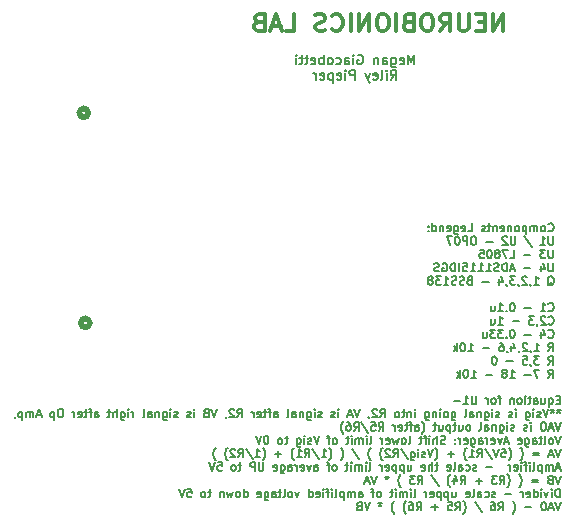
<source format=gbo>
%TF.GenerationSoftware,KiCad,Pcbnew,7.0.10*%
%TF.CreationDate,2024-04-30T20:07:41-04:00*%
%TF.ProjectId,FutekCircuit,46757465-6b43-4697-9263-7569742e6b69,rev?*%
%TF.SameCoordinates,Original*%
%TF.FileFunction,Legend,Bot*%
%TF.FilePolarity,Positive*%
%FSLAX46Y46*%
G04 Gerber Fmt 4.6, Leading zero omitted, Abs format (unit mm)*
G04 Created by KiCad (PCBNEW 7.0.10) date 2024-04-30 20:07:41*
%MOMM*%
%LPD*%
G01*
G04 APERTURE LIST*
%ADD10C,0.170000*%
%ADD11C,0.140000*%
%ADD12C,0.300000*%
%ADD13C,0.508000*%
G04 APERTURE END LIST*
D10*
X195509524Y-77192855D02*
X195509524Y-76392855D01*
X195509524Y-76392855D02*
X195242858Y-76964283D01*
X195242858Y-76964283D02*
X194976191Y-76392855D01*
X194976191Y-76392855D02*
X194976191Y-77192855D01*
X194290476Y-77154760D02*
X194366667Y-77192855D01*
X194366667Y-77192855D02*
X194519048Y-77192855D01*
X194519048Y-77192855D02*
X194595238Y-77154760D01*
X194595238Y-77154760D02*
X194633334Y-77078569D01*
X194633334Y-77078569D02*
X194633334Y-76773807D01*
X194633334Y-76773807D02*
X194595238Y-76697617D01*
X194595238Y-76697617D02*
X194519048Y-76659521D01*
X194519048Y-76659521D02*
X194366667Y-76659521D01*
X194366667Y-76659521D02*
X194290476Y-76697617D01*
X194290476Y-76697617D02*
X194252381Y-76773807D01*
X194252381Y-76773807D02*
X194252381Y-76849998D01*
X194252381Y-76849998D02*
X194633334Y-76926188D01*
X193566667Y-76659521D02*
X193566667Y-77307140D01*
X193566667Y-77307140D02*
X193604762Y-77383331D01*
X193604762Y-77383331D02*
X193642858Y-77421426D01*
X193642858Y-77421426D02*
X193719048Y-77459521D01*
X193719048Y-77459521D02*
X193833334Y-77459521D01*
X193833334Y-77459521D02*
X193909524Y-77421426D01*
X193566667Y-77154760D02*
X193642858Y-77192855D01*
X193642858Y-77192855D02*
X193795239Y-77192855D01*
X193795239Y-77192855D02*
X193871429Y-77154760D01*
X193871429Y-77154760D02*
X193909524Y-77116664D01*
X193909524Y-77116664D02*
X193947620Y-77040474D01*
X193947620Y-77040474D02*
X193947620Y-76811902D01*
X193947620Y-76811902D02*
X193909524Y-76735712D01*
X193909524Y-76735712D02*
X193871429Y-76697617D01*
X193871429Y-76697617D02*
X193795239Y-76659521D01*
X193795239Y-76659521D02*
X193642858Y-76659521D01*
X193642858Y-76659521D02*
X193566667Y-76697617D01*
X192842857Y-77192855D02*
X192842857Y-76773807D01*
X192842857Y-76773807D02*
X192880952Y-76697617D01*
X192880952Y-76697617D02*
X192957143Y-76659521D01*
X192957143Y-76659521D02*
X193109524Y-76659521D01*
X193109524Y-76659521D02*
X193185714Y-76697617D01*
X192842857Y-77154760D02*
X192919048Y-77192855D01*
X192919048Y-77192855D02*
X193109524Y-77192855D01*
X193109524Y-77192855D02*
X193185714Y-77154760D01*
X193185714Y-77154760D02*
X193223810Y-77078569D01*
X193223810Y-77078569D02*
X193223810Y-77002379D01*
X193223810Y-77002379D02*
X193185714Y-76926188D01*
X193185714Y-76926188D02*
X193109524Y-76888093D01*
X193109524Y-76888093D02*
X192919048Y-76888093D01*
X192919048Y-76888093D02*
X192842857Y-76849998D01*
X192461904Y-76659521D02*
X192461904Y-77192855D01*
X192461904Y-76735712D02*
X192423809Y-76697617D01*
X192423809Y-76697617D02*
X192347619Y-76659521D01*
X192347619Y-76659521D02*
X192233333Y-76659521D01*
X192233333Y-76659521D02*
X192157142Y-76697617D01*
X192157142Y-76697617D02*
X192119047Y-76773807D01*
X192119047Y-76773807D02*
X192119047Y-77192855D01*
X190709523Y-76430950D02*
X190785713Y-76392855D01*
X190785713Y-76392855D02*
X190899999Y-76392855D01*
X190899999Y-76392855D02*
X191014285Y-76430950D01*
X191014285Y-76430950D02*
X191090475Y-76507140D01*
X191090475Y-76507140D02*
X191128570Y-76583331D01*
X191128570Y-76583331D02*
X191166666Y-76735712D01*
X191166666Y-76735712D02*
X191166666Y-76849998D01*
X191166666Y-76849998D02*
X191128570Y-77002379D01*
X191128570Y-77002379D02*
X191090475Y-77078569D01*
X191090475Y-77078569D02*
X191014285Y-77154760D01*
X191014285Y-77154760D02*
X190899999Y-77192855D01*
X190899999Y-77192855D02*
X190823808Y-77192855D01*
X190823808Y-77192855D02*
X190709523Y-77154760D01*
X190709523Y-77154760D02*
X190671427Y-77116664D01*
X190671427Y-77116664D02*
X190671427Y-76849998D01*
X190671427Y-76849998D02*
X190823808Y-76849998D01*
X190328570Y-77192855D02*
X190328570Y-76659521D01*
X190328570Y-76392855D02*
X190366666Y-76430950D01*
X190366666Y-76430950D02*
X190328570Y-76469045D01*
X190328570Y-76469045D02*
X190290475Y-76430950D01*
X190290475Y-76430950D02*
X190328570Y-76392855D01*
X190328570Y-76392855D02*
X190328570Y-76469045D01*
X189604761Y-77192855D02*
X189604761Y-76773807D01*
X189604761Y-76773807D02*
X189642856Y-76697617D01*
X189642856Y-76697617D02*
X189719047Y-76659521D01*
X189719047Y-76659521D02*
X189871428Y-76659521D01*
X189871428Y-76659521D02*
X189947618Y-76697617D01*
X189604761Y-77154760D02*
X189680952Y-77192855D01*
X189680952Y-77192855D02*
X189871428Y-77192855D01*
X189871428Y-77192855D02*
X189947618Y-77154760D01*
X189947618Y-77154760D02*
X189985714Y-77078569D01*
X189985714Y-77078569D02*
X189985714Y-77002379D01*
X189985714Y-77002379D02*
X189947618Y-76926188D01*
X189947618Y-76926188D02*
X189871428Y-76888093D01*
X189871428Y-76888093D02*
X189680952Y-76888093D01*
X189680952Y-76888093D02*
X189604761Y-76849998D01*
X188880951Y-77154760D02*
X188957142Y-77192855D01*
X188957142Y-77192855D02*
X189109523Y-77192855D01*
X189109523Y-77192855D02*
X189185713Y-77154760D01*
X189185713Y-77154760D02*
X189223808Y-77116664D01*
X189223808Y-77116664D02*
X189261904Y-77040474D01*
X189261904Y-77040474D02*
X189261904Y-76811902D01*
X189261904Y-76811902D02*
X189223808Y-76735712D01*
X189223808Y-76735712D02*
X189185713Y-76697617D01*
X189185713Y-76697617D02*
X189109523Y-76659521D01*
X189109523Y-76659521D02*
X188957142Y-76659521D01*
X188957142Y-76659521D02*
X188880951Y-76697617D01*
X188423809Y-77192855D02*
X188499999Y-77154760D01*
X188499999Y-77154760D02*
X188538094Y-77116664D01*
X188538094Y-77116664D02*
X188576190Y-77040474D01*
X188576190Y-77040474D02*
X188576190Y-76811902D01*
X188576190Y-76811902D02*
X188538094Y-76735712D01*
X188538094Y-76735712D02*
X188499999Y-76697617D01*
X188499999Y-76697617D02*
X188423809Y-76659521D01*
X188423809Y-76659521D02*
X188309523Y-76659521D01*
X188309523Y-76659521D02*
X188233332Y-76697617D01*
X188233332Y-76697617D02*
X188195237Y-76735712D01*
X188195237Y-76735712D02*
X188157142Y-76811902D01*
X188157142Y-76811902D02*
X188157142Y-77040474D01*
X188157142Y-77040474D02*
X188195237Y-77116664D01*
X188195237Y-77116664D02*
X188233332Y-77154760D01*
X188233332Y-77154760D02*
X188309523Y-77192855D01*
X188309523Y-77192855D02*
X188423809Y-77192855D01*
X187814284Y-77192855D02*
X187814284Y-76392855D01*
X187814284Y-76697617D02*
X187738094Y-76659521D01*
X187738094Y-76659521D02*
X187585713Y-76659521D01*
X187585713Y-76659521D02*
X187509522Y-76697617D01*
X187509522Y-76697617D02*
X187471427Y-76735712D01*
X187471427Y-76735712D02*
X187433332Y-76811902D01*
X187433332Y-76811902D02*
X187433332Y-77040474D01*
X187433332Y-77040474D02*
X187471427Y-77116664D01*
X187471427Y-77116664D02*
X187509522Y-77154760D01*
X187509522Y-77154760D02*
X187585713Y-77192855D01*
X187585713Y-77192855D02*
X187738094Y-77192855D01*
X187738094Y-77192855D02*
X187814284Y-77154760D01*
X186785712Y-77154760D02*
X186861903Y-77192855D01*
X186861903Y-77192855D02*
X187014284Y-77192855D01*
X187014284Y-77192855D02*
X187090474Y-77154760D01*
X187090474Y-77154760D02*
X187128570Y-77078569D01*
X187128570Y-77078569D02*
X187128570Y-76773807D01*
X187128570Y-76773807D02*
X187090474Y-76697617D01*
X187090474Y-76697617D02*
X187014284Y-76659521D01*
X187014284Y-76659521D02*
X186861903Y-76659521D01*
X186861903Y-76659521D02*
X186785712Y-76697617D01*
X186785712Y-76697617D02*
X186747617Y-76773807D01*
X186747617Y-76773807D02*
X186747617Y-76849998D01*
X186747617Y-76849998D02*
X187128570Y-76926188D01*
X186519046Y-76659521D02*
X186214284Y-76659521D01*
X186404760Y-76392855D02*
X186404760Y-77078569D01*
X186404760Y-77078569D02*
X186366665Y-77154760D01*
X186366665Y-77154760D02*
X186290475Y-77192855D01*
X186290475Y-77192855D02*
X186214284Y-77192855D01*
X186061903Y-76659521D02*
X185757141Y-76659521D01*
X185947617Y-76392855D02*
X185947617Y-77078569D01*
X185947617Y-77078569D02*
X185909522Y-77154760D01*
X185909522Y-77154760D02*
X185833332Y-77192855D01*
X185833332Y-77192855D02*
X185757141Y-77192855D01*
X185490474Y-77192855D02*
X185490474Y-76659521D01*
X185490474Y-76392855D02*
X185528570Y-76430950D01*
X185528570Y-76430950D02*
X185490474Y-76469045D01*
X185490474Y-76469045D02*
X185452379Y-76430950D01*
X185452379Y-76430950D02*
X185490474Y-76392855D01*
X185490474Y-76392855D02*
X185490474Y-76469045D01*
X193490475Y-78480855D02*
X193757142Y-78099902D01*
X193947618Y-78480855D02*
X193947618Y-77680855D01*
X193947618Y-77680855D02*
X193642856Y-77680855D01*
X193642856Y-77680855D02*
X193566666Y-77718950D01*
X193566666Y-77718950D02*
X193528571Y-77757045D01*
X193528571Y-77757045D02*
X193490475Y-77833236D01*
X193490475Y-77833236D02*
X193490475Y-77947521D01*
X193490475Y-77947521D02*
X193528571Y-78023712D01*
X193528571Y-78023712D02*
X193566666Y-78061807D01*
X193566666Y-78061807D02*
X193642856Y-78099902D01*
X193642856Y-78099902D02*
X193947618Y-78099902D01*
X193147618Y-78480855D02*
X193147618Y-77947521D01*
X193147618Y-77680855D02*
X193185714Y-77718950D01*
X193185714Y-77718950D02*
X193147618Y-77757045D01*
X193147618Y-77757045D02*
X193109523Y-77718950D01*
X193109523Y-77718950D02*
X193147618Y-77680855D01*
X193147618Y-77680855D02*
X193147618Y-77757045D01*
X192652381Y-78480855D02*
X192728571Y-78442760D01*
X192728571Y-78442760D02*
X192766666Y-78366569D01*
X192766666Y-78366569D02*
X192766666Y-77680855D01*
X192042856Y-78442760D02*
X192119047Y-78480855D01*
X192119047Y-78480855D02*
X192271428Y-78480855D01*
X192271428Y-78480855D02*
X192347618Y-78442760D01*
X192347618Y-78442760D02*
X192385714Y-78366569D01*
X192385714Y-78366569D02*
X192385714Y-78061807D01*
X192385714Y-78061807D02*
X192347618Y-77985617D01*
X192347618Y-77985617D02*
X192271428Y-77947521D01*
X192271428Y-77947521D02*
X192119047Y-77947521D01*
X192119047Y-77947521D02*
X192042856Y-77985617D01*
X192042856Y-77985617D02*
X192004761Y-78061807D01*
X192004761Y-78061807D02*
X192004761Y-78137998D01*
X192004761Y-78137998D02*
X192385714Y-78214188D01*
X191738095Y-77947521D02*
X191547619Y-78480855D01*
X191357142Y-77947521D02*
X191547619Y-78480855D01*
X191547619Y-78480855D02*
X191623809Y-78671331D01*
X191623809Y-78671331D02*
X191661904Y-78709426D01*
X191661904Y-78709426D02*
X191738095Y-78747521D01*
X190442856Y-78480855D02*
X190442856Y-77680855D01*
X190442856Y-77680855D02*
X190138094Y-77680855D01*
X190138094Y-77680855D02*
X190061904Y-77718950D01*
X190061904Y-77718950D02*
X190023809Y-77757045D01*
X190023809Y-77757045D02*
X189985713Y-77833236D01*
X189985713Y-77833236D02*
X189985713Y-77947521D01*
X189985713Y-77947521D02*
X190023809Y-78023712D01*
X190023809Y-78023712D02*
X190061904Y-78061807D01*
X190061904Y-78061807D02*
X190138094Y-78099902D01*
X190138094Y-78099902D02*
X190442856Y-78099902D01*
X189642856Y-78480855D02*
X189642856Y-77947521D01*
X189642856Y-77680855D02*
X189680952Y-77718950D01*
X189680952Y-77718950D02*
X189642856Y-77757045D01*
X189642856Y-77757045D02*
X189604761Y-77718950D01*
X189604761Y-77718950D02*
X189642856Y-77680855D01*
X189642856Y-77680855D02*
X189642856Y-77757045D01*
X188957142Y-78442760D02*
X189033333Y-78480855D01*
X189033333Y-78480855D02*
X189185714Y-78480855D01*
X189185714Y-78480855D02*
X189261904Y-78442760D01*
X189261904Y-78442760D02*
X189300000Y-78366569D01*
X189300000Y-78366569D02*
X189300000Y-78061807D01*
X189300000Y-78061807D02*
X189261904Y-77985617D01*
X189261904Y-77985617D02*
X189185714Y-77947521D01*
X189185714Y-77947521D02*
X189033333Y-77947521D01*
X189033333Y-77947521D02*
X188957142Y-77985617D01*
X188957142Y-77985617D02*
X188919047Y-78061807D01*
X188919047Y-78061807D02*
X188919047Y-78137998D01*
X188919047Y-78137998D02*
X189300000Y-78214188D01*
X188576190Y-77947521D02*
X188576190Y-78747521D01*
X188576190Y-77985617D02*
X188500000Y-77947521D01*
X188500000Y-77947521D02*
X188347619Y-77947521D01*
X188347619Y-77947521D02*
X188271428Y-77985617D01*
X188271428Y-77985617D02*
X188233333Y-78023712D01*
X188233333Y-78023712D02*
X188195238Y-78099902D01*
X188195238Y-78099902D02*
X188195238Y-78328474D01*
X188195238Y-78328474D02*
X188233333Y-78404664D01*
X188233333Y-78404664D02*
X188271428Y-78442760D01*
X188271428Y-78442760D02*
X188347619Y-78480855D01*
X188347619Y-78480855D02*
X188500000Y-78480855D01*
X188500000Y-78480855D02*
X188576190Y-78442760D01*
X187547618Y-78442760D02*
X187623809Y-78480855D01*
X187623809Y-78480855D02*
X187776190Y-78480855D01*
X187776190Y-78480855D02*
X187852380Y-78442760D01*
X187852380Y-78442760D02*
X187890476Y-78366569D01*
X187890476Y-78366569D02*
X187890476Y-78061807D01*
X187890476Y-78061807D02*
X187852380Y-77985617D01*
X187852380Y-77985617D02*
X187776190Y-77947521D01*
X187776190Y-77947521D02*
X187623809Y-77947521D01*
X187623809Y-77947521D02*
X187547618Y-77985617D01*
X187547618Y-77985617D02*
X187509523Y-78061807D01*
X187509523Y-78061807D02*
X187509523Y-78137998D01*
X187509523Y-78137998D02*
X187890476Y-78214188D01*
X187166666Y-78480855D02*
X187166666Y-77947521D01*
X187166666Y-78099902D02*
X187128571Y-78023712D01*
X187128571Y-78023712D02*
X187090476Y-77985617D01*
X187090476Y-77985617D02*
X187014285Y-77947521D01*
X187014285Y-77947521D02*
X186938095Y-77947521D01*
D11*
X206859228Y-91278586D02*
X206892561Y-91311920D01*
X206892561Y-91311920D02*
X206992561Y-91345253D01*
X206992561Y-91345253D02*
X207059228Y-91345253D01*
X207059228Y-91345253D02*
X207159228Y-91311920D01*
X207159228Y-91311920D02*
X207225895Y-91245253D01*
X207225895Y-91245253D02*
X207259228Y-91178586D01*
X207259228Y-91178586D02*
X207292561Y-91045253D01*
X207292561Y-91045253D02*
X207292561Y-90945253D01*
X207292561Y-90945253D02*
X207259228Y-90811920D01*
X207259228Y-90811920D02*
X207225895Y-90745253D01*
X207225895Y-90745253D02*
X207159228Y-90678586D01*
X207159228Y-90678586D02*
X207059228Y-90645253D01*
X207059228Y-90645253D02*
X206992561Y-90645253D01*
X206992561Y-90645253D02*
X206892561Y-90678586D01*
X206892561Y-90678586D02*
X206859228Y-90711920D01*
X206459228Y-91345253D02*
X206525895Y-91311920D01*
X206525895Y-91311920D02*
X206559228Y-91278586D01*
X206559228Y-91278586D02*
X206592561Y-91211920D01*
X206592561Y-91211920D02*
X206592561Y-91011920D01*
X206592561Y-91011920D02*
X206559228Y-90945253D01*
X206559228Y-90945253D02*
X206525895Y-90911920D01*
X206525895Y-90911920D02*
X206459228Y-90878586D01*
X206459228Y-90878586D02*
X206359228Y-90878586D01*
X206359228Y-90878586D02*
X206292561Y-90911920D01*
X206292561Y-90911920D02*
X206259228Y-90945253D01*
X206259228Y-90945253D02*
X206225895Y-91011920D01*
X206225895Y-91011920D02*
X206225895Y-91211920D01*
X206225895Y-91211920D02*
X206259228Y-91278586D01*
X206259228Y-91278586D02*
X206292561Y-91311920D01*
X206292561Y-91311920D02*
X206359228Y-91345253D01*
X206359228Y-91345253D02*
X206459228Y-91345253D01*
X205925895Y-91345253D02*
X205925895Y-90878586D01*
X205925895Y-90945253D02*
X205892562Y-90911920D01*
X205892562Y-90911920D02*
X205825895Y-90878586D01*
X205825895Y-90878586D02*
X205725895Y-90878586D01*
X205725895Y-90878586D02*
X205659228Y-90911920D01*
X205659228Y-90911920D02*
X205625895Y-90978586D01*
X205625895Y-90978586D02*
X205625895Y-91345253D01*
X205625895Y-90978586D02*
X205592562Y-90911920D01*
X205592562Y-90911920D02*
X205525895Y-90878586D01*
X205525895Y-90878586D02*
X205425895Y-90878586D01*
X205425895Y-90878586D02*
X205359228Y-90911920D01*
X205359228Y-90911920D02*
X205325895Y-90978586D01*
X205325895Y-90978586D02*
X205325895Y-91345253D01*
X204992562Y-90878586D02*
X204992562Y-91578586D01*
X204992562Y-90911920D02*
X204925895Y-90878586D01*
X204925895Y-90878586D02*
X204792562Y-90878586D01*
X204792562Y-90878586D02*
X204725895Y-90911920D01*
X204725895Y-90911920D02*
X204692562Y-90945253D01*
X204692562Y-90945253D02*
X204659229Y-91011920D01*
X204659229Y-91011920D02*
X204659229Y-91211920D01*
X204659229Y-91211920D02*
X204692562Y-91278586D01*
X204692562Y-91278586D02*
X204725895Y-91311920D01*
X204725895Y-91311920D02*
X204792562Y-91345253D01*
X204792562Y-91345253D02*
X204925895Y-91345253D01*
X204925895Y-91345253D02*
X204992562Y-91311920D01*
X204259229Y-91345253D02*
X204325896Y-91311920D01*
X204325896Y-91311920D02*
X204359229Y-91278586D01*
X204359229Y-91278586D02*
X204392562Y-91211920D01*
X204392562Y-91211920D02*
X204392562Y-91011920D01*
X204392562Y-91011920D02*
X204359229Y-90945253D01*
X204359229Y-90945253D02*
X204325896Y-90911920D01*
X204325896Y-90911920D02*
X204259229Y-90878586D01*
X204259229Y-90878586D02*
X204159229Y-90878586D01*
X204159229Y-90878586D02*
X204092562Y-90911920D01*
X204092562Y-90911920D02*
X204059229Y-90945253D01*
X204059229Y-90945253D02*
X204025896Y-91011920D01*
X204025896Y-91011920D02*
X204025896Y-91211920D01*
X204025896Y-91211920D02*
X204059229Y-91278586D01*
X204059229Y-91278586D02*
X204092562Y-91311920D01*
X204092562Y-91311920D02*
X204159229Y-91345253D01*
X204159229Y-91345253D02*
X204259229Y-91345253D01*
X203725896Y-90878586D02*
X203725896Y-91345253D01*
X203725896Y-90945253D02*
X203692563Y-90911920D01*
X203692563Y-90911920D02*
X203625896Y-90878586D01*
X203625896Y-90878586D02*
X203525896Y-90878586D01*
X203525896Y-90878586D02*
X203459229Y-90911920D01*
X203459229Y-90911920D02*
X203425896Y-90978586D01*
X203425896Y-90978586D02*
X203425896Y-91345253D01*
X202825896Y-91311920D02*
X202892563Y-91345253D01*
X202892563Y-91345253D02*
X203025896Y-91345253D01*
X203025896Y-91345253D02*
X203092563Y-91311920D01*
X203092563Y-91311920D02*
X203125896Y-91245253D01*
X203125896Y-91245253D02*
X203125896Y-90978586D01*
X203125896Y-90978586D02*
X203092563Y-90911920D01*
X203092563Y-90911920D02*
X203025896Y-90878586D01*
X203025896Y-90878586D02*
X202892563Y-90878586D01*
X202892563Y-90878586D02*
X202825896Y-90911920D01*
X202825896Y-90911920D02*
X202792563Y-90978586D01*
X202792563Y-90978586D02*
X202792563Y-91045253D01*
X202792563Y-91045253D02*
X203125896Y-91111920D01*
X202492563Y-90878586D02*
X202492563Y-91345253D01*
X202492563Y-90945253D02*
X202459230Y-90911920D01*
X202459230Y-90911920D02*
X202392563Y-90878586D01*
X202392563Y-90878586D02*
X202292563Y-90878586D01*
X202292563Y-90878586D02*
X202225896Y-90911920D01*
X202225896Y-90911920D02*
X202192563Y-90978586D01*
X202192563Y-90978586D02*
X202192563Y-91345253D01*
X201959230Y-90878586D02*
X201692563Y-90878586D01*
X201859230Y-90645253D02*
X201859230Y-91245253D01*
X201859230Y-91245253D02*
X201825897Y-91311920D01*
X201825897Y-91311920D02*
X201759230Y-91345253D01*
X201759230Y-91345253D02*
X201692563Y-91345253D01*
X201492563Y-91311920D02*
X201425897Y-91345253D01*
X201425897Y-91345253D02*
X201292563Y-91345253D01*
X201292563Y-91345253D02*
X201225897Y-91311920D01*
X201225897Y-91311920D02*
X201192563Y-91245253D01*
X201192563Y-91245253D02*
X201192563Y-91211920D01*
X201192563Y-91211920D02*
X201225897Y-91145253D01*
X201225897Y-91145253D02*
X201292563Y-91111920D01*
X201292563Y-91111920D02*
X201392563Y-91111920D01*
X201392563Y-91111920D02*
X201459230Y-91078586D01*
X201459230Y-91078586D02*
X201492563Y-91011920D01*
X201492563Y-91011920D02*
X201492563Y-90978586D01*
X201492563Y-90978586D02*
X201459230Y-90911920D01*
X201459230Y-90911920D02*
X201392563Y-90878586D01*
X201392563Y-90878586D02*
X201292563Y-90878586D01*
X201292563Y-90878586D02*
X201225897Y-90911920D01*
X200025897Y-91345253D02*
X200359230Y-91345253D01*
X200359230Y-91345253D02*
X200359230Y-90645253D01*
X199525896Y-91311920D02*
X199592563Y-91345253D01*
X199592563Y-91345253D02*
X199725896Y-91345253D01*
X199725896Y-91345253D02*
X199792563Y-91311920D01*
X199792563Y-91311920D02*
X199825896Y-91245253D01*
X199825896Y-91245253D02*
X199825896Y-90978586D01*
X199825896Y-90978586D02*
X199792563Y-90911920D01*
X199792563Y-90911920D02*
X199725896Y-90878586D01*
X199725896Y-90878586D02*
X199592563Y-90878586D01*
X199592563Y-90878586D02*
X199525896Y-90911920D01*
X199525896Y-90911920D02*
X199492563Y-90978586D01*
X199492563Y-90978586D02*
X199492563Y-91045253D01*
X199492563Y-91045253D02*
X199825896Y-91111920D01*
X198892563Y-90878586D02*
X198892563Y-91445253D01*
X198892563Y-91445253D02*
X198925896Y-91511920D01*
X198925896Y-91511920D02*
X198959230Y-91545253D01*
X198959230Y-91545253D02*
X199025896Y-91578586D01*
X199025896Y-91578586D02*
X199125896Y-91578586D01*
X199125896Y-91578586D02*
X199192563Y-91545253D01*
X198892563Y-91311920D02*
X198959230Y-91345253D01*
X198959230Y-91345253D02*
X199092563Y-91345253D01*
X199092563Y-91345253D02*
X199159230Y-91311920D01*
X199159230Y-91311920D02*
X199192563Y-91278586D01*
X199192563Y-91278586D02*
X199225896Y-91211920D01*
X199225896Y-91211920D02*
X199225896Y-91011920D01*
X199225896Y-91011920D02*
X199192563Y-90945253D01*
X199192563Y-90945253D02*
X199159230Y-90911920D01*
X199159230Y-90911920D02*
X199092563Y-90878586D01*
X199092563Y-90878586D02*
X198959230Y-90878586D01*
X198959230Y-90878586D02*
X198892563Y-90911920D01*
X198292563Y-91311920D02*
X198359230Y-91345253D01*
X198359230Y-91345253D02*
X198492563Y-91345253D01*
X198492563Y-91345253D02*
X198559230Y-91311920D01*
X198559230Y-91311920D02*
X198592563Y-91245253D01*
X198592563Y-91245253D02*
X198592563Y-90978586D01*
X198592563Y-90978586D02*
X198559230Y-90911920D01*
X198559230Y-90911920D02*
X198492563Y-90878586D01*
X198492563Y-90878586D02*
X198359230Y-90878586D01*
X198359230Y-90878586D02*
X198292563Y-90911920D01*
X198292563Y-90911920D02*
X198259230Y-90978586D01*
X198259230Y-90978586D02*
X198259230Y-91045253D01*
X198259230Y-91045253D02*
X198592563Y-91111920D01*
X197959230Y-90878586D02*
X197959230Y-91345253D01*
X197959230Y-90945253D02*
X197925897Y-90911920D01*
X197925897Y-90911920D02*
X197859230Y-90878586D01*
X197859230Y-90878586D02*
X197759230Y-90878586D01*
X197759230Y-90878586D02*
X197692563Y-90911920D01*
X197692563Y-90911920D02*
X197659230Y-90978586D01*
X197659230Y-90978586D02*
X197659230Y-91345253D01*
X197025897Y-91345253D02*
X197025897Y-90645253D01*
X197025897Y-91311920D02*
X197092564Y-91345253D01*
X197092564Y-91345253D02*
X197225897Y-91345253D01*
X197225897Y-91345253D02*
X197292564Y-91311920D01*
X197292564Y-91311920D02*
X197325897Y-91278586D01*
X197325897Y-91278586D02*
X197359230Y-91211920D01*
X197359230Y-91211920D02*
X197359230Y-91011920D01*
X197359230Y-91011920D02*
X197325897Y-90945253D01*
X197325897Y-90945253D02*
X197292564Y-90911920D01*
X197292564Y-90911920D02*
X197225897Y-90878586D01*
X197225897Y-90878586D02*
X197092564Y-90878586D01*
X197092564Y-90878586D02*
X197025897Y-90911920D01*
X196692564Y-91278586D02*
X196659231Y-91311920D01*
X196659231Y-91311920D02*
X196692564Y-91345253D01*
X196692564Y-91345253D02*
X196725897Y-91311920D01*
X196725897Y-91311920D02*
X196692564Y-91278586D01*
X196692564Y-91278586D02*
X196692564Y-91345253D01*
X196692564Y-90911920D02*
X196659231Y-90945253D01*
X196659231Y-90945253D02*
X196692564Y-90978586D01*
X196692564Y-90978586D02*
X196725897Y-90945253D01*
X196725897Y-90945253D02*
X196692564Y-90911920D01*
X196692564Y-90911920D02*
X196692564Y-90978586D01*
X207259228Y-91772253D02*
X207259228Y-92338920D01*
X207259228Y-92338920D02*
X207225895Y-92405586D01*
X207225895Y-92405586D02*
X207192561Y-92438920D01*
X207192561Y-92438920D02*
X207125895Y-92472253D01*
X207125895Y-92472253D02*
X206992561Y-92472253D01*
X206992561Y-92472253D02*
X206925895Y-92438920D01*
X206925895Y-92438920D02*
X206892561Y-92405586D01*
X206892561Y-92405586D02*
X206859228Y-92338920D01*
X206859228Y-92338920D02*
X206859228Y-91772253D01*
X206159228Y-92472253D02*
X206559228Y-92472253D01*
X206359228Y-92472253D02*
X206359228Y-91772253D01*
X206359228Y-91772253D02*
X206425895Y-91872253D01*
X206425895Y-91872253D02*
X206492562Y-91938920D01*
X206492562Y-91938920D02*
X206559228Y-91972253D01*
X204825895Y-91738920D02*
X205425895Y-92638920D01*
X204059229Y-91772253D02*
X204059229Y-92338920D01*
X204059229Y-92338920D02*
X204025896Y-92405586D01*
X204025896Y-92405586D02*
X203992562Y-92438920D01*
X203992562Y-92438920D02*
X203925896Y-92472253D01*
X203925896Y-92472253D02*
X203792562Y-92472253D01*
X203792562Y-92472253D02*
X203725896Y-92438920D01*
X203725896Y-92438920D02*
X203692562Y-92405586D01*
X203692562Y-92405586D02*
X203659229Y-92338920D01*
X203659229Y-92338920D02*
X203659229Y-91772253D01*
X203359229Y-91838920D02*
X203325896Y-91805586D01*
X203325896Y-91805586D02*
X203259229Y-91772253D01*
X203259229Y-91772253D02*
X203092563Y-91772253D01*
X203092563Y-91772253D02*
X203025896Y-91805586D01*
X203025896Y-91805586D02*
X202992563Y-91838920D01*
X202992563Y-91838920D02*
X202959229Y-91905586D01*
X202959229Y-91905586D02*
X202959229Y-91972253D01*
X202959229Y-91972253D02*
X202992563Y-92072253D01*
X202992563Y-92072253D02*
X203392563Y-92472253D01*
X203392563Y-92472253D02*
X202959229Y-92472253D01*
X202125896Y-92205586D02*
X201592563Y-92205586D01*
X200592563Y-91772253D02*
X200459229Y-91772253D01*
X200459229Y-91772253D02*
X200392563Y-91805586D01*
X200392563Y-91805586D02*
X200325896Y-91872253D01*
X200325896Y-91872253D02*
X200292563Y-92005586D01*
X200292563Y-92005586D02*
X200292563Y-92238920D01*
X200292563Y-92238920D02*
X200325896Y-92372253D01*
X200325896Y-92372253D02*
X200392563Y-92438920D01*
X200392563Y-92438920D02*
X200459229Y-92472253D01*
X200459229Y-92472253D02*
X200592563Y-92472253D01*
X200592563Y-92472253D02*
X200659229Y-92438920D01*
X200659229Y-92438920D02*
X200725896Y-92372253D01*
X200725896Y-92372253D02*
X200759229Y-92238920D01*
X200759229Y-92238920D02*
X200759229Y-92005586D01*
X200759229Y-92005586D02*
X200725896Y-91872253D01*
X200725896Y-91872253D02*
X200659229Y-91805586D01*
X200659229Y-91805586D02*
X200592563Y-91772253D01*
X199992563Y-92472253D02*
X199992563Y-91772253D01*
X199992563Y-91772253D02*
X199725896Y-91772253D01*
X199725896Y-91772253D02*
X199659230Y-91805586D01*
X199659230Y-91805586D02*
X199625896Y-91838920D01*
X199625896Y-91838920D02*
X199592563Y-91905586D01*
X199592563Y-91905586D02*
X199592563Y-92005586D01*
X199592563Y-92005586D02*
X199625896Y-92072253D01*
X199625896Y-92072253D02*
X199659230Y-92105586D01*
X199659230Y-92105586D02*
X199725896Y-92138920D01*
X199725896Y-92138920D02*
X199992563Y-92138920D01*
X199159230Y-91772253D02*
X199092563Y-91772253D01*
X199092563Y-91772253D02*
X199025896Y-91805586D01*
X199025896Y-91805586D02*
X198992563Y-91838920D01*
X198992563Y-91838920D02*
X198959230Y-91905586D01*
X198959230Y-91905586D02*
X198925896Y-92038920D01*
X198925896Y-92038920D02*
X198925896Y-92205586D01*
X198925896Y-92205586D02*
X198959230Y-92338920D01*
X198959230Y-92338920D02*
X198992563Y-92405586D01*
X198992563Y-92405586D02*
X199025896Y-92438920D01*
X199025896Y-92438920D02*
X199092563Y-92472253D01*
X199092563Y-92472253D02*
X199159230Y-92472253D01*
X199159230Y-92472253D02*
X199225896Y-92438920D01*
X199225896Y-92438920D02*
X199259230Y-92405586D01*
X199259230Y-92405586D02*
X199292563Y-92338920D01*
X199292563Y-92338920D02*
X199325896Y-92205586D01*
X199325896Y-92205586D02*
X199325896Y-92038920D01*
X199325896Y-92038920D02*
X199292563Y-91905586D01*
X199292563Y-91905586D02*
X199259230Y-91838920D01*
X199259230Y-91838920D02*
X199225896Y-91805586D01*
X199225896Y-91805586D02*
X199159230Y-91772253D01*
X198692563Y-91772253D02*
X198225896Y-91772253D01*
X198225896Y-91772253D02*
X198525896Y-92472253D01*
X207259228Y-92899253D02*
X207259228Y-93465920D01*
X207259228Y-93465920D02*
X207225895Y-93532586D01*
X207225895Y-93532586D02*
X207192561Y-93565920D01*
X207192561Y-93565920D02*
X207125895Y-93599253D01*
X207125895Y-93599253D02*
X206992561Y-93599253D01*
X206992561Y-93599253D02*
X206925895Y-93565920D01*
X206925895Y-93565920D02*
X206892561Y-93532586D01*
X206892561Y-93532586D02*
X206859228Y-93465920D01*
X206859228Y-93465920D02*
X206859228Y-92899253D01*
X206592562Y-92899253D02*
X206159228Y-92899253D01*
X206159228Y-92899253D02*
X206392562Y-93165920D01*
X206392562Y-93165920D02*
X206292562Y-93165920D01*
X206292562Y-93165920D02*
X206225895Y-93199253D01*
X206225895Y-93199253D02*
X206192562Y-93232586D01*
X206192562Y-93232586D02*
X206159228Y-93299253D01*
X206159228Y-93299253D02*
X206159228Y-93465920D01*
X206159228Y-93465920D02*
X206192562Y-93532586D01*
X206192562Y-93532586D02*
X206225895Y-93565920D01*
X206225895Y-93565920D02*
X206292562Y-93599253D01*
X206292562Y-93599253D02*
X206492562Y-93599253D01*
X206492562Y-93599253D02*
X206559228Y-93565920D01*
X206559228Y-93565920D02*
X206592562Y-93532586D01*
X205325895Y-93332586D02*
X204792562Y-93332586D01*
X203592562Y-93599253D02*
X203925895Y-93599253D01*
X203925895Y-93599253D02*
X203925895Y-92899253D01*
X203425895Y-92899253D02*
X202959228Y-92899253D01*
X202959228Y-92899253D02*
X203259228Y-93599253D01*
X202592561Y-93199253D02*
X202659228Y-93165920D01*
X202659228Y-93165920D02*
X202692561Y-93132586D01*
X202692561Y-93132586D02*
X202725894Y-93065920D01*
X202725894Y-93065920D02*
X202725894Y-93032586D01*
X202725894Y-93032586D02*
X202692561Y-92965920D01*
X202692561Y-92965920D02*
X202659228Y-92932586D01*
X202659228Y-92932586D02*
X202592561Y-92899253D01*
X202592561Y-92899253D02*
X202459228Y-92899253D01*
X202459228Y-92899253D02*
X202392561Y-92932586D01*
X202392561Y-92932586D02*
X202359228Y-92965920D01*
X202359228Y-92965920D02*
X202325894Y-93032586D01*
X202325894Y-93032586D02*
X202325894Y-93065920D01*
X202325894Y-93065920D02*
X202359228Y-93132586D01*
X202359228Y-93132586D02*
X202392561Y-93165920D01*
X202392561Y-93165920D02*
X202459228Y-93199253D01*
X202459228Y-93199253D02*
X202592561Y-93199253D01*
X202592561Y-93199253D02*
X202659228Y-93232586D01*
X202659228Y-93232586D02*
X202692561Y-93265920D01*
X202692561Y-93265920D02*
X202725894Y-93332586D01*
X202725894Y-93332586D02*
X202725894Y-93465920D01*
X202725894Y-93465920D02*
X202692561Y-93532586D01*
X202692561Y-93532586D02*
X202659228Y-93565920D01*
X202659228Y-93565920D02*
X202592561Y-93599253D01*
X202592561Y-93599253D02*
X202459228Y-93599253D01*
X202459228Y-93599253D02*
X202392561Y-93565920D01*
X202392561Y-93565920D02*
X202359228Y-93532586D01*
X202359228Y-93532586D02*
X202325894Y-93465920D01*
X202325894Y-93465920D02*
X202325894Y-93332586D01*
X202325894Y-93332586D02*
X202359228Y-93265920D01*
X202359228Y-93265920D02*
X202392561Y-93232586D01*
X202392561Y-93232586D02*
X202459228Y-93199253D01*
X201892561Y-92899253D02*
X201825894Y-92899253D01*
X201825894Y-92899253D02*
X201759227Y-92932586D01*
X201759227Y-92932586D02*
X201725894Y-92965920D01*
X201725894Y-92965920D02*
X201692561Y-93032586D01*
X201692561Y-93032586D02*
X201659227Y-93165920D01*
X201659227Y-93165920D02*
X201659227Y-93332586D01*
X201659227Y-93332586D02*
X201692561Y-93465920D01*
X201692561Y-93465920D02*
X201725894Y-93532586D01*
X201725894Y-93532586D02*
X201759227Y-93565920D01*
X201759227Y-93565920D02*
X201825894Y-93599253D01*
X201825894Y-93599253D02*
X201892561Y-93599253D01*
X201892561Y-93599253D02*
X201959227Y-93565920D01*
X201959227Y-93565920D02*
X201992561Y-93532586D01*
X201992561Y-93532586D02*
X202025894Y-93465920D01*
X202025894Y-93465920D02*
X202059227Y-93332586D01*
X202059227Y-93332586D02*
X202059227Y-93165920D01*
X202059227Y-93165920D02*
X202025894Y-93032586D01*
X202025894Y-93032586D02*
X201992561Y-92965920D01*
X201992561Y-92965920D02*
X201959227Y-92932586D01*
X201959227Y-92932586D02*
X201892561Y-92899253D01*
X201025894Y-92899253D02*
X201359227Y-92899253D01*
X201359227Y-92899253D02*
X201392560Y-93232586D01*
X201392560Y-93232586D02*
X201359227Y-93199253D01*
X201359227Y-93199253D02*
X201292560Y-93165920D01*
X201292560Y-93165920D02*
X201125894Y-93165920D01*
X201125894Y-93165920D02*
X201059227Y-93199253D01*
X201059227Y-93199253D02*
X201025894Y-93232586D01*
X201025894Y-93232586D02*
X200992560Y-93299253D01*
X200992560Y-93299253D02*
X200992560Y-93465920D01*
X200992560Y-93465920D02*
X201025894Y-93532586D01*
X201025894Y-93532586D02*
X201059227Y-93565920D01*
X201059227Y-93565920D02*
X201125894Y-93599253D01*
X201125894Y-93599253D02*
X201292560Y-93599253D01*
X201292560Y-93599253D02*
X201359227Y-93565920D01*
X201359227Y-93565920D02*
X201392560Y-93532586D01*
X207259228Y-94026253D02*
X207259228Y-94592920D01*
X207259228Y-94592920D02*
X207225895Y-94659586D01*
X207225895Y-94659586D02*
X207192561Y-94692920D01*
X207192561Y-94692920D02*
X207125895Y-94726253D01*
X207125895Y-94726253D02*
X206992561Y-94726253D01*
X206992561Y-94726253D02*
X206925895Y-94692920D01*
X206925895Y-94692920D02*
X206892561Y-94659586D01*
X206892561Y-94659586D02*
X206859228Y-94592920D01*
X206859228Y-94592920D02*
X206859228Y-94026253D01*
X206225895Y-94259586D02*
X206225895Y-94726253D01*
X206392562Y-93992920D02*
X206559228Y-94492920D01*
X206559228Y-94492920D02*
X206125895Y-94492920D01*
X205325895Y-94459586D02*
X204792562Y-94459586D01*
X203959228Y-94526253D02*
X203625895Y-94526253D01*
X204025895Y-94726253D02*
X203792562Y-94026253D01*
X203792562Y-94026253D02*
X203559228Y-94726253D01*
X203325895Y-94726253D02*
X203325895Y-94026253D01*
X203325895Y-94026253D02*
X203159228Y-94026253D01*
X203159228Y-94026253D02*
X203059228Y-94059586D01*
X203059228Y-94059586D02*
X202992562Y-94126253D01*
X202992562Y-94126253D02*
X202959228Y-94192920D01*
X202959228Y-94192920D02*
X202925895Y-94326253D01*
X202925895Y-94326253D02*
X202925895Y-94426253D01*
X202925895Y-94426253D02*
X202959228Y-94559586D01*
X202959228Y-94559586D02*
X202992562Y-94626253D01*
X202992562Y-94626253D02*
X203059228Y-94692920D01*
X203059228Y-94692920D02*
X203159228Y-94726253D01*
X203159228Y-94726253D02*
X203325895Y-94726253D01*
X202659228Y-94692920D02*
X202559228Y-94726253D01*
X202559228Y-94726253D02*
X202392562Y-94726253D01*
X202392562Y-94726253D02*
X202325895Y-94692920D01*
X202325895Y-94692920D02*
X202292562Y-94659586D01*
X202292562Y-94659586D02*
X202259228Y-94592920D01*
X202259228Y-94592920D02*
X202259228Y-94526253D01*
X202259228Y-94526253D02*
X202292562Y-94459586D01*
X202292562Y-94459586D02*
X202325895Y-94426253D01*
X202325895Y-94426253D02*
X202392562Y-94392920D01*
X202392562Y-94392920D02*
X202525895Y-94359586D01*
X202525895Y-94359586D02*
X202592562Y-94326253D01*
X202592562Y-94326253D02*
X202625895Y-94292920D01*
X202625895Y-94292920D02*
X202659228Y-94226253D01*
X202659228Y-94226253D02*
X202659228Y-94159586D01*
X202659228Y-94159586D02*
X202625895Y-94092920D01*
X202625895Y-94092920D02*
X202592562Y-94059586D01*
X202592562Y-94059586D02*
X202525895Y-94026253D01*
X202525895Y-94026253D02*
X202359228Y-94026253D01*
X202359228Y-94026253D02*
X202259228Y-94059586D01*
X201592561Y-94726253D02*
X201992561Y-94726253D01*
X201792561Y-94726253D02*
X201792561Y-94026253D01*
X201792561Y-94026253D02*
X201859228Y-94126253D01*
X201859228Y-94126253D02*
X201925895Y-94192920D01*
X201925895Y-94192920D02*
X201992561Y-94226253D01*
X200925894Y-94726253D02*
X201325894Y-94726253D01*
X201125894Y-94726253D02*
X201125894Y-94026253D01*
X201125894Y-94026253D02*
X201192561Y-94126253D01*
X201192561Y-94126253D02*
X201259228Y-94192920D01*
X201259228Y-94192920D02*
X201325894Y-94226253D01*
X200259227Y-94726253D02*
X200659227Y-94726253D01*
X200459227Y-94726253D02*
X200459227Y-94026253D01*
X200459227Y-94026253D02*
X200525894Y-94126253D01*
X200525894Y-94126253D02*
X200592561Y-94192920D01*
X200592561Y-94192920D02*
X200659227Y-94226253D01*
X199625894Y-94026253D02*
X199959227Y-94026253D01*
X199959227Y-94026253D02*
X199992560Y-94359586D01*
X199992560Y-94359586D02*
X199959227Y-94326253D01*
X199959227Y-94326253D02*
X199892560Y-94292920D01*
X199892560Y-94292920D02*
X199725894Y-94292920D01*
X199725894Y-94292920D02*
X199659227Y-94326253D01*
X199659227Y-94326253D02*
X199625894Y-94359586D01*
X199625894Y-94359586D02*
X199592560Y-94426253D01*
X199592560Y-94426253D02*
X199592560Y-94592920D01*
X199592560Y-94592920D02*
X199625894Y-94659586D01*
X199625894Y-94659586D02*
X199659227Y-94692920D01*
X199659227Y-94692920D02*
X199725894Y-94726253D01*
X199725894Y-94726253D02*
X199892560Y-94726253D01*
X199892560Y-94726253D02*
X199959227Y-94692920D01*
X199959227Y-94692920D02*
X199992560Y-94659586D01*
X199292560Y-94726253D02*
X199292560Y-94026253D01*
X198959227Y-94726253D02*
X198959227Y-94026253D01*
X198959227Y-94026253D02*
X198792560Y-94026253D01*
X198792560Y-94026253D02*
X198692560Y-94059586D01*
X198692560Y-94059586D02*
X198625894Y-94126253D01*
X198625894Y-94126253D02*
X198592560Y-94192920D01*
X198592560Y-94192920D02*
X198559227Y-94326253D01*
X198559227Y-94326253D02*
X198559227Y-94426253D01*
X198559227Y-94426253D02*
X198592560Y-94559586D01*
X198592560Y-94559586D02*
X198625894Y-94626253D01*
X198625894Y-94626253D02*
X198692560Y-94692920D01*
X198692560Y-94692920D02*
X198792560Y-94726253D01*
X198792560Y-94726253D02*
X198959227Y-94726253D01*
X197892560Y-94059586D02*
X197959227Y-94026253D01*
X197959227Y-94026253D02*
X198059227Y-94026253D01*
X198059227Y-94026253D02*
X198159227Y-94059586D01*
X198159227Y-94059586D02*
X198225894Y-94126253D01*
X198225894Y-94126253D02*
X198259227Y-94192920D01*
X198259227Y-94192920D02*
X198292560Y-94326253D01*
X198292560Y-94326253D02*
X198292560Y-94426253D01*
X198292560Y-94426253D02*
X198259227Y-94559586D01*
X198259227Y-94559586D02*
X198225894Y-94626253D01*
X198225894Y-94626253D02*
X198159227Y-94692920D01*
X198159227Y-94692920D02*
X198059227Y-94726253D01*
X198059227Y-94726253D02*
X197992560Y-94726253D01*
X197992560Y-94726253D02*
X197892560Y-94692920D01*
X197892560Y-94692920D02*
X197859227Y-94659586D01*
X197859227Y-94659586D02*
X197859227Y-94426253D01*
X197859227Y-94426253D02*
X197992560Y-94426253D01*
X197592560Y-94692920D02*
X197492560Y-94726253D01*
X197492560Y-94726253D02*
X197325894Y-94726253D01*
X197325894Y-94726253D02*
X197259227Y-94692920D01*
X197259227Y-94692920D02*
X197225894Y-94659586D01*
X197225894Y-94659586D02*
X197192560Y-94592920D01*
X197192560Y-94592920D02*
X197192560Y-94526253D01*
X197192560Y-94526253D02*
X197225894Y-94459586D01*
X197225894Y-94459586D02*
X197259227Y-94426253D01*
X197259227Y-94426253D02*
X197325894Y-94392920D01*
X197325894Y-94392920D02*
X197459227Y-94359586D01*
X197459227Y-94359586D02*
X197525894Y-94326253D01*
X197525894Y-94326253D02*
X197559227Y-94292920D01*
X197559227Y-94292920D02*
X197592560Y-94226253D01*
X197592560Y-94226253D02*
X197592560Y-94159586D01*
X197592560Y-94159586D02*
X197559227Y-94092920D01*
X197559227Y-94092920D02*
X197525894Y-94059586D01*
X197525894Y-94059586D02*
X197459227Y-94026253D01*
X197459227Y-94026253D02*
X197292560Y-94026253D01*
X197292560Y-94026253D02*
X197192560Y-94059586D01*
X206792561Y-95919920D02*
X206859228Y-95886586D01*
X206859228Y-95886586D02*
X206925895Y-95819920D01*
X206925895Y-95819920D02*
X207025895Y-95719920D01*
X207025895Y-95719920D02*
X207092561Y-95686586D01*
X207092561Y-95686586D02*
X207159228Y-95686586D01*
X207125895Y-95853253D02*
X207192561Y-95819920D01*
X207192561Y-95819920D02*
X207259228Y-95753253D01*
X207259228Y-95753253D02*
X207292561Y-95619920D01*
X207292561Y-95619920D02*
X207292561Y-95386586D01*
X207292561Y-95386586D02*
X207259228Y-95253253D01*
X207259228Y-95253253D02*
X207192561Y-95186586D01*
X207192561Y-95186586D02*
X207125895Y-95153253D01*
X207125895Y-95153253D02*
X206992561Y-95153253D01*
X206992561Y-95153253D02*
X206925895Y-95186586D01*
X206925895Y-95186586D02*
X206859228Y-95253253D01*
X206859228Y-95253253D02*
X206825895Y-95386586D01*
X206825895Y-95386586D02*
X206825895Y-95619920D01*
X206825895Y-95619920D02*
X206859228Y-95753253D01*
X206859228Y-95753253D02*
X206925895Y-95819920D01*
X206925895Y-95819920D02*
X206992561Y-95853253D01*
X206992561Y-95853253D02*
X207125895Y-95853253D01*
X205625895Y-95853253D02*
X206025895Y-95853253D01*
X205825895Y-95853253D02*
X205825895Y-95153253D01*
X205825895Y-95153253D02*
X205892562Y-95253253D01*
X205892562Y-95253253D02*
X205959229Y-95319920D01*
X205959229Y-95319920D02*
X206025895Y-95353253D01*
X205292562Y-95819920D02*
X205292562Y-95853253D01*
X205292562Y-95853253D02*
X205325895Y-95919920D01*
X205325895Y-95919920D02*
X205359228Y-95953253D01*
X205025895Y-95219920D02*
X204992562Y-95186586D01*
X204992562Y-95186586D02*
X204925895Y-95153253D01*
X204925895Y-95153253D02*
X204759229Y-95153253D01*
X204759229Y-95153253D02*
X204692562Y-95186586D01*
X204692562Y-95186586D02*
X204659229Y-95219920D01*
X204659229Y-95219920D02*
X204625895Y-95286586D01*
X204625895Y-95286586D02*
X204625895Y-95353253D01*
X204625895Y-95353253D02*
X204659229Y-95453253D01*
X204659229Y-95453253D02*
X205059229Y-95853253D01*
X205059229Y-95853253D02*
X204625895Y-95853253D01*
X204292562Y-95819920D02*
X204292562Y-95853253D01*
X204292562Y-95853253D02*
X204325895Y-95919920D01*
X204325895Y-95919920D02*
X204359228Y-95953253D01*
X204059229Y-95153253D02*
X203625895Y-95153253D01*
X203625895Y-95153253D02*
X203859229Y-95419920D01*
X203859229Y-95419920D02*
X203759229Y-95419920D01*
X203759229Y-95419920D02*
X203692562Y-95453253D01*
X203692562Y-95453253D02*
X203659229Y-95486586D01*
X203659229Y-95486586D02*
X203625895Y-95553253D01*
X203625895Y-95553253D02*
X203625895Y-95719920D01*
X203625895Y-95719920D02*
X203659229Y-95786586D01*
X203659229Y-95786586D02*
X203692562Y-95819920D01*
X203692562Y-95819920D02*
X203759229Y-95853253D01*
X203759229Y-95853253D02*
X203959229Y-95853253D01*
X203959229Y-95853253D02*
X204025895Y-95819920D01*
X204025895Y-95819920D02*
X204059229Y-95786586D01*
X203292562Y-95819920D02*
X203292562Y-95853253D01*
X203292562Y-95853253D02*
X203325895Y-95919920D01*
X203325895Y-95919920D02*
X203359228Y-95953253D01*
X202692562Y-95386586D02*
X202692562Y-95853253D01*
X202859229Y-95119920D02*
X203025895Y-95619920D01*
X203025895Y-95619920D02*
X202592562Y-95619920D01*
X201792562Y-95586586D02*
X201259229Y-95586586D01*
X200159229Y-95486586D02*
X200059229Y-95519920D01*
X200059229Y-95519920D02*
X200025895Y-95553253D01*
X200025895Y-95553253D02*
X199992562Y-95619920D01*
X199992562Y-95619920D02*
X199992562Y-95719920D01*
X199992562Y-95719920D02*
X200025895Y-95786586D01*
X200025895Y-95786586D02*
X200059229Y-95819920D01*
X200059229Y-95819920D02*
X200125895Y-95853253D01*
X200125895Y-95853253D02*
X200392562Y-95853253D01*
X200392562Y-95853253D02*
X200392562Y-95153253D01*
X200392562Y-95153253D02*
X200159229Y-95153253D01*
X200159229Y-95153253D02*
X200092562Y-95186586D01*
X200092562Y-95186586D02*
X200059229Y-95219920D01*
X200059229Y-95219920D02*
X200025895Y-95286586D01*
X200025895Y-95286586D02*
X200025895Y-95353253D01*
X200025895Y-95353253D02*
X200059229Y-95419920D01*
X200059229Y-95419920D02*
X200092562Y-95453253D01*
X200092562Y-95453253D02*
X200159229Y-95486586D01*
X200159229Y-95486586D02*
X200392562Y-95486586D01*
X199725895Y-95819920D02*
X199625895Y-95853253D01*
X199625895Y-95853253D02*
X199459229Y-95853253D01*
X199459229Y-95853253D02*
X199392562Y-95819920D01*
X199392562Y-95819920D02*
X199359229Y-95786586D01*
X199359229Y-95786586D02*
X199325895Y-95719920D01*
X199325895Y-95719920D02*
X199325895Y-95653253D01*
X199325895Y-95653253D02*
X199359229Y-95586586D01*
X199359229Y-95586586D02*
X199392562Y-95553253D01*
X199392562Y-95553253D02*
X199459229Y-95519920D01*
X199459229Y-95519920D02*
X199592562Y-95486586D01*
X199592562Y-95486586D02*
X199659229Y-95453253D01*
X199659229Y-95453253D02*
X199692562Y-95419920D01*
X199692562Y-95419920D02*
X199725895Y-95353253D01*
X199725895Y-95353253D02*
X199725895Y-95286586D01*
X199725895Y-95286586D02*
X199692562Y-95219920D01*
X199692562Y-95219920D02*
X199659229Y-95186586D01*
X199659229Y-95186586D02*
X199592562Y-95153253D01*
X199592562Y-95153253D02*
X199425895Y-95153253D01*
X199425895Y-95153253D02*
X199325895Y-95186586D01*
X199059228Y-95819920D02*
X198959228Y-95853253D01*
X198959228Y-95853253D02*
X198792562Y-95853253D01*
X198792562Y-95853253D02*
X198725895Y-95819920D01*
X198725895Y-95819920D02*
X198692562Y-95786586D01*
X198692562Y-95786586D02*
X198659228Y-95719920D01*
X198659228Y-95719920D02*
X198659228Y-95653253D01*
X198659228Y-95653253D02*
X198692562Y-95586586D01*
X198692562Y-95586586D02*
X198725895Y-95553253D01*
X198725895Y-95553253D02*
X198792562Y-95519920D01*
X198792562Y-95519920D02*
X198925895Y-95486586D01*
X198925895Y-95486586D02*
X198992562Y-95453253D01*
X198992562Y-95453253D02*
X199025895Y-95419920D01*
X199025895Y-95419920D02*
X199059228Y-95353253D01*
X199059228Y-95353253D02*
X199059228Y-95286586D01*
X199059228Y-95286586D02*
X199025895Y-95219920D01*
X199025895Y-95219920D02*
X198992562Y-95186586D01*
X198992562Y-95186586D02*
X198925895Y-95153253D01*
X198925895Y-95153253D02*
X198759228Y-95153253D01*
X198759228Y-95153253D02*
X198659228Y-95186586D01*
X197992561Y-95853253D02*
X198392561Y-95853253D01*
X198192561Y-95853253D02*
X198192561Y-95153253D01*
X198192561Y-95153253D02*
X198259228Y-95253253D01*
X198259228Y-95253253D02*
X198325895Y-95319920D01*
X198325895Y-95319920D02*
X198392561Y-95353253D01*
X197759228Y-95153253D02*
X197325894Y-95153253D01*
X197325894Y-95153253D02*
X197559228Y-95419920D01*
X197559228Y-95419920D02*
X197459228Y-95419920D01*
X197459228Y-95419920D02*
X197392561Y-95453253D01*
X197392561Y-95453253D02*
X197359228Y-95486586D01*
X197359228Y-95486586D02*
X197325894Y-95553253D01*
X197325894Y-95553253D02*
X197325894Y-95719920D01*
X197325894Y-95719920D02*
X197359228Y-95786586D01*
X197359228Y-95786586D02*
X197392561Y-95819920D01*
X197392561Y-95819920D02*
X197459228Y-95853253D01*
X197459228Y-95853253D02*
X197659228Y-95853253D01*
X197659228Y-95853253D02*
X197725894Y-95819920D01*
X197725894Y-95819920D02*
X197759228Y-95786586D01*
X196925894Y-95453253D02*
X196992561Y-95419920D01*
X196992561Y-95419920D02*
X197025894Y-95386586D01*
X197025894Y-95386586D02*
X197059227Y-95319920D01*
X197059227Y-95319920D02*
X197059227Y-95286586D01*
X197059227Y-95286586D02*
X197025894Y-95219920D01*
X197025894Y-95219920D02*
X196992561Y-95186586D01*
X196992561Y-95186586D02*
X196925894Y-95153253D01*
X196925894Y-95153253D02*
X196792561Y-95153253D01*
X196792561Y-95153253D02*
X196725894Y-95186586D01*
X196725894Y-95186586D02*
X196692561Y-95219920D01*
X196692561Y-95219920D02*
X196659227Y-95286586D01*
X196659227Y-95286586D02*
X196659227Y-95319920D01*
X196659227Y-95319920D02*
X196692561Y-95386586D01*
X196692561Y-95386586D02*
X196725894Y-95419920D01*
X196725894Y-95419920D02*
X196792561Y-95453253D01*
X196792561Y-95453253D02*
X196925894Y-95453253D01*
X196925894Y-95453253D02*
X196992561Y-95486586D01*
X196992561Y-95486586D02*
X197025894Y-95519920D01*
X197025894Y-95519920D02*
X197059227Y-95586586D01*
X197059227Y-95586586D02*
X197059227Y-95719920D01*
X197059227Y-95719920D02*
X197025894Y-95786586D01*
X197025894Y-95786586D02*
X196992561Y-95819920D01*
X196992561Y-95819920D02*
X196925894Y-95853253D01*
X196925894Y-95853253D02*
X196792561Y-95853253D01*
X196792561Y-95853253D02*
X196725894Y-95819920D01*
X196725894Y-95819920D02*
X196692561Y-95786586D01*
X196692561Y-95786586D02*
X196659227Y-95719920D01*
X196659227Y-95719920D02*
X196659227Y-95586586D01*
X196659227Y-95586586D02*
X196692561Y-95519920D01*
X196692561Y-95519920D02*
X196725894Y-95486586D01*
X196725894Y-95486586D02*
X196792561Y-95453253D01*
X206859228Y-98040586D02*
X206892561Y-98073920D01*
X206892561Y-98073920D02*
X206992561Y-98107253D01*
X206992561Y-98107253D02*
X207059228Y-98107253D01*
X207059228Y-98107253D02*
X207159228Y-98073920D01*
X207159228Y-98073920D02*
X207225895Y-98007253D01*
X207225895Y-98007253D02*
X207259228Y-97940586D01*
X207259228Y-97940586D02*
X207292561Y-97807253D01*
X207292561Y-97807253D02*
X207292561Y-97707253D01*
X207292561Y-97707253D02*
X207259228Y-97573920D01*
X207259228Y-97573920D02*
X207225895Y-97507253D01*
X207225895Y-97507253D02*
X207159228Y-97440586D01*
X207159228Y-97440586D02*
X207059228Y-97407253D01*
X207059228Y-97407253D02*
X206992561Y-97407253D01*
X206992561Y-97407253D02*
X206892561Y-97440586D01*
X206892561Y-97440586D02*
X206859228Y-97473920D01*
X206192561Y-98107253D02*
X206592561Y-98107253D01*
X206392561Y-98107253D02*
X206392561Y-97407253D01*
X206392561Y-97407253D02*
X206459228Y-97507253D01*
X206459228Y-97507253D02*
X206525895Y-97573920D01*
X206525895Y-97573920D02*
X206592561Y-97607253D01*
X205359228Y-97840586D02*
X204825895Y-97840586D01*
X203825895Y-97407253D02*
X203759228Y-97407253D01*
X203759228Y-97407253D02*
X203692561Y-97440586D01*
X203692561Y-97440586D02*
X203659228Y-97473920D01*
X203659228Y-97473920D02*
X203625895Y-97540586D01*
X203625895Y-97540586D02*
X203592561Y-97673920D01*
X203592561Y-97673920D02*
X203592561Y-97840586D01*
X203592561Y-97840586D02*
X203625895Y-97973920D01*
X203625895Y-97973920D02*
X203659228Y-98040586D01*
X203659228Y-98040586D02*
X203692561Y-98073920D01*
X203692561Y-98073920D02*
X203759228Y-98107253D01*
X203759228Y-98107253D02*
X203825895Y-98107253D01*
X203825895Y-98107253D02*
X203892561Y-98073920D01*
X203892561Y-98073920D02*
X203925895Y-98040586D01*
X203925895Y-98040586D02*
X203959228Y-97973920D01*
X203959228Y-97973920D02*
X203992561Y-97840586D01*
X203992561Y-97840586D02*
X203992561Y-97673920D01*
X203992561Y-97673920D02*
X203959228Y-97540586D01*
X203959228Y-97540586D02*
X203925895Y-97473920D01*
X203925895Y-97473920D02*
X203892561Y-97440586D01*
X203892561Y-97440586D02*
X203825895Y-97407253D01*
X203292561Y-98040586D02*
X203259228Y-98073920D01*
X203259228Y-98073920D02*
X203292561Y-98107253D01*
X203292561Y-98107253D02*
X203325894Y-98073920D01*
X203325894Y-98073920D02*
X203292561Y-98040586D01*
X203292561Y-98040586D02*
X203292561Y-98107253D01*
X202592561Y-98107253D02*
X202992561Y-98107253D01*
X202792561Y-98107253D02*
X202792561Y-97407253D01*
X202792561Y-97407253D02*
X202859228Y-97507253D01*
X202859228Y-97507253D02*
X202925895Y-97573920D01*
X202925895Y-97573920D02*
X202992561Y-97607253D01*
X201992561Y-97640586D02*
X201992561Y-98107253D01*
X202292561Y-97640586D02*
X202292561Y-98007253D01*
X202292561Y-98007253D02*
X202259228Y-98073920D01*
X202259228Y-98073920D02*
X202192561Y-98107253D01*
X202192561Y-98107253D02*
X202092561Y-98107253D01*
X202092561Y-98107253D02*
X202025894Y-98073920D01*
X202025894Y-98073920D02*
X201992561Y-98040586D01*
X206859228Y-99167586D02*
X206892561Y-99200920D01*
X206892561Y-99200920D02*
X206992561Y-99234253D01*
X206992561Y-99234253D02*
X207059228Y-99234253D01*
X207059228Y-99234253D02*
X207159228Y-99200920D01*
X207159228Y-99200920D02*
X207225895Y-99134253D01*
X207225895Y-99134253D02*
X207259228Y-99067586D01*
X207259228Y-99067586D02*
X207292561Y-98934253D01*
X207292561Y-98934253D02*
X207292561Y-98834253D01*
X207292561Y-98834253D02*
X207259228Y-98700920D01*
X207259228Y-98700920D02*
X207225895Y-98634253D01*
X207225895Y-98634253D02*
X207159228Y-98567586D01*
X207159228Y-98567586D02*
X207059228Y-98534253D01*
X207059228Y-98534253D02*
X206992561Y-98534253D01*
X206992561Y-98534253D02*
X206892561Y-98567586D01*
X206892561Y-98567586D02*
X206859228Y-98600920D01*
X206592561Y-98600920D02*
X206559228Y-98567586D01*
X206559228Y-98567586D02*
X206492561Y-98534253D01*
X206492561Y-98534253D02*
X206325895Y-98534253D01*
X206325895Y-98534253D02*
X206259228Y-98567586D01*
X206259228Y-98567586D02*
X206225895Y-98600920D01*
X206225895Y-98600920D02*
X206192561Y-98667586D01*
X206192561Y-98667586D02*
X206192561Y-98734253D01*
X206192561Y-98734253D02*
X206225895Y-98834253D01*
X206225895Y-98834253D02*
X206625895Y-99234253D01*
X206625895Y-99234253D02*
X206192561Y-99234253D01*
X205859228Y-99200920D02*
X205859228Y-99234253D01*
X205859228Y-99234253D02*
X205892561Y-99300920D01*
X205892561Y-99300920D02*
X205925894Y-99334253D01*
X205625895Y-98534253D02*
X205192561Y-98534253D01*
X205192561Y-98534253D02*
X205425895Y-98800920D01*
X205425895Y-98800920D02*
X205325895Y-98800920D01*
X205325895Y-98800920D02*
X205259228Y-98834253D01*
X205259228Y-98834253D02*
X205225895Y-98867586D01*
X205225895Y-98867586D02*
X205192561Y-98934253D01*
X205192561Y-98934253D02*
X205192561Y-99100920D01*
X205192561Y-99100920D02*
X205225895Y-99167586D01*
X205225895Y-99167586D02*
X205259228Y-99200920D01*
X205259228Y-99200920D02*
X205325895Y-99234253D01*
X205325895Y-99234253D02*
X205525895Y-99234253D01*
X205525895Y-99234253D02*
X205592561Y-99200920D01*
X205592561Y-99200920D02*
X205625895Y-99167586D01*
X204359228Y-98967586D02*
X203825895Y-98967586D01*
X202592561Y-99234253D02*
X202992561Y-99234253D01*
X202792561Y-99234253D02*
X202792561Y-98534253D01*
X202792561Y-98534253D02*
X202859228Y-98634253D01*
X202859228Y-98634253D02*
X202925895Y-98700920D01*
X202925895Y-98700920D02*
X202992561Y-98734253D01*
X201992561Y-98767586D02*
X201992561Y-99234253D01*
X202292561Y-98767586D02*
X202292561Y-99134253D01*
X202292561Y-99134253D02*
X202259228Y-99200920D01*
X202259228Y-99200920D02*
X202192561Y-99234253D01*
X202192561Y-99234253D02*
X202092561Y-99234253D01*
X202092561Y-99234253D02*
X202025894Y-99200920D01*
X202025894Y-99200920D02*
X201992561Y-99167586D01*
X206859228Y-100294586D02*
X206892561Y-100327920D01*
X206892561Y-100327920D02*
X206992561Y-100361253D01*
X206992561Y-100361253D02*
X207059228Y-100361253D01*
X207059228Y-100361253D02*
X207159228Y-100327920D01*
X207159228Y-100327920D02*
X207225895Y-100261253D01*
X207225895Y-100261253D02*
X207259228Y-100194586D01*
X207259228Y-100194586D02*
X207292561Y-100061253D01*
X207292561Y-100061253D02*
X207292561Y-99961253D01*
X207292561Y-99961253D02*
X207259228Y-99827920D01*
X207259228Y-99827920D02*
X207225895Y-99761253D01*
X207225895Y-99761253D02*
X207159228Y-99694586D01*
X207159228Y-99694586D02*
X207059228Y-99661253D01*
X207059228Y-99661253D02*
X206992561Y-99661253D01*
X206992561Y-99661253D02*
X206892561Y-99694586D01*
X206892561Y-99694586D02*
X206859228Y-99727920D01*
X206259228Y-99894586D02*
X206259228Y-100361253D01*
X206425895Y-99627920D02*
X206592561Y-100127920D01*
X206592561Y-100127920D02*
X206159228Y-100127920D01*
X205359228Y-100094586D02*
X204825895Y-100094586D01*
X203825895Y-99661253D02*
X203759228Y-99661253D01*
X203759228Y-99661253D02*
X203692561Y-99694586D01*
X203692561Y-99694586D02*
X203659228Y-99727920D01*
X203659228Y-99727920D02*
X203625895Y-99794586D01*
X203625895Y-99794586D02*
X203592561Y-99927920D01*
X203592561Y-99927920D02*
X203592561Y-100094586D01*
X203592561Y-100094586D02*
X203625895Y-100227920D01*
X203625895Y-100227920D02*
X203659228Y-100294586D01*
X203659228Y-100294586D02*
X203692561Y-100327920D01*
X203692561Y-100327920D02*
X203759228Y-100361253D01*
X203759228Y-100361253D02*
X203825895Y-100361253D01*
X203825895Y-100361253D02*
X203892561Y-100327920D01*
X203892561Y-100327920D02*
X203925895Y-100294586D01*
X203925895Y-100294586D02*
X203959228Y-100227920D01*
X203959228Y-100227920D02*
X203992561Y-100094586D01*
X203992561Y-100094586D02*
X203992561Y-99927920D01*
X203992561Y-99927920D02*
X203959228Y-99794586D01*
X203959228Y-99794586D02*
X203925895Y-99727920D01*
X203925895Y-99727920D02*
X203892561Y-99694586D01*
X203892561Y-99694586D02*
X203825895Y-99661253D01*
X203292561Y-100294586D02*
X203259228Y-100327920D01*
X203259228Y-100327920D02*
X203292561Y-100361253D01*
X203292561Y-100361253D02*
X203325894Y-100327920D01*
X203325894Y-100327920D02*
X203292561Y-100294586D01*
X203292561Y-100294586D02*
X203292561Y-100361253D01*
X203025895Y-99661253D02*
X202592561Y-99661253D01*
X202592561Y-99661253D02*
X202825895Y-99927920D01*
X202825895Y-99927920D02*
X202725895Y-99927920D01*
X202725895Y-99927920D02*
X202659228Y-99961253D01*
X202659228Y-99961253D02*
X202625895Y-99994586D01*
X202625895Y-99994586D02*
X202592561Y-100061253D01*
X202592561Y-100061253D02*
X202592561Y-100227920D01*
X202592561Y-100227920D02*
X202625895Y-100294586D01*
X202625895Y-100294586D02*
X202659228Y-100327920D01*
X202659228Y-100327920D02*
X202725895Y-100361253D01*
X202725895Y-100361253D02*
X202925895Y-100361253D01*
X202925895Y-100361253D02*
X202992561Y-100327920D01*
X202992561Y-100327920D02*
X203025895Y-100294586D01*
X202359228Y-99661253D02*
X201925894Y-99661253D01*
X201925894Y-99661253D02*
X202159228Y-99927920D01*
X202159228Y-99927920D02*
X202059228Y-99927920D01*
X202059228Y-99927920D02*
X201992561Y-99961253D01*
X201992561Y-99961253D02*
X201959228Y-99994586D01*
X201959228Y-99994586D02*
X201925894Y-100061253D01*
X201925894Y-100061253D02*
X201925894Y-100227920D01*
X201925894Y-100227920D02*
X201959228Y-100294586D01*
X201959228Y-100294586D02*
X201992561Y-100327920D01*
X201992561Y-100327920D02*
X202059228Y-100361253D01*
X202059228Y-100361253D02*
X202259228Y-100361253D01*
X202259228Y-100361253D02*
X202325894Y-100327920D01*
X202325894Y-100327920D02*
X202359228Y-100294586D01*
X201325894Y-99894586D02*
X201325894Y-100361253D01*
X201625894Y-99894586D02*
X201625894Y-100261253D01*
X201625894Y-100261253D02*
X201592561Y-100327920D01*
X201592561Y-100327920D02*
X201525894Y-100361253D01*
X201525894Y-100361253D02*
X201425894Y-100361253D01*
X201425894Y-100361253D02*
X201359227Y-100327920D01*
X201359227Y-100327920D02*
X201325894Y-100294586D01*
X206859228Y-101488253D02*
X207092561Y-101154920D01*
X207259228Y-101488253D02*
X207259228Y-100788253D01*
X207259228Y-100788253D02*
X206992561Y-100788253D01*
X206992561Y-100788253D02*
X206925895Y-100821586D01*
X206925895Y-100821586D02*
X206892561Y-100854920D01*
X206892561Y-100854920D02*
X206859228Y-100921586D01*
X206859228Y-100921586D02*
X206859228Y-101021586D01*
X206859228Y-101021586D02*
X206892561Y-101088253D01*
X206892561Y-101088253D02*
X206925895Y-101121586D01*
X206925895Y-101121586D02*
X206992561Y-101154920D01*
X206992561Y-101154920D02*
X207259228Y-101154920D01*
X205659228Y-101488253D02*
X206059228Y-101488253D01*
X205859228Y-101488253D02*
X205859228Y-100788253D01*
X205859228Y-100788253D02*
X205925895Y-100888253D01*
X205925895Y-100888253D02*
X205992562Y-100954920D01*
X205992562Y-100954920D02*
X206059228Y-100988253D01*
X205325895Y-101454920D02*
X205325895Y-101488253D01*
X205325895Y-101488253D02*
X205359228Y-101554920D01*
X205359228Y-101554920D02*
X205392561Y-101588253D01*
X205059228Y-100854920D02*
X205025895Y-100821586D01*
X205025895Y-100821586D02*
X204959228Y-100788253D01*
X204959228Y-100788253D02*
X204792562Y-100788253D01*
X204792562Y-100788253D02*
X204725895Y-100821586D01*
X204725895Y-100821586D02*
X204692562Y-100854920D01*
X204692562Y-100854920D02*
X204659228Y-100921586D01*
X204659228Y-100921586D02*
X204659228Y-100988253D01*
X204659228Y-100988253D02*
X204692562Y-101088253D01*
X204692562Y-101088253D02*
X205092562Y-101488253D01*
X205092562Y-101488253D02*
X204659228Y-101488253D01*
X204325895Y-101454920D02*
X204325895Y-101488253D01*
X204325895Y-101488253D02*
X204359228Y-101554920D01*
X204359228Y-101554920D02*
X204392561Y-101588253D01*
X203725895Y-101021586D02*
X203725895Y-101488253D01*
X203892562Y-100754920D02*
X204059228Y-101254920D01*
X204059228Y-101254920D02*
X203625895Y-101254920D01*
X203325895Y-101454920D02*
X203325895Y-101488253D01*
X203325895Y-101488253D02*
X203359228Y-101554920D01*
X203359228Y-101554920D02*
X203392561Y-101588253D01*
X202725895Y-100788253D02*
X202859228Y-100788253D01*
X202859228Y-100788253D02*
X202925895Y-100821586D01*
X202925895Y-100821586D02*
X202959228Y-100854920D01*
X202959228Y-100854920D02*
X203025895Y-100954920D01*
X203025895Y-100954920D02*
X203059228Y-101088253D01*
X203059228Y-101088253D02*
X203059228Y-101354920D01*
X203059228Y-101354920D02*
X203025895Y-101421586D01*
X203025895Y-101421586D02*
X202992562Y-101454920D01*
X202992562Y-101454920D02*
X202925895Y-101488253D01*
X202925895Y-101488253D02*
X202792562Y-101488253D01*
X202792562Y-101488253D02*
X202725895Y-101454920D01*
X202725895Y-101454920D02*
X202692562Y-101421586D01*
X202692562Y-101421586D02*
X202659228Y-101354920D01*
X202659228Y-101354920D02*
X202659228Y-101188253D01*
X202659228Y-101188253D02*
X202692562Y-101121586D01*
X202692562Y-101121586D02*
X202725895Y-101088253D01*
X202725895Y-101088253D02*
X202792562Y-101054920D01*
X202792562Y-101054920D02*
X202925895Y-101054920D01*
X202925895Y-101054920D02*
X202992562Y-101088253D01*
X202992562Y-101088253D02*
X203025895Y-101121586D01*
X203025895Y-101121586D02*
X203059228Y-101188253D01*
X201825895Y-101221586D02*
X201292562Y-101221586D01*
X200059228Y-101488253D02*
X200459228Y-101488253D01*
X200259228Y-101488253D02*
X200259228Y-100788253D01*
X200259228Y-100788253D02*
X200325895Y-100888253D01*
X200325895Y-100888253D02*
X200392562Y-100954920D01*
X200392562Y-100954920D02*
X200459228Y-100988253D01*
X199625895Y-100788253D02*
X199559228Y-100788253D01*
X199559228Y-100788253D02*
X199492561Y-100821586D01*
X199492561Y-100821586D02*
X199459228Y-100854920D01*
X199459228Y-100854920D02*
X199425895Y-100921586D01*
X199425895Y-100921586D02*
X199392561Y-101054920D01*
X199392561Y-101054920D02*
X199392561Y-101221586D01*
X199392561Y-101221586D02*
X199425895Y-101354920D01*
X199425895Y-101354920D02*
X199459228Y-101421586D01*
X199459228Y-101421586D02*
X199492561Y-101454920D01*
X199492561Y-101454920D02*
X199559228Y-101488253D01*
X199559228Y-101488253D02*
X199625895Y-101488253D01*
X199625895Y-101488253D02*
X199692561Y-101454920D01*
X199692561Y-101454920D02*
X199725895Y-101421586D01*
X199725895Y-101421586D02*
X199759228Y-101354920D01*
X199759228Y-101354920D02*
X199792561Y-101221586D01*
X199792561Y-101221586D02*
X199792561Y-101054920D01*
X199792561Y-101054920D02*
X199759228Y-100921586D01*
X199759228Y-100921586D02*
X199725895Y-100854920D01*
X199725895Y-100854920D02*
X199692561Y-100821586D01*
X199692561Y-100821586D02*
X199625895Y-100788253D01*
X199092561Y-101488253D02*
X199092561Y-100788253D01*
X199025894Y-101221586D02*
X198825894Y-101488253D01*
X198825894Y-101021586D02*
X199092561Y-101288253D01*
X206859228Y-102615253D02*
X207092561Y-102281920D01*
X207259228Y-102615253D02*
X207259228Y-101915253D01*
X207259228Y-101915253D02*
X206992561Y-101915253D01*
X206992561Y-101915253D02*
X206925895Y-101948586D01*
X206925895Y-101948586D02*
X206892561Y-101981920D01*
X206892561Y-101981920D02*
X206859228Y-102048586D01*
X206859228Y-102048586D02*
X206859228Y-102148586D01*
X206859228Y-102148586D02*
X206892561Y-102215253D01*
X206892561Y-102215253D02*
X206925895Y-102248586D01*
X206925895Y-102248586D02*
X206992561Y-102281920D01*
X206992561Y-102281920D02*
X207259228Y-102281920D01*
X206092562Y-101915253D02*
X205659228Y-101915253D01*
X205659228Y-101915253D02*
X205892562Y-102181920D01*
X205892562Y-102181920D02*
X205792562Y-102181920D01*
X205792562Y-102181920D02*
X205725895Y-102215253D01*
X205725895Y-102215253D02*
X205692562Y-102248586D01*
X205692562Y-102248586D02*
X205659228Y-102315253D01*
X205659228Y-102315253D02*
X205659228Y-102481920D01*
X205659228Y-102481920D02*
X205692562Y-102548586D01*
X205692562Y-102548586D02*
X205725895Y-102581920D01*
X205725895Y-102581920D02*
X205792562Y-102615253D01*
X205792562Y-102615253D02*
X205992562Y-102615253D01*
X205992562Y-102615253D02*
X206059228Y-102581920D01*
X206059228Y-102581920D02*
X206092562Y-102548586D01*
X205325895Y-102581920D02*
X205325895Y-102615253D01*
X205325895Y-102615253D02*
X205359228Y-102681920D01*
X205359228Y-102681920D02*
X205392561Y-102715253D01*
X204692562Y-101915253D02*
X205025895Y-101915253D01*
X205025895Y-101915253D02*
X205059228Y-102248586D01*
X205059228Y-102248586D02*
X205025895Y-102215253D01*
X205025895Y-102215253D02*
X204959228Y-102181920D01*
X204959228Y-102181920D02*
X204792562Y-102181920D01*
X204792562Y-102181920D02*
X204725895Y-102215253D01*
X204725895Y-102215253D02*
X204692562Y-102248586D01*
X204692562Y-102248586D02*
X204659228Y-102315253D01*
X204659228Y-102315253D02*
X204659228Y-102481920D01*
X204659228Y-102481920D02*
X204692562Y-102548586D01*
X204692562Y-102548586D02*
X204725895Y-102581920D01*
X204725895Y-102581920D02*
X204792562Y-102615253D01*
X204792562Y-102615253D02*
X204959228Y-102615253D01*
X204959228Y-102615253D02*
X205025895Y-102581920D01*
X205025895Y-102581920D02*
X205059228Y-102548586D01*
X203825895Y-102348586D02*
X203292562Y-102348586D01*
X202292562Y-101915253D02*
X202225895Y-101915253D01*
X202225895Y-101915253D02*
X202159228Y-101948586D01*
X202159228Y-101948586D02*
X202125895Y-101981920D01*
X202125895Y-101981920D02*
X202092562Y-102048586D01*
X202092562Y-102048586D02*
X202059228Y-102181920D01*
X202059228Y-102181920D02*
X202059228Y-102348586D01*
X202059228Y-102348586D02*
X202092562Y-102481920D01*
X202092562Y-102481920D02*
X202125895Y-102548586D01*
X202125895Y-102548586D02*
X202159228Y-102581920D01*
X202159228Y-102581920D02*
X202225895Y-102615253D01*
X202225895Y-102615253D02*
X202292562Y-102615253D01*
X202292562Y-102615253D02*
X202359228Y-102581920D01*
X202359228Y-102581920D02*
X202392562Y-102548586D01*
X202392562Y-102548586D02*
X202425895Y-102481920D01*
X202425895Y-102481920D02*
X202459228Y-102348586D01*
X202459228Y-102348586D02*
X202459228Y-102181920D01*
X202459228Y-102181920D02*
X202425895Y-102048586D01*
X202425895Y-102048586D02*
X202392562Y-101981920D01*
X202392562Y-101981920D02*
X202359228Y-101948586D01*
X202359228Y-101948586D02*
X202292562Y-101915253D01*
X206859228Y-103742253D02*
X207092561Y-103408920D01*
X207259228Y-103742253D02*
X207259228Y-103042253D01*
X207259228Y-103042253D02*
X206992561Y-103042253D01*
X206992561Y-103042253D02*
X206925895Y-103075586D01*
X206925895Y-103075586D02*
X206892561Y-103108920D01*
X206892561Y-103108920D02*
X206859228Y-103175586D01*
X206859228Y-103175586D02*
X206859228Y-103275586D01*
X206859228Y-103275586D02*
X206892561Y-103342253D01*
X206892561Y-103342253D02*
X206925895Y-103375586D01*
X206925895Y-103375586D02*
X206992561Y-103408920D01*
X206992561Y-103408920D02*
X207259228Y-103408920D01*
X206092562Y-103042253D02*
X205625895Y-103042253D01*
X205625895Y-103042253D02*
X205925895Y-103742253D01*
X205359228Y-103475586D02*
X204825895Y-103475586D01*
X203592561Y-103742253D02*
X203992561Y-103742253D01*
X203792561Y-103742253D02*
X203792561Y-103042253D01*
X203792561Y-103042253D02*
X203859228Y-103142253D01*
X203859228Y-103142253D02*
X203925895Y-103208920D01*
X203925895Y-103208920D02*
X203992561Y-103242253D01*
X203192561Y-103342253D02*
X203259228Y-103308920D01*
X203259228Y-103308920D02*
X203292561Y-103275586D01*
X203292561Y-103275586D02*
X203325894Y-103208920D01*
X203325894Y-103208920D02*
X203325894Y-103175586D01*
X203325894Y-103175586D02*
X203292561Y-103108920D01*
X203292561Y-103108920D02*
X203259228Y-103075586D01*
X203259228Y-103075586D02*
X203192561Y-103042253D01*
X203192561Y-103042253D02*
X203059228Y-103042253D01*
X203059228Y-103042253D02*
X202992561Y-103075586D01*
X202992561Y-103075586D02*
X202959228Y-103108920D01*
X202959228Y-103108920D02*
X202925894Y-103175586D01*
X202925894Y-103175586D02*
X202925894Y-103208920D01*
X202925894Y-103208920D02*
X202959228Y-103275586D01*
X202959228Y-103275586D02*
X202992561Y-103308920D01*
X202992561Y-103308920D02*
X203059228Y-103342253D01*
X203059228Y-103342253D02*
X203192561Y-103342253D01*
X203192561Y-103342253D02*
X203259228Y-103375586D01*
X203259228Y-103375586D02*
X203292561Y-103408920D01*
X203292561Y-103408920D02*
X203325894Y-103475586D01*
X203325894Y-103475586D02*
X203325894Y-103608920D01*
X203325894Y-103608920D02*
X203292561Y-103675586D01*
X203292561Y-103675586D02*
X203259228Y-103708920D01*
X203259228Y-103708920D02*
X203192561Y-103742253D01*
X203192561Y-103742253D02*
X203059228Y-103742253D01*
X203059228Y-103742253D02*
X202992561Y-103708920D01*
X202992561Y-103708920D02*
X202959228Y-103675586D01*
X202959228Y-103675586D02*
X202925894Y-103608920D01*
X202925894Y-103608920D02*
X202925894Y-103475586D01*
X202925894Y-103475586D02*
X202959228Y-103408920D01*
X202959228Y-103408920D02*
X202992561Y-103375586D01*
X202992561Y-103375586D02*
X203059228Y-103342253D01*
X202092561Y-103475586D02*
X201559228Y-103475586D01*
X200325894Y-103742253D02*
X200725894Y-103742253D01*
X200525894Y-103742253D02*
X200525894Y-103042253D01*
X200525894Y-103042253D02*
X200592561Y-103142253D01*
X200592561Y-103142253D02*
X200659228Y-103208920D01*
X200659228Y-103208920D02*
X200725894Y-103242253D01*
X199892561Y-103042253D02*
X199825894Y-103042253D01*
X199825894Y-103042253D02*
X199759227Y-103075586D01*
X199759227Y-103075586D02*
X199725894Y-103108920D01*
X199725894Y-103108920D02*
X199692561Y-103175586D01*
X199692561Y-103175586D02*
X199659227Y-103308920D01*
X199659227Y-103308920D02*
X199659227Y-103475586D01*
X199659227Y-103475586D02*
X199692561Y-103608920D01*
X199692561Y-103608920D02*
X199725894Y-103675586D01*
X199725894Y-103675586D02*
X199759227Y-103708920D01*
X199759227Y-103708920D02*
X199825894Y-103742253D01*
X199825894Y-103742253D02*
X199892561Y-103742253D01*
X199892561Y-103742253D02*
X199959227Y-103708920D01*
X199959227Y-103708920D02*
X199992561Y-103675586D01*
X199992561Y-103675586D02*
X200025894Y-103608920D01*
X200025894Y-103608920D02*
X200059227Y-103475586D01*
X200059227Y-103475586D02*
X200059227Y-103308920D01*
X200059227Y-103308920D02*
X200025894Y-103175586D01*
X200025894Y-103175586D02*
X199992561Y-103108920D01*
X199992561Y-103108920D02*
X199959227Y-103075586D01*
X199959227Y-103075586D02*
X199892561Y-103042253D01*
X199359227Y-103742253D02*
X199359227Y-103042253D01*
X199292560Y-103475586D02*
X199092560Y-103742253D01*
X199092560Y-103275586D02*
X199359227Y-103542253D01*
D12*
X203032001Y-74362066D02*
X203032001Y-72962066D01*
X203032001Y-72962066D02*
X202174858Y-74362066D01*
X202174858Y-74362066D02*
X202174858Y-72962066D01*
X201460572Y-73628733D02*
X200960572Y-73628733D01*
X200746286Y-74362066D02*
X201460572Y-74362066D01*
X201460572Y-74362066D02*
X201460572Y-72962066D01*
X201460572Y-72962066D02*
X200746286Y-72962066D01*
X200103429Y-72962066D02*
X200103429Y-74095400D01*
X200103429Y-74095400D02*
X200032000Y-74228733D01*
X200032000Y-74228733D02*
X199960572Y-74295400D01*
X199960572Y-74295400D02*
X199817714Y-74362066D01*
X199817714Y-74362066D02*
X199532000Y-74362066D01*
X199532000Y-74362066D02*
X199389143Y-74295400D01*
X199389143Y-74295400D02*
X199317714Y-74228733D01*
X199317714Y-74228733D02*
X199246286Y-74095400D01*
X199246286Y-74095400D02*
X199246286Y-72962066D01*
X197674857Y-74362066D02*
X198174857Y-73695400D01*
X198532000Y-74362066D02*
X198532000Y-72962066D01*
X198532000Y-72962066D02*
X197960571Y-72962066D01*
X197960571Y-72962066D02*
X197817714Y-73028733D01*
X197817714Y-73028733D02*
X197746285Y-73095400D01*
X197746285Y-73095400D02*
X197674857Y-73228733D01*
X197674857Y-73228733D02*
X197674857Y-73428733D01*
X197674857Y-73428733D02*
X197746285Y-73562066D01*
X197746285Y-73562066D02*
X197817714Y-73628733D01*
X197817714Y-73628733D02*
X197960571Y-73695400D01*
X197960571Y-73695400D02*
X198532000Y-73695400D01*
X196746285Y-72962066D02*
X196460571Y-72962066D01*
X196460571Y-72962066D02*
X196317714Y-73028733D01*
X196317714Y-73028733D02*
X196174857Y-73162066D01*
X196174857Y-73162066D02*
X196103428Y-73428733D01*
X196103428Y-73428733D02*
X196103428Y-73895400D01*
X196103428Y-73895400D02*
X196174857Y-74162066D01*
X196174857Y-74162066D02*
X196317714Y-74295400D01*
X196317714Y-74295400D02*
X196460571Y-74362066D01*
X196460571Y-74362066D02*
X196746285Y-74362066D01*
X196746285Y-74362066D02*
X196889143Y-74295400D01*
X196889143Y-74295400D02*
X197032000Y-74162066D01*
X197032000Y-74162066D02*
X197103428Y-73895400D01*
X197103428Y-73895400D02*
X197103428Y-73428733D01*
X197103428Y-73428733D02*
X197032000Y-73162066D01*
X197032000Y-73162066D02*
X196889143Y-73028733D01*
X196889143Y-73028733D02*
X196746285Y-72962066D01*
X194960571Y-73628733D02*
X194746285Y-73695400D01*
X194746285Y-73695400D02*
X194674856Y-73762066D01*
X194674856Y-73762066D02*
X194603428Y-73895400D01*
X194603428Y-73895400D02*
X194603428Y-74095400D01*
X194603428Y-74095400D02*
X194674856Y-74228733D01*
X194674856Y-74228733D02*
X194746285Y-74295400D01*
X194746285Y-74295400D02*
X194889142Y-74362066D01*
X194889142Y-74362066D02*
X195460571Y-74362066D01*
X195460571Y-74362066D02*
X195460571Y-72962066D01*
X195460571Y-72962066D02*
X194960571Y-72962066D01*
X194960571Y-72962066D02*
X194817714Y-73028733D01*
X194817714Y-73028733D02*
X194746285Y-73095400D01*
X194746285Y-73095400D02*
X194674856Y-73228733D01*
X194674856Y-73228733D02*
X194674856Y-73362066D01*
X194674856Y-73362066D02*
X194746285Y-73495400D01*
X194746285Y-73495400D02*
X194817714Y-73562066D01*
X194817714Y-73562066D02*
X194960571Y-73628733D01*
X194960571Y-73628733D02*
X195460571Y-73628733D01*
X193960571Y-74362066D02*
X193960571Y-72962066D01*
X192960570Y-72962066D02*
X192674856Y-72962066D01*
X192674856Y-72962066D02*
X192531999Y-73028733D01*
X192531999Y-73028733D02*
X192389142Y-73162066D01*
X192389142Y-73162066D02*
X192317713Y-73428733D01*
X192317713Y-73428733D02*
X192317713Y-73895400D01*
X192317713Y-73895400D02*
X192389142Y-74162066D01*
X192389142Y-74162066D02*
X192531999Y-74295400D01*
X192531999Y-74295400D02*
X192674856Y-74362066D01*
X192674856Y-74362066D02*
X192960570Y-74362066D01*
X192960570Y-74362066D02*
X193103428Y-74295400D01*
X193103428Y-74295400D02*
X193246285Y-74162066D01*
X193246285Y-74162066D02*
X193317713Y-73895400D01*
X193317713Y-73895400D02*
X193317713Y-73428733D01*
X193317713Y-73428733D02*
X193246285Y-73162066D01*
X193246285Y-73162066D02*
X193103428Y-73028733D01*
X193103428Y-73028733D02*
X192960570Y-72962066D01*
X191674856Y-74362066D02*
X191674856Y-72962066D01*
X191674856Y-72962066D02*
X190817713Y-74362066D01*
X190817713Y-74362066D02*
X190817713Y-72962066D01*
X190103427Y-74362066D02*
X190103427Y-72962066D01*
X188531998Y-74228733D02*
X188603426Y-74295400D01*
X188603426Y-74295400D02*
X188817712Y-74362066D01*
X188817712Y-74362066D02*
X188960569Y-74362066D01*
X188960569Y-74362066D02*
X189174855Y-74295400D01*
X189174855Y-74295400D02*
X189317712Y-74162066D01*
X189317712Y-74162066D02*
X189389141Y-74028733D01*
X189389141Y-74028733D02*
X189460569Y-73762066D01*
X189460569Y-73762066D02*
X189460569Y-73562066D01*
X189460569Y-73562066D02*
X189389141Y-73295400D01*
X189389141Y-73295400D02*
X189317712Y-73162066D01*
X189317712Y-73162066D02*
X189174855Y-73028733D01*
X189174855Y-73028733D02*
X188960569Y-72962066D01*
X188960569Y-72962066D02*
X188817712Y-72962066D01*
X188817712Y-72962066D02*
X188603426Y-73028733D01*
X188603426Y-73028733D02*
X188531998Y-73095400D01*
X187960569Y-74295400D02*
X187746284Y-74362066D01*
X187746284Y-74362066D02*
X187389141Y-74362066D01*
X187389141Y-74362066D02*
X187246284Y-74295400D01*
X187246284Y-74295400D02*
X187174855Y-74228733D01*
X187174855Y-74228733D02*
X187103426Y-74095400D01*
X187103426Y-74095400D02*
X187103426Y-73962066D01*
X187103426Y-73962066D02*
X187174855Y-73828733D01*
X187174855Y-73828733D02*
X187246284Y-73762066D01*
X187246284Y-73762066D02*
X187389141Y-73695400D01*
X187389141Y-73695400D02*
X187674855Y-73628733D01*
X187674855Y-73628733D02*
X187817712Y-73562066D01*
X187817712Y-73562066D02*
X187889141Y-73495400D01*
X187889141Y-73495400D02*
X187960569Y-73362066D01*
X187960569Y-73362066D02*
X187960569Y-73228733D01*
X187960569Y-73228733D02*
X187889141Y-73095400D01*
X187889141Y-73095400D02*
X187817712Y-73028733D01*
X187817712Y-73028733D02*
X187674855Y-72962066D01*
X187674855Y-72962066D02*
X187317712Y-72962066D01*
X187317712Y-72962066D02*
X187103426Y-73028733D01*
X184603427Y-74362066D02*
X185317713Y-74362066D01*
X185317713Y-74362066D02*
X185317713Y-72962066D01*
X184174855Y-73962066D02*
X183460570Y-73962066D01*
X184317712Y-74362066D02*
X183817712Y-72962066D01*
X183817712Y-72962066D02*
X183317712Y-74362066D01*
X182317713Y-73628733D02*
X182103427Y-73695400D01*
X182103427Y-73695400D02*
X182031998Y-73762066D01*
X182031998Y-73762066D02*
X181960570Y-73895400D01*
X181960570Y-73895400D02*
X181960570Y-74095400D01*
X181960570Y-74095400D02*
X182031998Y-74228733D01*
X182031998Y-74228733D02*
X182103427Y-74295400D01*
X182103427Y-74295400D02*
X182246284Y-74362066D01*
X182246284Y-74362066D02*
X182817713Y-74362066D01*
X182817713Y-74362066D02*
X182817713Y-72962066D01*
X182817713Y-72962066D02*
X182317713Y-72962066D01*
X182317713Y-72962066D02*
X182174856Y-73028733D01*
X182174856Y-73028733D02*
X182103427Y-73095400D01*
X182103427Y-73095400D02*
X182031998Y-73228733D01*
X182031998Y-73228733D02*
X182031998Y-73362066D01*
X182031998Y-73362066D02*
X182103427Y-73495400D01*
X182103427Y-73495400D02*
X182174856Y-73562066D01*
X182174856Y-73562066D02*
X182317713Y-73628733D01*
X182317713Y-73628733D02*
X182817713Y-73628733D01*
D11*
X207818028Y-105586386D02*
X207584695Y-105586386D01*
X207484695Y-105953053D02*
X207818028Y-105953053D01*
X207818028Y-105953053D02*
X207818028Y-105253053D01*
X207818028Y-105253053D02*
X207484695Y-105253053D01*
X206884695Y-105486386D02*
X206884695Y-106186386D01*
X206884695Y-105919720D02*
X206951362Y-105953053D01*
X206951362Y-105953053D02*
X207084695Y-105953053D01*
X207084695Y-105953053D02*
X207151362Y-105919720D01*
X207151362Y-105919720D02*
X207184695Y-105886386D01*
X207184695Y-105886386D02*
X207218028Y-105819720D01*
X207218028Y-105819720D02*
X207218028Y-105619720D01*
X207218028Y-105619720D02*
X207184695Y-105553053D01*
X207184695Y-105553053D02*
X207151362Y-105519720D01*
X207151362Y-105519720D02*
X207084695Y-105486386D01*
X207084695Y-105486386D02*
X206951362Y-105486386D01*
X206951362Y-105486386D02*
X206884695Y-105519720D01*
X206251362Y-105486386D02*
X206251362Y-105953053D01*
X206551362Y-105486386D02*
X206551362Y-105853053D01*
X206551362Y-105853053D02*
X206518029Y-105919720D01*
X206518029Y-105919720D02*
X206451362Y-105953053D01*
X206451362Y-105953053D02*
X206351362Y-105953053D01*
X206351362Y-105953053D02*
X206284695Y-105919720D01*
X206284695Y-105919720D02*
X206251362Y-105886386D01*
X205618029Y-105953053D02*
X205618029Y-105586386D01*
X205618029Y-105586386D02*
X205651362Y-105519720D01*
X205651362Y-105519720D02*
X205718029Y-105486386D01*
X205718029Y-105486386D02*
X205851362Y-105486386D01*
X205851362Y-105486386D02*
X205918029Y-105519720D01*
X205618029Y-105919720D02*
X205684696Y-105953053D01*
X205684696Y-105953053D02*
X205851362Y-105953053D01*
X205851362Y-105953053D02*
X205918029Y-105919720D01*
X205918029Y-105919720D02*
X205951362Y-105853053D01*
X205951362Y-105853053D02*
X205951362Y-105786386D01*
X205951362Y-105786386D02*
X205918029Y-105719720D01*
X205918029Y-105719720D02*
X205851362Y-105686386D01*
X205851362Y-105686386D02*
X205684696Y-105686386D01*
X205684696Y-105686386D02*
X205618029Y-105653053D01*
X205384696Y-105486386D02*
X205118029Y-105486386D01*
X205284696Y-105253053D02*
X205284696Y-105853053D01*
X205284696Y-105853053D02*
X205251363Y-105919720D01*
X205251363Y-105919720D02*
X205184696Y-105953053D01*
X205184696Y-105953053D02*
X205118029Y-105953053D01*
X204884696Y-105953053D02*
X204884696Y-105486386D01*
X204884696Y-105253053D02*
X204918029Y-105286386D01*
X204918029Y-105286386D02*
X204884696Y-105319720D01*
X204884696Y-105319720D02*
X204851363Y-105286386D01*
X204851363Y-105286386D02*
X204884696Y-105253053D01*
X204884696Y-105253053D02*
X204884696Y-105319720D01*
X204451363Y-105953053D02*
X204518030Y-105919720D01*
X204518030Y-105919720D02*
X204551363Y-105886386D01*
X204551363Y-105886386D02*
X204584696Y-105819720D01*
X204584696Y-105819720D02*
X204584696Y-105619720D01*
X204584696Y-105619720D02*
X204551363Y-105553053D01*
X204551363Y-105553053D02*
X204518030Y-105519720D01*
X204518030Y-105519720D02*
X204451363Y-105486386D01*
X204451363Y-105486386D02*
X204351363Y-105486386D01*
X204351363Y-105486386D02*
X204284696Y-105519720D01*
X204284696Y-105519720D02*
X204251363Y-105553053D01*
X204251363Y-105553053D02*
X204218030Y-105619720D01*
X204218030Y-105619720D02*
X204218030Y-105819720D01*
X204218030Y-105819720D02*
X204251363Y-105886386D01*
X204251363Y-105886386D02*
X204284696Y-105919720D01*
X204284696Y-105919720D02*
X204351363Y-105953053D01*
X204351363Y-105953053D02*
X204451363Y-105953053D01*
X203918030Y-105486386D02*
X203918030Y-105953053D01*
X203918030Y-105553053D02*
X203884697Y-105519720D01*
X203884697Y-105519720D02*
X203818030Y-105486386D01*
X203818030Y-105486386D02*
X203718030Y-105486386D01*
X203718030Y-105486386D02*
X203651363Y-105519720D01*
X203651363Y-105519720D02*
X203618030Y-105586386D01*
X203618030Y-105586386D02*
X203618030Y-105953053D01*
X202851364Y-105486386D02*
X202584697Y-105486386D01*
X202751364Y-105953053D02*
X202751364Y-105353053D01*
X202751364Y-105353053D02*
X202718031Y-105286386D01*
X202718031Y-105286386D02*
X202651364Y-105253053D01*
X202651364Y-105253053D02*
X202584697Y-105253053D01*
X202251364Y-105953053D02*
X202318031Y-105919720D01*
X202318031Y-105919720D02*
X202351364Y-105886386D01*
X202351364Y-105886386D02*
X202384697Y-105819720D01*
X202384697Y-105819720D02*
X202384697Y-105619720D01*
X202384697Y-105619720D02*
X202351364Y-105553053D01*
X202351364Y-105553053D02*
X202318031Y-105519720D01*
X202318031Y-105519720D02*
X202251364Y-105486386D01*
X202251364Y-105486386D02*
X202151364Y-105486386D01*
X202151364Y-105486386D02*
X202084697Y-105519720D01*
X202084697Y-105519720D02*
X202051364Y-105553053D01*
X202051364Y-105553053D02*
X202018031Y-105619720D01*
X202018031Y-105619720D02*
X202018031Y-105819720D01*
X202018031Y-105819720D02*
X202051364Y-105886386D01*
X202051364Y-105886386D02*
X202084697Y-105919720D01*
X202084697Y-105919720D02*
X202151364Y-105953053D01*
X202151364Y-105953053D02*
X202251364Y-105953053D01*
X201718031Y-105953053D02*
X201718031Y-105486386D01*
X201718031Y-105619720D02*
X201684698Y-105553053D01*
X201684698Y-105553053D02*
X201651364Y-105519720D01*
X201651364Y-105519720D02*
X201584698Y-105486386D01*
X201584698Y-105486386D02*
X201518031Y-105486386D01*
X200751365Y-105253053D02*
X200751365Y-105819720D01*
X200751365Y-105819720D02*
X200718032Y-105886386D01*
X200718032Y-105886386D02*
X200684698Y-105919720D01*
X200684698Y-105919720D02*
X200618032Y-105953053D01*
X200618032Y-105953053D02*
X200484698Y-105953053D01*
X200484698Y-105953053D02*
X200418032Y-105919720D01*
X200418032Y-105919720D02*
X200384698Y-105886386D01*
X200384698Y-105886386D02*
X200351365Y-105819720D01*
X200351365Y-105819720D02*
X200351365Y-105253053D01*
X199651365Y-105953053D02*
X200051365Y-105953053D01*
X199851365Y-105953053D02*
X199851365Y-105253053D01*
X199851365Y-105253053D02*
X199918032Y-105353053D01*
X199918032Y-105353053D02*
X199984699Y-105419720D01*
X199984699Y-105419720D02*
X200051365Y-105453053D01*
X199351365Y-105686386D02*
X198818032Y-105686386D01*
X207718028Y-106380053D02*
X207718028Y-106546720D01*
X207884695Y-106480053D02*
X207718028Y-106546720D01*
X207718028Y-106546720D02*
X207551361Y-106480053D01*
X207818028Y-106680053D02*
X207718028Y-106546720D01*
X207718028Y-106546720D02*
X207618028Y-106680053D01*
X207184695Y-106380053D02*
X207184695Y-106546720D01*
X207351362Y-106480053D02*
X207184695Y-106546720D01*
X207184695Y-106546720D02*
X207018028Y-106480053D01*
X207284695Y-106680053D02*
X207184695Y-106546720D01*
X207184695Y-106546720D02*
X207084695Y-106680053D01*
X206851362Y-106380053D02*
X206618029Y-107080053D01*
X206618029Y-107080053D02*
X206384695Y-106380053D01*
X206184695Y-107046720D02*
X206118029Y-107080053D01*
X206118029Y-107080053D02*
X205984695Y-107080053D01*
X205984695Y-107080053D02*
X205918029Y-107046720D01*
X205918029Y-107046720D02*
X205884695Y-106980053D01*
X205884695Y-106980053D02*
X205884695Y-106946720D01*
X205884695Y-106946720D02*
X205918029Y-106880053D01*
X205918029Y-106880053D02*
X205984695Y-106846720D01*
X205984695Y-106846720D02*
X206084695Y-106846720D01*
X206084695Y-106846720D02*
X206151362Y-106813386D01*
X206151362Y-106813386D02*
X206184695Y-106746720D01*
X206184695Y-106746720D02*
X206184695Y-106713386D01*
X206184695Y-106713386D02*
X206151362Y-106646720D01*
X206151362Y-106646720D02*
X206084695Y-106613386D01*
X206084695Y-106613386D02*
X205984695Y-106613386D01*
X205984695Y-106613386D02*
X205918029Y-106646720D01*
X205584695Y-107080053D02*
X205584695Y-106613386D01*
X205584695Y-106380053D02*
X205618028Y-106413386D01*
X205618028Y-106413386D02*
X205584695Y-106446720D01*
X205584695Y-106446720D02*
X205551362Y-106413386D01*
X205551362Y-106413386D02*
X205584695Y-106380053D01*
X205584695Y-106380053D02*
X205584695Y-106446720D01*
X204951362Y-106613386D02*
X204951362Y-107180053D01*
X204951362Y-107180053D02*
X204984695Y-107246720D01*
X204984695Y-107246720D02*
X205018029Y-107280053D01*
X205018029Y-107280053D02*
X205084695Y-107313386D01*
X205084695Y-107313386D02*
X205184695Y-107313386D01*
X205184695Y-107313386D02*
X205251362Y-107280053D01*
X204951362Y-107046720D02*
X205018029Y-107080053D01*
X205018029Y-107080053D02*
X205151362Y-107080053D01*
X205151362Y-107080053D02*
X205218029Y-107046720D01*
X205218029Y-107046720D02*
X205251362Y-107013386D01*
X205251362Y-107013386D02*
X205284695Y-106946720D01*
X205284695Y-106946720D02*
X205284695Y-106746720D01*
X205284695Y-106746720D02*
X205251362Y-106680053D01*
X205251362Y-106680053D02*
X205218029Y-106646720D01*
X205218029Y-106646720D02*
X205151362Y-106613386D01*
X205151362Y-106613386D02*
X205018029Y-106613386D01*
X205018029Y-106613386D02*
X204951362Y-106646720D01*
X204084696Y-107080053D02*
X204084696Y-106613386D01*
X204084696Y-106380053D02*
X204118029Y-106413386D01*
X204118029Y-106413386D02*
X204084696Y-106446720D01*
X204084696Y-106446720D02*
X204051363Y-106413386D01*
X204051363Y-106413386D02*
X204084696Y-106380053D01*
X204084696Y-106380053D02*
X204084696Y-106446720D01*
X203784696Y-107046720D02*
X203718030Y-107080053D01*
X203718030Y-107080053D02*
X203584696Y-107080053D01*
X203584696Y-107080053D02*
X203518030Y-107046720D01*
X203518030Y-107046720D02*
X203484696Y-106980053D01*
X203484696Y-106980053D02*
X203484696Y-106946720D01*
X203484696Y-106946720D02*
X203518030Y-106880053D01*
X203518030Y-106880053D02*
X203584696Y-106846720D01*
X203584696Y-106846720D02*
X203684696Y-106846720D01*
X203684696Y-106846720D02*
X203751363Y-106813386D01*
X203751363Y-106813386D02*
X203784696Y-106746720D01*
X203784696Y-106746720D02*
X203784696Y-106713386D01*
X203784696Y-106713386D02*
X203751363Y-106646720D01*
X203751363Y-106646720D02*
X203684696Y-106613386D01*
X203684696Y-106613386D02*
X203584696Y-106613386D01*
X203584696Y-106613386D02*
X203518030Y-106646720D01*
X202684696Y-107046720D02*
X202618030Y-107080053D01*
X202618030Y-107080053D02*
X202484696Y-107080053D01*
X202484696Y-107080053D02*
X202418030Y-107046720D01*
X202418030Y-107046720D02*
X202384696Y-106980053D01*
X202384696Y-106980053D02*
X202384696Y-106946720D01*
X202384696Y-106946720D02*
X202418030Y-106880053D01*
X202418030Y-106880053D02*
X202484696Y-106846720D01*
X202484696Y-106846720D02*
X202584696Y-106846720D01*
X202584696Y-106846720D02*
X202651363Y-106813386D01*
X202651363Y-106813386D02*
X202684696Y-106746720D01*
X202684696Y-106746720D02*
X202684696Y-106713386D01*
X202684696Y-106713386D02*
X202651363Y-106646720D01*
X202651363Y-106646720D02*
X202584696Y-106613386D01*
X202584696Y-106613386D02*
X202484696Y-106613386D01*
X202484696Y-106613386D02*
X202418030Y-106646720D01*
X202084696Y-107080053D02*
X202084696Y-106613386D01*
X202084696Y-106380053D02*
X202118029Y-106413386D01*
X202118029Y-106413386D02*
X202084696Y-106446720D01*
X202084696Y-106446720D02*
X202051363Y-106413386D01*
X202051363Y-106413386D02*
X202084696Y-106380053D01*
X202084696Y-106380053D02*
X202084696Y-106446720D01*
X201451363Y-106613386D02*
X201451363Y-107180053D01*
X201451363Y-107180053D02*
X201484696Y-107246720D01*
X201484696Y-107246720D02*
X201518030Y-107280053D01*
X201518030Y-107280053D02*
X201584696Y-107313386D01*
X201584696Y-107313386D02*
X201684696Y-107313386D01*
X201684696Y-107313386D02*
X201751363Y-107280053D01*
X201451363Y-107046720D02*
X201518030Y-107080053D01*
X201518030Y-107080053D02*
X201651363Y-107080053D01*
X201651363Y-107080053D02*
X201718030Y-107046720D01*
X201718030Y-107046720D02*
X201751363Y-107013386D01*
X201751363Y-107013386D02*
X201784696Y-106946720D01*
X201784696Y-106946720D02*
X201784696Y-106746720D01*
X201784696Y-106746720D02*
X201751363Y-106680053D01*
X201751363Y-106680053D02*
X201718030Y-106646720D01*
X201718030Y-106646720D02*
X201651363Y-106613386D01*
X201651363Y-106613386D02*
X201518030Y-106613386D01*
X201518030Y-106613386D02*
X201451363Y-106646720D01*
X201118030Y-106613386D02*
X201118030Y-107080053D01*
X201118030Y-106680053D02*
X201084697Y-106646720D01*
X201084697Y-106646720D02*
X201018030Y-106613386D01*
X201018030Y-106613386D02*
X200918030Y-106613386D01*
X200918030Y-106613386D02*
X200851363Y-106646720D01*
X200851363Y-106646720D02*
X200818030Y-106713386D01*
X200818030Y-106713386D02*
X200818030Y-107080053D01*
X200184697Y-107080053D02*
X200184697Y-106713386D01*
X200184697Y-106713386D02*
X200218030Y-106646720D01*
X200218030Y-106646720D02*
X200284697Y-106613386D01*
X200284697Y-106613386D02*
X200418030Y-106613386D01*
X200418030Y-106613386D02*
X200484697Y-106646720D01*
X200184697Y-107046720D02*
X200251364Y-107080053D01*
X200251364Y-107080053D02*
X200418030Y-107080053D01*
X200418030Y-107080053D02*
X200484697Y-107046720D01*
X200484697Y-107046720D02*
X200518030Y-106980053D01*
X200518030Y-106980053D02*
X200518030Y-106913386D01*
X200518030Y-106913386D02*
X200484697Y-106846720D01*
X200484697Y-106846720D02*
X200418030Y-106813386D01*
X200418030Y-106813386D02*
X200251364Y-106813386D01*
X200251364Y-106813386D02*
X200184697Y-106780053D01*
X199751364Y-107080053D02*
X199818031Y-107046720D01*
X199818031Y-107046720D02*
X199851364Y-106980053D01*
X199851364Y-106980053D02*
X199851364Y-106380053D01*
X198651364Y-106613386D02*
X198651364Y-107180053D01*
X198651364Y-107180053D02*
X198684697Y-107246720D01*
X198684697Y-107246720D02*
X198718031Y-107280053D01*
X198718031Y-107280053D02*
X198784697Y-107313386D01*
X198784697Y-107313386D02*
X198884697Y-107313386D01*
X198884697Y-107313386D02*
X198951364Y-107280053D01*
X198651364Y-107046720D02*
X198718031Y-107080053D01*
X198718031Y-107080053D02*
X198851364Y-107080053D01*
X198851364Y-107080053D02*
X198918031Y-107046720D01*
X198918031Y-107046720D02*
X198951364Y-107013386D01*
X198951364Y-107013386D02*
X198984697Y-106946720D01*
X198984697Y-106946720D02*
X198984697Y-106746720D01*
X198984697Y-106746720D02*
X198951364Y-106680053D01*
X198951364Y-106680053D02*
X198918031Y-106646720D01*
X198918031Y-106646720D02*
X198851364Y-106613386D01*
X198851364Y-106613386D02*
X198718031Y-106613386D01*
X198718031Y-106613386D02*
X198651364Y-106646720D01*
X198218031Y-107080053D02*
X198284698Y-107046720D01*
X198284698Y-107046720D02*
X198318031Y-107013386D01*
X198318031Y-107013386D02*
X198351364Y-106946720D01*
X198351364Y-106946720D02*
X198351364Y-106746720D01*
X198351364Y-106746720D02*
X198318031Y-106680053D01*
X198318031Y-106680053D02*
X198284698Y-106646720D01*
X198284698Y-106646720D02*
X198218031Y-106613386D01*
X198218031Y-106613386D02*
X198118031Y-106613386D01*
X198118031Y-106613386D02*
X198051364Y-106646720D01*
X198051364Y-106646720D02*
X198018031Y-106680053D01*
X198018031Y-106680053D02*
X197984698Y-106746720D01*
X197984698Y-106746720D02*
X197984698Y-106946720D01*
X197984698Y-106946720D02*
X198018031Y-107013386D01*
X198018031Y-107013386D02*
X198051364Y-107046720D01*
X198051364Y-107046720D02*
X198118031Y-107080053D01*
X198118031Y-107080053D02*
X198218031Y-107080053D01*
X197684698Y-107080053D02*
X197684698Y-106613386D01*
X197684698Y-106380053D02*
X197718031Y-106413386D01*
X197718031Y-106413386D02*
X197684698Y-106446720D01*
X197684698Y-106446720D02*
X197651365Y-106413386D01*
X197651365Y-106413386D02*
X197684698Y-106380053D01*
X197684698Y-106380053D02*
X197684698Y-106446720D01*
X197351365Y-106613386D02*
X197351365Y-107080053D01*
X197351365Y-106680053D02*
X197318032Y-106646720D01*
X197318032Y-106646720D02*
X197251365Y-106613386D01*
X197251365Y-106613386D02*
X197151365Y-106613386D01*
X197151365Y-106613386D02*
X197084698Y-106646720D01*
X197084698Y-106646720D02*
X197051365Y-106713386D01*
X197051365Y-106713386D02*
X197051365Y-107080053D01*
X196418032Y-106613386D02*
X196418032Y-107180053D01*
X196418032Y-107180053D02*
X196451365Y-107246720D01*
X196451365Y-107246720D02*
X196484699Y-107280053D01*
X196484699Y-107280053D02*
X196551365Y-107313386D01*
X196551365Y-107313386D02*
X196651365Y-107313386D01*
X196651365Y-107313386D02*
X196718032Y-107280053D01*
X196418032Y-107046720D02*
X196484699Y-107080053D01*
X196484699Y-107080053D02*
X196618032Y-107080053D01*
X196618032Y-107080053D02*
X196684699Y-107046720D01*
X196684699Y-107046720D02*
X196718032Y-107013386D01*
X196718032Y-107013386D02*
X196751365Y-106946720D01*
X196751365Y-106946720D02*
X196751365Y-106746720D01*
X196751365Y-106746720D02*
X196718032Y-106680053D01*
X196718032Y-106680053D02*
X196684699Y-106646720D01*
X196684699Y-106646720D02*
X196618032Y-106613386D01*
X196618032Y-106613386D02*
X196484699Y-106613386D01*
X196484699Y-106613386D02*
X196418032Y-106646720D01*
X195551366Y-107080053D02*
X195551366Y-106613386D01*
X195551366Y-106380053D02*
X195584699Y-106413386D01*
X195584699Y-106413386D02*
X195551366Y-106446720D01*
X195551366Y-106446720D02*
X195518033Y-106413386D01*
X195518033Y-106413386D02*
X195551366Y-106380053D01*
X195551366Y-106380053D02*
X195551366Y-106446720D01*
X195218033Y-106613386D02*
X195218033Y-107080053D01*
X195218033Y-106680053D02*
X195184700Y-106646720D01*
X195184700Y-106646720D02*
X195118033Y-106613386D01*
X195118033Y-106613386D02*
X195018033Y-106613386D01*
X195018033Y-106613386D02*
X194951366Y-106646720D01*
X194951366Y-106646720D02*
X194918033Y-106713386D01*
X194918033Y-106713386D02*
X194918033Y-107080053D01*
X194684700Y-106613386D02*
X194418033Y-106613386D01*
X194584700Y-106380053D02*
X194584700Y-106980053D01*
X194584700Y-106980053D02*
X194551367Y-107046720D01*
X194551367Y-107046720D02*
X194484700Y-107080053D01*
X194484700Y-107080053D02*
X194418033Y-107080053D01*
X194084700Y-107080053D02*
X194151367Y-107046720D01*
X194151367Y-107046720D02*
X194184700Y-107013386D01*
X194184700Y-107013386D02*
X194218033Y-106946720D01*
X194218033Y-106946720D02*
X194218033Y-106746720D01*
X194218033Y-106746720D02*
X194184700Y-106680053D01*
X194184700Y-106680053D02*
X194151367Y-106646720D01*
X194151367Y-106646720D02*
X194084700Y-106613386D01*
X194084700Y-106613386D02*
X193984700Y-106613386D01*
X193984700Y-106613386D02*
X193918033Y-106646720D01*
X193918033Y-106646720D02*
X193884700Y-106680053D01*
X193884700Y-106680053D02*
X193851367Y-106746720D01*
X193851367Y-106746720D02*
X193851367Y-106946720D01*
X193851367Y-106946720D02*
X193884700Y-107013386D01*
X193884700Y-107013386D02*
X193918033Y-107046720D01*
X193918033Y-107046720D02*
X193984700Y-107080053D01*
X193984700Y-107080053D02*
X194084700Y-107080053D01*
X192618034Y-107080053D02*
X192851367Y-106746720D01*
X193018034Y-107080053D02*
X193018034Y-106380053D01*
X193018034Y-106380053D02*
X192751367Y-106380053D01*
X192751367Y-106380053D02*
X192684701Y-106413386D01*
X192684701Y-106413386D02*
X192651367Y-106446720D01*
X192651367Y-106446720D02*
X192618034Y-106513386D01*
X192618034Y-106513386D02*
X192618034Y-106613386D01*
X192618034Y-106613386D02*
X192651367Y-106680053D01*
X192651367Y-106680053D02*
X192684701Y-106713386D01*
X192684701Y-106713386D02*
X192751367Y-106746720D01*
X192751367Y-106746720D02*
X193018034Y-106746720D01*
X192351367Y-106446720D02*
X192318034Y-106413386D01*
X192318034Y-106413386D02*
X192251367Y-106380053D01*
X192251367Y-106380053D02*
X192084701Y-106380053D01*
X192084701Y-106380053D02*
X192018034Y-106413386D01*
X192018034Y-106413386D02*
X191984701Y-106446720D01*
X191984701Y-106446720D02*
X191951367Y-106513386D01*
X191951367Y-106513386D02*
X191951367Y-106580053D01*
X191951367Y-106580053D02*
X191984701Y-106680053D01*
X191984701Y-106680053D02*
X192384701Y-107080053D01*
X192384701Y-107080053D02*
X191951367Y-107080053D01*
X191618034Y-107046720D02*
X191618034Y-107080053D01*
X191618034Y-107080053D02*
X191651367Y-107146720D01*
X191651367Y-107146720D02*
X191684700Y-107180053D01*
X190884701Y-106380053D02*
X190651368Y-107080053D01*
X190651368Y-107080053D02*
X190418034Y-106380053D01*
X190218034Y-106880053D02*
X189884701Y-106880053D01*
X190284701Y-107080053D02*
X190051368Y-106380053D01*
X190051368Y-106380053D02*
X189818034Y-107080053D01*
X189051368Y-107080053D02*
X189051368Y-106613386D01*
X189051368Y-106380053D02*
X189084701Y-106413386D01*
X189084701Y-106413386D02*
X189051368Y-106446720D01*
X189051368Y-106446720D02*
X189018035Y-106413386D01*
X189018035Y-106413386D02*
X189051368Y-106380053D01*
X189051368Y-106380053D02*
X189051368Y-106446720D01*
X188751368Y-107046720D02*
X188684702Y-107080053D01*
X188684702Y-107080053D02*
X188551368Y-107080053D01*
X188551368Y-107080053D02*
X188484702Y-107046720D01*
X188484702Y-107046720D02*
X188451368Y-106980053D01*
X188451368Y-106980053D02*
X188451368Y-106946720D01*
X188451368Y-106946720D02*
X188484702Y-106880053D01*
X188484702Y-106880053D02*
X188551368Y-106846720D01*
X188551368Y-106846720D02*
X188651368Y-106846720D01*
X188651368Y-106846720D02*
X188718035Y-106813386D01*
X188718035Y-106813386D02*
X188751368Y-106746720D01*
X188751368Y-106746720D02*
X188751368Y-106713386D01*
X188751368Y-106713386D02*
X188718035Y-106646720D01*
X188718035Y-106646720D02*
X188651368Y-106613386D01*
X188651368Y-106613386D02*
X188551368Y-106613386D01*
X188551368Y-106613386D02*
X188484702Y-106646720D01*
X187651368Y-107046720D02*
X187584702Y-107080053D01*
X187584702Y-107080053D02*
X187451368Y-107080053D01*
X187451368Y-107080053D02*
X187384702Y-107046720D01*
X187384702Y-107046720D02*
X187351368Y-106980053D01*
X187351368Y-106980053D02*
X187351368Y-106946720D01*
X187351368Y-106946720D02*
X187384702Y-106880053D01*
X187384702Y-106880053D02*
X187451368Y-106846720D01*
X187451368Y-106846720D02*
X187551368Y-106846720D01*
X187551368Y-106846720D02*
X187618035Y-106813386D01*
X187618035Y-106813386D02*
X187651368Y-106746720D01*
X187651368Y-106746720D02*
X187651368Y-106713386D01*
X187651368Y-106713386D02*
X187618035Y-106646720D01*
X187618035Y-106646720D02*
X187551368Y-106613386D01*
X187551368Y-106613386D02*
X187451368Y-106613386D01*
X187451368Y-106613386D02*
X187384702Y-106646720D01*
X187051368Y-107080053D02*
X187051368Y-106613386D01*
X187051368Y-106380053D02*
X187084701Y-106413386D01*
X187084701Y-106413386D02*
X187051368Y-106446720D01*
X187051368Y-106446720D02*
X187018035Y-106413386D01*
X187018035Y-106413386D02*
X187051368Y-106380053D01*
X187051368Y-106380053D02*
X187051368Y-106446720D01*
X186418035Y-106613386D02*
X186418035Y-107180053D01*
X186418035Y-107180053D02*
X186451368Y-107246720D01*
X186451368Y-107246720D02*
X186484702Y-107280053D01*
X186484702Y-107280053D02*
X186551368Y-107313386D01*
X186551368Y-107313386D02*
X186651368Y-107313386D01*
X186651368Y-107313386D02*
X186718035Y-107280053D01*
X186418035Y-107046720D02*
X186484702Y-107080053D01*
X186484702Y-107080053D02*
X186618035Y-107080053D01*
X186618035Y-107080053D02*
X186684702Y-107046720D01*
X186684702Y-107046720D02*
X186718035Y-107013386D01*
X186718035Y-107013386D02*
X186751368Y-106946720D01*
X186751368Y-106946720D02*
X186751368Y-106746720D01*
X186751368Y-106746720D02*
X186718035Y-106680053D01*
X186718035Y-106680053D02*
X186684702Y-106646720D01*
X186684702Y-106646720D02*
X186618035Y-106613386D01*
X186618035Y-106613386D02*
X186484702Y-106613386D01*
X186484702Y-106613386D02*
X186418035Y-106646720D01*
X186084702Y-106613386D02*
X186084702Y-107080053D01*
X186084702Y-106680053D02*
X186051369Y-106646720D01*
X186051369Y-106646720D02*
X185984702Y-106613386D01*
X185984702Y-106613386D02*
X185884702Y-106613386D01*
X185884702Y-106613386D02*
X185818035Y-106646720D01*
X185818035Y-106646720D02*
X185784702Y-106713386D01*
X185784702Y-106713386D02*
X185784702Y-107080053D01*
X185151369Y-107080053D02*
X185151369Y-106713386D01*
X185151369Y-106713386D02*
X185184702Y-106646720D01*
X185184702Y-106646720D02*
X185251369Y-106613386D01*
X185251369Y-106613386D02*
X185384702Y-106613386D01*
X185384702Y-106613386D02*
X185451369Y-106646720D01*
X185151369Y-107046720D02*
X185218036Y-107080053D01*
X185218036Y-107080053D02*
X185384702Y-107080053D01*
X185384702Y-107080053D02*
X185451369Y-107046720D01*
X185451369Y-107046720D02*
X185484702Y-106980053D01*
X185484702Y-106980053D02*
X185484702Y-106913386D01*
X185484702Y-106913386D02*
X185451369Y-106846720D01*
X185451369Y-106846720D02*
X185384702Y-106813386D01*
X185384702Y-106813386D02*
X185218036Y-106813386D01*
X185218036Y-106813386D02*
X185151369Y-106780053D01*
X184718036Y-107080053D02*
X184784703Y-107046720D01*
X184784703Y-107046720D02*
X184818036Y-106980053D01*
X184818036Y-106980053D02*
X184818036Y-106380053D01*
X183618036Y-107080053D02*
X183618036Y-106713386D01*
X183618036Y-106713386D02*
X183651369Y-106646720D01*
X183651369Y-106646720D02*
X183718036Y-106613386D01*
X183718036Y-106613386D02*
X183851369Y-106613386D01*
X183851369Y-106613386D02*
X183918036Y-106646720D01*
X183618036Y-107046720D02*
X183684703Y-107080053D01*
X183684703Y-107080053D02*
X183851369Y-107080053D01*
X183851369Y-107080053D02*
X183918036Y-107046720D01*
X183918036Y-107046720D02*
X183951369Y-106980053D01*
X183951369Y-106980053D02*
X183951369Y-106913386D01*
X183951369Y-106913386D02*
X183918036Y-106846720D01*
X183918036Y-106846720D02*
X183851369Y-106813386D01*
X183851369Y-106813386D02*
X183684703Y-106813386D01*
X183684703Y-106813386D02*
X183618036Y-106780053D01*
X183384703Y-106613386D02*
X183118036Y-106613386D01*
X183284703Y-107080053D02*
X183284703Y-106480053D01*
X183284703Y-106480053D02*
X183251370Y-106413386D01*
X183251370Y-106413386D02*
X183184703Y-106380053D01*
X183184703Y-106380053D02*
X183118036Y-106380053D01*
X182984703Y-106613386D02*
X182718036Y-106613386D01*
X182884703Y-106380053D02*
X182884703Y-106980053D01*
X182884703Y-106980053D02*
X182851370Y-107046720D01*
X182851370Y-107046720D02*
X182784703Y-107080053D01*
X182784703Y-107080053D02*
X182718036Y-107080053D01*
X182218036Y-107046720D02*
X182284703Y-107080053D01*
X182284703Y-107080053D02*
X182418036Y-107080053D01*
X182418036Y-107080053D02*
X182484703Y-107046720D01*
X182484703Y-107046720D02*
X182518036Y-106980053D01*
X182518036Y-106980053D02*
X182518036Y-106713386D01*
X182518036Y-106713386D02*
X182484703Y-106646720D01*
X182484703Y-106646720D02*
X182418036Y-106613386D01*
X182418036Y-106613386D02*
X182284703Y-106613386D01*
X182284703Y-106613386D02*
X182218036Y-106646720D01*
X182218036Y-106646720D02*
X182184703Y-106713386D01*
X182184703Y-106713386D02*
X182184703Y-106780053D01*
X182184703Y-106780053D02*
X182518036Y-106846720D01*
X181884703Y-107080053D02*
X181884703Y-106613386D01*
X181884703Y-106746720D02*
X181851370Y-106680053D01*
X181851370Y-106680053D02*
X181818036Y-106646720D01*
X181818036Y-106646720D02*
X181751370Y-106613386D01*
X181751370Y-106613386D02*
X181684703Y-106613386D01*
X180518037Y-107080053D02*
X180751370Y-106746720D01*
X180918037Y-107080053D02*
X180918037Y-106380053D01*
X180918037Y-106380053D02*
X180651370Y-106380053D01*
X180651370Y-106380053D02*
X180584704Y-106413386D01*
X180584704Y-106413386D02*
X180551370Y-106446720D01*
X180551370Y-106446720D02*
X180518037Y-106513386D01*
X180518037Y-106513386D02*
X180518037Y-106613386D01*
X180518037Y-106613386D02*
X180551370Y-106680053D01*
X180551370Y-106680053D02*
X180584704Y-106713386D01*
X180584704Y-106713386D02*
X180651370Y-106746720D01*
X180651370Y-106746720D02*
X180918037Y-106746720D01*
X180251370Y-106446720D02*
X180218037Y-106413386D01*
X180218037Y-106413386D02*
X180151370Y-106380053D01*
X180151370Y-106380053D02*
X179984704Y-106380053D01*
X179984704Y-106380053D02*
X179918037Y-106413386D01*
X179918037Y-106413386D02*
X179884704Y-106446720D01*
X179884704Y-106446720D02*
X179851370Y-106513386D01*
X179851370Y-106513386D02*
X179851370Y-106580053D01*
X179851370Y-106580053D02*
X179884704Y-106680053D01*
X179884704Y-106680053D02*
X180284704Y-107080053D01*
X180284704Y-107080053D02*
X179851370Y-107080053D01*
X179518037Y-107046720D02*
X179518037Y-107080053D01*
X179518037Y-107080053D02*
X179551370Y-107146720D01*
X179551370Y-107146720D02*
X179584703Y-107180053D01*
X178784704Y-106380053D02*
X178551371Y-107080053D01*
X178551371Y-107080053D02*
X178318037Y-106380053D01*
X177851371Y-106713386D02*
X177751371Y-106746720D01*
X177751371Y-106746720D02*
X177718037Y-106780053D01*
X177718037Y-106780053D02*
X177684704Y-106846720D01*
X177684704Y-106846720D02*
X177684704Y-106946720D01*
X177684704Y-106946720D02*
X177718037Y-107013386D01*
X177718037Y-107013386D02*
X177751371Y-107046720D01*
X177751371Y-107046720D02*
X177818037Y-107080053D01*
X177818037Y-107080053D02*
X178084704Y-107080053D01*
X178084704Y-107080053D02*
X178084704Y-106380053D01*
X178084704Y-106380053D02*
X177851371Y-106380053D01*
X177851371Y-106380053D02*
X177784704Y-106413386D01*
X177784704Y-106413386D02*
X177751371Y-106446720D01*
X177751371Y-106446720D02*
X177718037Y-106513386D01*
X177718037Y-106513386D02*
X177718037Y-106580053D01*
X177718037Y-106580053D02*
X177751371Y-106646720D01*
X177751371Y-106646720D02*
X177784704Y-106680053D01*
X177784704Y-106680053D02*
X177851371Y-106713386D01*
X177851371Y-106713386D02*
X178084704Y-106713386D01*
X176851371Y-107080053D02*
X176851371Y-106613386D01*
X176851371Y-106380053D02*
X176884704Y-106413386D01*
X176884704Y-106413386D02*
X176851371Y-106446720D01*
X176851371Y-106446720D02*
X176818038Y-106413386D01*
X176818038Y-106413386D02*
X176851371Y-106380053D01*
X176851371Y-106380053D02*
X176851371Y-106446720D01*
X176551371Y-107046720D02*
X176484705Y-107080053D01*
X176484705Y-107080053D02*
X176351371Y-107080053D01*
X176351371Y-107080053D02*
X176284705Y-107046720D01*
X176284705Y-107046720D02*
X176251371Y-106980053D01*
X176251371Y-106980053D02*
X176251371Y-106946720D01*
X176251371Y-106946720D02*
X176284705Y-106880053D01*
X176284705Y-106880053D02*
X176351371Y-106846720D01*
X176351371Y-106846720D02*
X176451371Y-106846720D01*
X176451371Y-106846720D02*
X176518038Y-106813386D01*
X176518038Y-106813386D02*
X176551371Y-106746720D01*
X176551371Y-106746720D02*
X176551371Y-106713386D01*
X176551371Y-106713386D02*
X176518038Y-106646720D01*
X176518038Y-106646720D02*
X176451371Y-106613386D01*
X176451371Y-106613386D02*
X176351371Y-106613386D01*
X176351371Y-106613386D02*
X176284705Y-106646720D01*
X175451371Y-107046720D02*
X175384705Y-107080053D01*
X175384705Y-107080053D02*
X175251371Y-107080053D01*
X175251371Y-107080053D02*
X175184705Y-107046720D01*
X175184705Y-107046720D02*
X175151371Y-106980053D01*
X175151371Y-106980053D02*
X175151371Y-106946720D01*
X175151371Y-106946720D02*
X175184705Y-106880053D01*
X175184705Y-106880053D02*
X175251371Y-106846720D01*
X175251371Y-106846720D02*
X175351371Y-106846720D01*
X175351371Y-106846720D02*
X175418038Y-106813386D01*
X175418038Y-106813386D02*
X175451371Y-106746720D01*
X175451371Y-106746720D02*
X175451371Y-106713386D01*
X175451371Y-106713386D02*
X175418038Y-106646720D01*
X175418038Y-106646720D02*
X175351371Y-106613386D01*
X175351371Y-106613386D02*
X175251371Y-106613386D01*
X175251371Y-106613386D02*
X175184705Y-106646720D01*
X174851371Y-107080053D02*
X174851371Y-106613386D01*
X174851371Y-106380053D02*
X174884704Y-106413386D01*
X174884704Y-106413386D02*
X174851371Y-106446720D01*
X174851371Y-106446720D02*
X174818038Y-106413386D01*
X174818038Y-106413386D02*
X174851371Y-106380053D01*
X174851371Y-106380053D02*
X174851371Y-106446720D01*
X174218038Y-106613386D02*
X174218038Y-107180053D01*
X174218038Y-107180053D02*
X174251371Y-107246720D01*
X174251371Y-107246720D02*
X174284705Y-107280053D01*
X174284705Y-107280053D02*
X174351371Y-107313386D01*
X174351371Y-107313386D02*
X174451371Y-107313386D01*
X174451371Y-107313386D02*
X174518038Y-107280053D01*
X174218038Y-107046720D02*
X174284705Y-107080053D01*
X174284705Y-107080053D02*
X174418038Y-107080053D01*
X174418038Y-107080053D02*
X174484705Y-107046720D01*
X174484705Y-107046720D02*
X174518038Y-107013386D01*
X174518038Y-107013386D02*
X174551371Y-106946720D01*
X174551371Y-106946720D02*
X174551371Y-106746720D01*
X174551371Y-106746720D02*
X174518038Y-106680053D01*
X174518038Y-106680053D02*
X174484705Y-106646720D01*
X174484705Y-106646720D02*
X174418038Y-106613386D01*
X174418038Y-106613386D02*
X174284705Y-106613386D01*
X174284705Y-106613386D02*
X174218038Y-106646720D01*
X173884705Y-106613386D02*
X173884705Y-107080053D01*
X173884705Y-106680053D02*
X173851372Y-106646720D01*
X173851372Y-106646720D02*
X173784705Y-106613386D01*
X173784705Y-106613386D02*
X173684705Y-106613386D01*
X173684705Y-106613386D02*
X173618038Y-106646720D01*
X173618038Y-106646720D02*
X173584705Y-106713386D01*
X173584705Y-106713386D02*
X173584705Y-107080053D01*
X172951372Y-107080053D02*
X172951372Y-106713386D01*
X172951372Y-106713386D02*
X172984705Y-106646720D01*
X172984705Y-106646720D02*
X173051372Y-106613386D01*
X173051372Y-106613386D02*
X173184705Y-106613386D01*
X173184705Y-106613386D02*
X173251372Y-106646720D01*
X172951372Y-107046720D02*
X173018039Y-107080053D01*
X173018039Y-107080053D02*
X173184705Y-107080053D01*
X173184705Y-107080053D02*
X173251372Y-107046720D01*
X173251372Y-107046720D02*
X173284705Y-106980053D01*
X173284705Y-106980053D02*
X173284705Y-106913386D01*
X173284705Y-106913386D02*
X173251372Y-106846720D01*
X173251372Y-106846720D02*
X173184705Y-106813386D01*
X173184705Y-106813386D02*
X173018039Y-106813386D01*
X173018039Y-106813386D02*
X172951372Y-106780053D01*
X172518039Y-107080053D02*
X172584706Y-107046720D01*
X172584706Y-107046720D02*
X172618039Y-106980053D01*
X172618039Y-106980053D02*
X172618039Y-106380053D01*
X171718039Y-107080053D02*
X171718039Y-106613386D01*
X171718039Y-106746720D02*
X171684706Y-106680053D01*
X171684706Y-106680053D02*
X171651372Y-106646720D01*
X171651372Y-106646720D02*
X171584706Y-106613386D01*
X171584706Y-106613386D02*
X171518039Y-106613386D01*
X171284706Y-107080053D02*
X171284706Y-106613386D01*
X171284706Y-106380053D02*
X171318039Y-106413386D01*
X171318039Y-106413386D02*
X171284706Y-106446720D01*
X171284706Y-106446720D02*
X171251373Y-106413386D01*
X171251373Y-106413386D02*
X171284706Y-106380053D01*
X171284706Y-106380053D02*
X171284706Y-106446720D01*
X170651373Y-106613386D02*
X170651373Y-107180053D01*
X170651373Y-107180053D02*
X170684706Y-107246720D01*
X170684706Y-107246720D02*
X170718040Y-107280053D01*
X170718040Y-107280053D02*
X170784706Y-107313386D01*
X170784706Y-107313386D02*
X170884706Y-107313386D01*
X170884706Y-107313386D02*
X170951373Y-107280053D01*
X170651373Y-107046720D02*
X170718040Y-107080053D01*
X170718040Y-107080053D02*
X170851373Y-107080053D01*
X170851373Y-107080053D02*
X170918040Y-107046720D01*
X170918040Y-107046720D02*
X170951373Y-107013386D01*
X170951373Y-107013386D02*
X170984706Y-106946720D01*
X170984706Y-106946720D02*
X170984706Y-106746720D01*
X170984706Y-106746720D02*
X170951373Y-106680053D01*
X170951373Y-106680053D02*
X170918040Y-106646720D01*
X170918040Y-106646720D02*
X170851373Y-106613386D01*
X170851373Y-106613386D02*
X170718040Y-106613386D01*
X170718040Y-106613386D02*
X170651373Y-106646720D01*
X170318040Y-107080053D02*
X170318040Y-106380053D01*
X170018040Y-107080053D02*
X170018040Y-106713386D01*
X170018040Y-106713386D02*
X170051373Y-106646720D01*
X170051373Y-106646720D02*
X170118040Y-106613386D01*
X170118040Y-106613386D02*
X170218040Y-106613386D01*
X170218040Y-106613386D02*
X170284707Y-106646720D01*
X170284707Y-106646720D02*
X170318040Y-106680053D01*
X169784707Y-106613386D02*
X169518040Y-106613386D01*
X169684707Y-106380053D02*
X169684707Y-106980053D01*
X169684707Y-106980053D02*
X169651374Y-107046720D01*
X169651374Y-107046720D02*
X169584707Y-107080053D01*
X169584707Y-107080053D02*
X169518040Y-107080053D01*
X168451374Y-107080053D02*
X168451374Y-106713386D01*
X168451374Y-106713386D02*
X168484707Y-106646720D01*
X168484707Y-106646720D02*
X168551374Y-106613386D01*
X168551374Y-106613386D02*
X168684707Y-106613386D01*
X168684707Y-106613386D02*
X168751374Y-106646720D01*
X168451374Y-107046720D02*
X168518041Y-107080053D01*
X168518041Y-107080053D02*
X168684707Y-107080053D01*
X168684707Y-107080053D02*
X168751374Y-107046720D01*
X168751374Y-107046720D02*
X168784707Y-106980053D01*
X168784707Y-106980053D02*
X168784707Y-106913386D01*
X168784707Y-106913386D02*
X168751374Y-106846720D01*
X168751374Y-106846720D02*
X168684707Y-106813386D01*
X168684707Y-106813386D02*
X168518041Y-106813386D01*
X168518041Y-106813386D02*
X168451374Y-106780053D01*
X168218041Y-106613386D02*
X167951374Y-106613386D01*
X168118041Y-107080053D02*
X168118041Y-106480053D01*
X168118041Y-106480053D02*
X168084708Y-106413386D01*
X168084708Y-106413386D02*
X168018041Y-106380053D01*
X168018041Y-106380053D02*
X167951374Y-106380053D01*
X167818041Y-106613386D02*
X167551374Y-106613386D01*
X167718041Y-106380053D02*
X167718041Y-106980053D01*
X167718041Y-106980053D02*
X167684708Y-107046720D01*
X167684708Y-107046720D02*
X167618041Y-107080053D01*
X167618041Y-107080053D02*
X167551374Y-107080053D01*
X167051374Y-107046720D02*
X167118041Y-107080053D01*
X167118041Y-107080053D02*
X167251374Y-107080053D01*
X167251374Y-107080053D02*
X167318041Y-107046720D01*
X167318041Y-107046720D02*
X167351374Y-106980053D01*
X167351374Y-106980053D02*
X167351374Y-106713386D01*
X167351374Y-106713386D02*
X167318041Y-106646720D01*
X167318041Y-106646720D02*
X167251374Y-106613386D01*
X167251374Y-106613386D02*
X167118041Y-106613386D01*
X167118041Y-106613386D02*
X167051374Y-106646720D01*
X167051374Y-106646720D02*
X167018041Y-106713386D01*
X167018041Y-106713386D02*
X167018041Y-106780053D01*
X167018041Y-106780053D02*
X167351374Y-106846720D01*
X166718041Y-107080053D02*
X166718041Y-106613386D01*
X166718041Y-106746720D02*
X166684708Y-106680053D01*
X166684708Y-106680053D02*
X166651374Y-106646720D01*
X166651374Y-106646720D02*
X166584708Y-106613386D01*
X166584708Y-106613386D02*
X166518041Y-106613386D01*
X165618042Y-106380053D02*
X165484708Y-106380053D01*
X165484708Y-106380053D02*
X165418042Y-106413386D01*
X165418042Y-106413386D02*
X165351375Y-106480053D01*
X165351375Y-106480053D02*
X165318042Y-106613386D01*
X165318042Y-106613386D02*
X165318042Y-106846720D01*
X165318042Y-106846720D02*
X165351375Y-106980053D01*
X165351375Y-106980053D02*
X165418042Y-107046720D01*
X165418042Y-107046720D02*
X165484708Y-107080053D01*
X165484708Y-107080053D02*
X165618042Y-107080053D01*
X165618042Y-107080053D02*
X165684708Y-107046720D01*
X165684708Y-107046720D02*
X165751375Y-106980053D01*
X165751375Y-106980053D02*
X165784708Y-106846720D01*
X165784708Y-106846720D02*
X165784708Y-106613386D01*
X165784708Y-106613386D02*
X165751375Y-106480053D01*
X165751375Y-106480053D02*
X165684708Y-106413386D01*
X165684708Y-106413386D02*
X165618042Y-106380053D01*
X165018042Y-106613386D02*
X165018042Y-107313386D01*
X165018042Y-106646720D02*
X164951375Y-106613386D01*
X164951375Y-106613386D02*
X164818042Y-106613386D01*
X164818042Y-106613386D02*
X164751375Y-106646720D01*
X164751375Y-106646720D02*
X164718042Y-106680053D01*
X164718042Y-106680053D02*
X164684709Y-106746720D01*
X164684709Y-106746720D02*
X164684709Y-106946720D01*
X164684709Y-106946720D02*
X164718042Y-107013386D01*
X164718042Y-107013386D02*
X164751375Y-107046720D01*
X164751375Y-107046720D02*
X164818042Y-107080053D01*
X164818042Y-107080053D02*
X164951375Y-107080053D01*
X164951375Y-107080053D02*
X165018042Y-107046720D01*
X163884709Y-106880053D02*
X163551376Y-106880053D01*
X163951376Y-107080053D02*
X163718043Y-106380053D01*
X163718043Y-106380053D02*
X163484709Y-107080053D01*
X163251376Y-107080053D02*
X163251376Y-106613386D01*
X163251376Y-106680053D02*
X163218043Y-106646720D01*
X163218043Y-106646720D02*
X163151376Y-106613386D01*
X163151376Y-106613386D02*
X163051376Y-106613386D01*
X163051376Y-106613386D02*
X162984709Y-106646720D01*
X162984709Y-106646720D02*
X162951376Y-106713386D01*
X162951376Y-106713386D02*
X162951376Y-107080053D01*
X162951376Y-106713386D02*
X162918043Y-106646720D01*
X162918043Y-106646720D02*
X162851376Y-106613386D01*
X162851376Y-106613386D02*
X162751376Y-106613386D01*
X162751376Y-106613386D02*
X162684709Y-106646720D01*
X162684709Y-106646720D02*
X162651376Y-106713386D01*
X162651376Y-106713386D02*
X162651376Y-107080053D01*
X162318043Y-106613386D02*
X162318043Y-107313386D01*
X162318043Y-106646720D02*
X162251376Y-106613386D01*
X162251376Y-106613386D02*
X162118043Y-106613386D01*
X162118043Y-106613386D02*
X162051376Y-106646720D01*
X162051376Y-106646720D02*
X162018043Y-106680053D01*
X162018043Y-106680053D02*
X161984710Y-106746720D01*
X161984710Y-106746720D02*
X161984710Y-106946720D01*
X161984710Y-106946720D02*
X162018043Y-107013386D01*
X162018043Y-107013386D02*
X162051376Y-107046720D01*
X162051376Y-107046720D02*
X162118043Y-107080053D01*
X162118043Y-107080053D02*
X162251376Y-107080053D01*
X162251376Y-107080053D02*
X162318043Y-107046720D01*
X161651377Y-107046720D02*
X161651377Y-107080053D01*
X161651377Y-107080053D02*
X161684710Y-107146720D01*
X161684710Y-107146720D02*
X161718043Y-107180053D01*
X207918028Y-107507053D02*
X207684695Y-108207053D01*
X207684695Y-108207053D02*
X207451361Y-107507053D01*
X207251361Y-108007053D02*
X206918028Y-108007053D01*
X207318028Y-108207053D02*
X207084695Y-107507053D01*
X207084695Y-107507053D02*
X206851361Y-108207053D01*
X206484695Y-107507053D02*
X206351361Y-107507053D01*
X206351361Y-107507053D02*
X206284695Y-107540386D01*
X206284695Y-107540386D02*
X206218028Y-107607053D01*
X206218028Y-107607053D02*
X206184695Y-107740386D01*
X206184695Y-107740386D02*
X206184695Y-107973720D01*
X206184695Y-107973720D02*
X206218028Y-108107053D01*
X206218028Y-108107053D02*
X206284695Y-108173720D01*
X206284695Y-108173720D02*
X206351361Y-108207053D01*
X206351361Y-108207053D02*
X206484695Y-108207053D01*
X206484695Y-108207053D02*
X206551361Y-108173720D01*
X206551361Y-108173720D02*
X206618028Y-108107053D01*
X206618028Y-108107053D02*
X206651361Y-107973720D01*
X206651361Y-107973720D02*
X206651361Y-107740386D01*
X206651361Y-107740386D02*
X206618028Y-107607053D01*
X206618028Y-107607053D02*
X206551361Y-107540386D01*
X206551361Y-107540386D02*
X206484695Y-107507053D01*
X205351362Y-108207053D02*
X205351362Y-107740386D01*
X205351362Y-107507053D02*
X205384695Y-107540386D01*
X205384695Y-107540386D02*
X205351362Y-107573720D01*
X205351362Y-107573720D02*
X205318029Y-107540386D01*
X205318029Y-107540386D02*
X205351362Y-107507053D01*
X205351362Y-107507053D02*
X205351362Y-107573720D01*
X205051362Y-108173720D02*
X204984696Y-108207053D01*
X204984696Y-108207053D02*
X204851362Y-108207053D01*
X204851362Y-108207053D02*
X204784696Y-108173720D01*
X204784696Y-108173720D02*
X204751362Y-108107053D01*
X204751362Y-108107053D02*
X204751362Y-108073720D01*
X204751362Y-108073720D02*
X204784696Y-108007053D01*
X204784696Y-108007053D02*
X204851362Y-107973720D01*
X204851362Y-107973720D02*
X204951362Y-107973720D01*
X204951362Y-107973720D02*
X205018029Y-107940386D01*
X205018029Y-107940386D02*
X205051362Y-107873720D01*
X205051362Y-107873720D02*
X205051362Y-107840386D01*
X205051362Y-107840386D02*
X205018029Y-107773720D01*
X205018029Y-107773720D02*
X204951362Y-107740386D01*
X204951362Y-107740386D02*
X204851362Y-107740386D01*
X204851362Y-107740386D02*
X204784696Y-107773720D01*
X203951362Y-108173720D02*
X203884696Y-108207053D01*
X203884696Y-108207053D02*
X203751362Y-108207053D01*
X203751362Y-108207053D02*
X203684696Y-108173720D01*
X203684696Y-108173720D02*
X203651362Y-108107053D01*
X203651362Y-108107053D02*
X203651362Y-108073720D01*
X203651362Y-108073720D02*
X203684696Y-108007053D01*
X203684696Y-108007053D02*
X203751362Y-107973720D01*
X203751362Y-107973720D02*
X203851362Y-107973720D01*
X203851362Y-107973720D02*
X203918029Y-107940386D01*
X203918029Y-107940386D02*
X203951362Y-107873720D01*
X203951362Y-107873720D02*
X203951362Y-107840386D01*
X203951362Y-107840386D02*
X203918029Y-107773720D01*
X203918029Y-107773720D02*
X203851362Y-107740386D01*
X203851362Y-107740386D02*
X203751362Y-107740386D01*
X203751362Y-107740386D02*
X203684696Y-107773720D01*
X203351362Y-108207053D02*
X203351362Y-107740386D01*
X203351362Y-107507053D02*
X203384695Y-107540386D01*
X203384695Y-107540386D02*
X203351362Y-107573720D01*
X203351362Y-107573720D02*
X203318029Y-107540386D01*
X203318029Y-107540386D02*
X203351362Y-107507053D01*
X203351362Y-107507053D02*
X203351362Y-107573720D01*
X202718029Y-107740386D02*
X202718029Y-108307053D01*
X202718029Y-108307053D02*
X202751362Y-108373720D01*
X202751362Y-108373720D02*
X202784696Y-108407053D01*
X202784696Y-108407053D02*
X202851362Y-108440386D01*
X202851362Y-108440386D02*
X202951362Y-108440386D01*
X202951362Y-108440386D02*
X203018029Y-108407053D01*
X202718029Y-108173720D02*
X202784696Y-108207053D01*
X202784696Y-108207053D02*
X202918029Y-108207053D01*
X202918029Y-108207053D02*
X202984696Y-108173720D01*
X202984696Y-108173720D02*
X203018029Y-108140386D01*
X203018029Y-108140386D02*
X203051362Y-108073720D01*
X203051362Y-108073720D02*
X203051362Y-107873720D01*
X203051362Y-107873720D02*
X203018029Y-107807053D01*
X203018029Y-107807053D02*
X202984696Y-107773720D01*
X202984696Y-107773720D02*
X202918029Y-107740386D01*
X202918029Y-107740386D02*
X202784696Y-107740386D01*
X202784696Y-107740386D02*
X202718029Y-107773720D01*
X202384696Y-107740386D02*
X202384696Y-108207053D01*
X202384696Y-107807053D02*
X202351363Y-107773720D01*
X202351363Y-107773720D02*
X202284696Y-107740386D01*
X202284696Y-107740386D02*
X202184696Y-107740386D01*
X202184696Y-107740386D02*
X202118029Y-107773720D01*
X202118029Y-107773720D02*
X202084696Y-107840386D01*
X202084696Y-107840386D02*
X202084696Y-108207053D01*
X201451363Y-108207053D02*
X201451363Y-107840386D01*
X201451363Y-107840386D02*
X201484696Y-107773720D01*
X201484696Y-107773720D02*
X201551363Y-107740386D01*
X201551363Y-107740386D02*
X201684696Y-107740386D01*
X201684696Y-107740386D02*
X201751363Y-107773720D01*
X201451363Y-108173720D02*
X201518030Y-108207053D01*
X201518030Y-108207053D02*
X201684696Y-108207053D01*
X201684696Y-108207053D02*
X201751363Y-108173720D01*
X201751363Y-108173720D02*
X201784696Y-108107053D01*
X201784696Y-108107053D02*
X201784696Y-108040386D01*
X201784696Y-108040386D02*
X201751363Y-107973720D01*
X201751363Y-107973720D02*
X201684696Y-107940386D01*
X201684696Y-107940386D02*
X201518030Y-107940386D01*
X201518030Y-107940386D02*
X201451363Y-107907053D01*
X201018030Y-108207053D02*
X201084697Y-108173720D01*
X201084697Y-108173720D02*
X201118030Y-108107053D01*
X201118030Y-108107053D02*
X201118030Y-107507053D01*
X200118030Y-108207053D02*
X200184697Y-108173720D01*
X200184697Y-108173720D02*
X200218030Y-108140386D01*
X200218030Y-108140386D02*
X200251363Y-108073720D01*
X200251363Y-108073720D02*
X200251363Y-107873720D01*
X200251363Y-107873720D02*
X200218030Y-107807053D01*
X200218030Y-107807053D02*
X200184697Y-107773720D01*
X200184697Y-107773720D02*
X200118030Y-107740386D01*
X200118030Y-107740386D02*
X200018030Y-107740386D01*
X200018030Y-107740386D02*
X199951363Y-107773720D01*
X199951363Y-107773720D02*
X199918030Y-107807053D01*
X199918030Y-107807053D02*
X199884697Y-107873720D01*
X199884697Y-107873720D02*
X199884697Y-108073720D01*
X199884697Y-108073720D02*
X199918030Y-108140386D01*
X199918030Y-108140386D02*
X199951363Y-108173720D01*
X199951363Y-108173720D02*
X200018030Y-108207053D01*
X200018030Y-108207053D02*
X200118030Y-108207053D01*
X199284697Y-107740386D02*
X199284697Y-108207053D01*
X199584697Y-107740386D02*
X199584697Y-108107053D01*
X199584697Y-108107053D02*
X199551364Y-108173720D01*
X199551364Y-108173720D02*
X199484697Y-108207053D01*
X199484697Y-108207053D02*
X199384697Y-108207053D01*
X199384697Y-108207053D02*
X199318030Y-108173720D01*
X199318030Y-108173720D02*
X199284697Y-108140386D01*
X199051364Y-107740386D02*
X198784697Y-107740386D01*
X198951364Y-107507053D02*
X198951364Y-108107053D01*
X198951364Y-108107053D02*
X198918031Y-108173720D01*
X198918031Y-108173720D02*
X198851364Y-108207053D01*
X198851364Y-108207053D02*
X198784697Y-108207053D01*
X198551364Y-107740386D02*
X198551364Y-108440386D01*
X198551364Y-107773720D02*
X198484697Y-107740386D01*
X198484697Y-107740386D02*
X198351364Y-107740386D01*
X198351364Y-107740386D02*
X198284697Y-107773720D01*
X198284697Y-107773720D02*
X198251364Y-107807053D01*
X198251364Y-107807053D02*
X198218031Y-107873720D01*
X198218031Y-107873720D02*
X198218031Y-108073720D01*
X198218031Y-108073720D02*
X198251364Y-108140386D01*
X198251364Y-108140386D02*
X198284697Y-108173720D01*
X198284697Y-108173720D02*
X198351364Y-108207053D01*
X198351364Y-108207053D02*
X198484697Y-108207053D01*
X198484697Y-108207053D02*
X198551364Y-108173720D01*
X197618031Y-107740386D02*
X197618031Y-108207053D01*
X197918031Y-107740386D02*
X197918031Y-108107053D01*
X197918031Y-108107053D02*
X197884698Y-108173720D01*
X197884698Y-108173720D02*
X197818031Y-108207053D01*
X197818031Y-108207053D02*
X197718031Y-108207053D01*
X197718031Y-108207053D02*
X197651364Y-108173720D01*
X197651364Y-108173720D02*
X197618031Y-108140386D01*
X197384698Y-107740386D02*
X197118031Y-107740386D01*
X197284698Y-107507053D02*
X197284698Y-108107053D01*
X197284698Y-108107053D02*
X197251365Y-108173720D01*
X197251365Y-108173720D02*
X197184698Y-108207053D01*
X197184698Y-108207053D02*
X197118031Y-108207053D01*
X196151365Y-108473720D02*
X196184698Y-108440386D01*
X196184698Y-108440386D02*
X196251365Y-108340386D01*
X196251365Y-108340386D02*
X196284698Y-108273720D01*
X196284698Y-108273720D02*
X196318032Y-108173720D01*
X196318032Y-108173720D02*
X196351365Y-108007053D01*
X196351365Y-108007053D02*
X196351365Y-107873720D01*
X196351365Y-107873720D02*
X196318032Y-107707053D01*
X196318032Y-107707053D02*
X196284698Y-107607053D01*
X196284698Y-107607053D02*
X196251365Y-107540386D01*
X196251365Y-107540386D02*
X196184698Y-107440386D01*
X196184698Y-107440386D02*
X196151365Y-107407053D01*
X195584698Y-108207053D02*
X195584698Y-107840386D01*
X195584698Y-107840386D02*
X195618031Y-107773720D01*
X195618031Y-107773720D02*
X195684698Y-107740386D01*
X195684698Y-107740386D02*
X195818031Y-107740386D01*
X195818031Y-107740386D02*
X195884698Y-107773720D01*
X195584698Y-108173720D02*
X195651365Y-108207053D01*
X195651365Y-108207053D02*
X195818031Y-108207053D01*
X195818031Y-108207053D02*
X195884698Y-108173720D01*
X195884698Y-108173720D02*
X195918031Y-108107053D01*
X195918031Y-108107053D02*
X195918031Y-108040386D01*
X195918031Y-108040386D02*
X195884698Y-107973720D01*
X195884698Y-107973720D02*
X195818031Y-107940386D01*
X195818031Y-107940386D02*
X195651365Y-107940386D01*
X195651365Y-107940386D02*
X195584698Y-107907053D01*
X195351365Y-107740386D02*
X195084698Y-107740386D01*
X195251365Y-108207053D02*
X195251365Y-107607053D01*
X195251365Y-107607053D02*
X195218032Y-107540386D01*
X195218032Y-107540386D02*
X195151365Y-107507053D01*
X195151365Y-107507053D02*
X195084698Y-107507053D01*
X194951365Y-107740386D02*
X194684698Y-107740386D01*
X194851365Y-107507053D02*
X194851365Y-108107053D01*
X194851365Y-108107053D02*
X194818032Y-108173720D01*
X194818032Y-108173720D02*
X194751365Y-108207053D01*
X194751365Y-108207053D02*
X194684698Y-108207053D01*
X194184698Y-108173720D02*
X194251365Y-108207053D01*
X194251365Y-108207053D02*
X194384698Y-108207053D01*
X194384698Y-108207053D02*
X194451365Y-108173720D01*
X194451365Y-108173720D02*
X194484698Y-108107053D01*
X194484698Y-108107053D02*
X194484698Y-107840386D01*
X194484698Y-107840386D02*
X194451365Y-107773720D01*
X194451365Y-107773720D02*
X194384698Y-107740386D01*
X194384698Y-107740386D02*
X194251365Y-107740386D01*
X194251365Y-107740386D02*
X194184698Y-107773720D01*
X194184698Y-107773720D02*
X194151365Y-107840386D01*
X194151365Y-107840386D02*
X194151365Y-107907053D01*
X194151365Y-107907053D02*
X194484698Y-107973720D01*
X193851365Y-108207053D02*
X193851365Y-107740386D01*
X193851365Y-107873720D02*
X193818032Y-107807053D01*
X193818032Y-107807053D02*
X193784698Y-107773720D01*
X193784698Y-107773720D02*
X193718032Y-107740386D01*
X193718032Y-107740386D02*
X193651365Y-107740386D01*
X192484699Y-108207053D02*
X192718032Y-107873720D01*
X192884699Y-108207053D02*
X192884699Y-107507053D01*
X192884699Y-107507053D02*
X192618032Y-107507053D01*
X192618032Y-107507053D02*
X192551366Y-107540386D01*
X192551366Y-107540386D02*
X192518032Y-107573720D01*
X192518032Y-107573720D02*
X192484699Y-107640386D01*
X192484699Y-107640386D02*
X192484699Y-107740386D01*
X192484699Y-107740386D02*
X192518032Y-107807053D01*
X192518032Y-107807053D02*
X192551366Y-107840386D01*
X192551366Y-107840386D02*
X192618032Y-107873720D01*
X192618032Y-107873720D02*
X192884699Y-107873720D01*
X191851366Y-107507053D02*
X192184699Y-107507053D01*
X192184699Y-107507053D02*
X192218032Y-107840386D01*
X192218032Y-107840386D02*
X192184699Y-107807053D01*
X192184699Y-107807053D02*
X192118032Y-107773720D01*
X192118032Y-107773720D02*
X191951366Y-107773720D01*
X191951366Y-107773720D02*
X191884699Y-107807053D01*
X191884699Y-107807053D02*
X191851366Y-107840386D01*
X191851366Y-107840386D02*
X191818032Y-107907053D01*
X191818032Y-107907053D02*
X191818032Y-108073720D01*
X191818032Y-108073720D02*
X191851366Y-108140386D01*
X191851366Y-108140386D02*
X191884699Y-108173720D01*
X191884699Y-108173720D02*
X191951366Y-108207053D01*
X191951366Y-108207053D02*
X192118032Y-108207053D01*
X192118032Y-108207053D02*
X192184699Y-108173720D01*
X192184699Y-108173720D02*
X192218032Y-108140386D01*
X191018032Y-107473720D02*
X191618032Y-108373720D01*
X190384699Y-108207053D02*
X190618032Y-107873720D01*
X190784699Y-108207053D02*
X190784699Y-107507053D01*
X190784699Y-107507053D02*
X190518032Y-107507053D01*
X190518032Y-107507053D02*
X190451366Y-107540386D01*
X190451366Y-107540386D02*
X190418032Y-107573720D01*
X190418032Y-107573720D02*
X190384699Y-107640386D01*
X190384699Y-107640386D02*
X190384699Y-107740386D01*
X190384699Y-107740386D02*
X190418032Y-107807053D01*
X190418032Y-107807053D02*
X190451366Y-107840386D01*
X190451366Y-107840386D02*
X190518032Y-107873720D01*
X190518032Y-107873720D02*
X190784699Y-107873720D01*
X189784699Y-107507053D02*
X189918032Y-107507053D01*
X189918032Y-107507053D02*
X189984699Y-107540386D01*
X189984699Y-107540386D02*
X190018032Y-107573720D01*
X190018032Y-107573720D02*
X190084699Y-107673720D01*
X190084699Y-107673720D02*
X190118032Y-107807053D01*
X190118032Y-107807053D02*
X190118032Y-108073720D01*
X190118032Y-108073720D02*
X190084699Y-108140386D01*
X190084699Y-108140386D02*
X190051366Y-108173720D01*
X190051366Y-108173720D02*
X189984699Y-108207053D01*
X189984699Y-108207053D02*
X189851366Y-108207053D01*
X189851366Y-108207053D02*
X189784699Y-108173720D01*
X189784699Y-108173720D02*
X189751366Y-108140386D01*
X189751366Y-108140386D02*
X189718032Y-108073720D01*
X189718032Y-108073720D02*
X189718032Y-107907053D01*
X189718032Y-107907053D02*
X189751366Y-107840386D01*
X189751366Y-107840386D02*
X189784699Y-107807053D01*
X189784699Y-107807053D02*
X189851366Y-107773720D01*
X189851366Y-107773720D02*
X189984699Y-107773720D01*
X189984699Y-107773720D02*
X190051366Y-107807053D01*
X190051366Y-107807053D02*
X190084699Y-107840386D01*
X190084699Y-107840386D02*
X190118032Y-107907053D01*
X189484699Y-108473720D02*
X189451365Y-108440386D01*
X189451365Y-108440386D02*
X189384699Y-108340386D01*
X189384699Y-108340386D02*
X189351365Y-108273720D01*
X189351365Y-108273720D02*
X189318032Y-108173720D01*
X189318032Y-108173720D02*
X189284699Y-108007053D01*
X189284699Y-108007053D02*
X189284699Y-107873720D01*
X189284699Y-107873720D02*
X189318032Y-107707053D01*
X189318032Y-107707053D02*
X189351365Y-107607053D01*
X189351365Y-107607053D02*
X189384699Y-107540386D01*
X189384699Y-107540386D02*
X189451365Y-107440386D01*
X189451365Y-107440386D02*
X189484699Y-107407053D01*
X207918028Y-108634053D02*
X207684695Y-109334053D01*
X207684695Y-109334053D02*
X207451361Y-108634053D01*
X207118028Y-109334053D02*
X207184695Y-109300720D01*
X207184695Y-109300720D02*
X207218028Y-109267386D01*
X207218028Y-109267386D02*
X207251361Y-109200720D01*
X207251361Y-109200720D02*
X207251361Y-109000720D01*
X207251361Y-109000720D02*
X207218028Y-108934053D01*
X207218028Y-108934053D02*
X207184695Y-108900720D01*
X207184695Y-108900720D02*
X207118028Y-108867386D01*
X207118028Y-108867386D02*
X207018028Y-108867386D01*
X207018028Y-108867386D02*
X206951361Y-108900720D01*
X206951361Y-108900720D02*
X206918028Y-108934053D01*
X206918028Y-108934053D02*
X206884695Y-109000720D01*
X206884695Y-109000720D02*
X206884695Y-109200720D01*
X206884695Y-109200720D02*
X206918028Y-109267386D01*
X206918028Y-109267386D02*
X206951361Y-109300720D01*
X206951361Y-109300720D02*
X207018028Y-109334053D01*
X207018028Y-109334053D02*
X207118028Y-109334053D01*
X206484695Y-109334053D02*
X206551362Y-109300720D01*
X206551362Y-109300720D02*
X206584695Y-109234053D01*
X206584695Y-109234053D02*
X206584695Y-108634053D01*
X206318028Y-108867386D02*
X206051361Y-108867386D01*
X206218028Y-108634053D02*
X206218028Y-109234053D01*
X206218028Y-109234053D02*
X206184695Y-109300720D01*
X206184695Y-109300720D02*
X206118028Y-109334053D01*
X206118028Y-109334053D02*
X206051361Y-109334053D01*
X205518028Y-109334053D02*
X205518028Y-108967386D01*
X205518028Y-108967386D02*
X205551361Y-108900720D01*
X205551361Y-108900720D02*
X205618028Y-108867386D01*
X205618028Y-108867386D02*
X205751361Y-108867386D01*
X205751361Y-108867386D02*
X205818028Y-108900720D01*
X205518028Y-109300720D02*
X205584695Y-109334053D01*
X205584695Y-109334053D02*
X205751361Y-109334053D01*
X205751361Y-109334053D02*
X205818028Y-109300720D01*
X205818028Y-109300720D02*
X205851361Y-109234053D01*
X205851361Y-109234053D02*
X205851361Y-109167386D01*
X205851361Y-109167386D02*
X205818028Y-109100720D01*
X205818028Y-109100720D02*
X205751361Y-109067386D01*
X205751361Y-109067386D02*
X205584695Y-109067386D01*
X205584695Y-109067386D02*
X205518028Y-109034053D01*
X204884695Y-108867386D02*
X204884695Y-109434053D01*
X204884695Y-109434053D02*
X204918028Y-109500720D01*
X204918028Y-109500720D02*
X204951362Y-109534053D01*
X204951362Y-109534053D02*
X205018028Y-109567386D01*
X205018028Y-109567386D02*
X205118028Y-109567386D01*
X205118028Y-109567386D02*
X205184695Y-109534053D01*
X204884695Y-109300720D02*
X204951362Y-109334053D01*
X204951362Y-109334053D02*
X205084695Y-109334053D01*
X205084695Y-109334053D02*
X205151362Y-109300720D01*
X205151362Y-109300720D02*
X205184695Y-109267386D01*
X205184695Y-109267386D02*
X205218028Y-109200720D01*
X205218028Y-109200720D02*
X205218028Y-109000720D01*
X205218028Y-109000720D02*
X205184695Y-108934053D01*
X205184695Y-108934053D02*
X205151362Y-108900720D01*
X205151362Y-108900720D02*
X205084695Y-108867386D01*
X205084695Y-108867386D02*
X204951362Y-108867386D01*
X204951362Y-108867386D02*
X204884695Y-108900720D01*
X204284695Y-109300720D02*
X204351362Y-109334053D01*
X204351362Y-109334053D02*
X204484695Y-109334053D01*
X204484695Y-109334053D02*
X204551362Y-109300720D01*
X204551362Y-109300720D02*
X204584695Y-109234053D01*
X204584695Y-109234053D02*
X204584695Y-108967386D01*
X204584695Y-108967386D02*
X204551362Y-108900720D01*
X204551362Y-108900720D02*
X204484695Y-108867386D01*
X204484695Y-108867386D02*
X204351362Y-108867386D01*
X204351362Y-108867386D02*
X204284695Y-108900720D01*
X204284695Y-108900720D02*
X204251362Y-108967386D01*
X204251362Y-108967386D02*
X204251362Y-109034053D01*
X204251362Y-109034053D02*
X204584695Y-109100720D01*
X203451362Y-109134053D02*
X203118029Y-109134053D01*
X203518029Y-109334053D02*
X203284696Y-108634053D01*
X203284696Y-108634053D02*
X203051362Y-109334053D01*
X202884696Y-108867386D02*
X202718029Y-109334053D01*
X202718029Y-109334053D02*
X202551362Y-108867386D01*
X202018029Y-109300720D02*
X202084696Y-109334053D01*
X202084696Y-109334053D02*
X202218029Y-109334053D01*
X202218029Y-109334053D02*
X202284696Y-109300720D01*
X202284696Y-109300720D02*
X202318029Y-109234053D01*
X202318029Y-109234053D02*
X202318029Y-108967386D01*
X202318029Y-108967386D02*
X202284696Y-108900720D01*
X202284696Y-108900720D02*
X202218029Y-108867386D01*
X202218029Y-108867386D02*
X202084696Y-108867386D01*
X202084696Y-108867386D02*
X202018029Y-108900720D01*
X202018029Y-108900720D02*
X201984696Y-108967386D01*
X201984696Y-108967386D02*
X201984696Y-109034053D01*
X201984696Y-109034053D02*
X202318029Y-109100720D01*
X201684696Y-109334053D02*
X201684696Y-108867386D01*
X201684696Y-109000720D02*
X201651363Y-108934053D01*
X201651363Y-108934053D02*
X201618029Y-108900720D01*
X201618029Y-108900720D02*
X201551363Y-108867386D01*
X201551363Y-108867386D02*
X201484696Y-108867386D01*
X200951363Y-109334053D02*
X200951363Y-108967386D01*
X200951363Y-108967386D02*
X200984696Y-108900720D01*
X200984696Y-108900720D02*
X201051363Y-108867386D01*
X201051363Y-108867386D02*
X201184696Y-108867386D01*
X201184696Y-108867386D02*
X201251363Y-108900720D01*
X200951363Y-109300720D02*
X201018030Y-109334053D01*
X201018030Y-109334053D02*
X201184696Y-109334053D01*
X201184696Y-109334053D02*
X201251363Y-109300720D01*
X201251363Y-109300720D02*
X201284696Y-109234053D01*
X201284696Y-109234053D02*
X201284696Y-109167386D01*
X201284696Y-109167386D02*
X201251363Y-109100720D01*
X201251363Y-109100720D02*
X201184696Y-109067386D01*
X201184696Y-109067386D02*
X201018030Y-109067386D01*
X201018030Y-109067386D02*
X200951363Y-109034053D01*
X200318030Y-108867386D02*
X200318030Y-109434053D01*
X200318030Y-109434053D02*
X200351363Y-109500720D01*
X200351363Y-109500720D02*
X200384697Y-109534053D01*
X200384697Y-109534053D02*
X200451363Y-109567386D01*
X200451363Y-109567386D02*
X200551363Y-109567386D01*
X200551363Y-109567386D02*
X200618030Y-109534053D01*
X200318030Y-109300720D02*
X200384697Y-109334053D01*
X200384697Y-109334053D02*
X200518030Y-109334053D01*
X200518030Y-109334053D02*
X200584697Y-109300720D01*
X200584697Y-109300720D02*
X200618030Y-109267386D01*
X200618030Y-109267386D02*
X200651363Y-109200720D01*
X200651363Y-109200720D02*
X200651363Y-109000720D01*
X200651363Y-109000720D02*
X200618030Y-108934053D01*
X200618030Y-108934053D02*
X200584697Y-108900720D01*
X200584697Y-108900720D02*
X200518030Y-108867386D01*
X200518030Y-108867386D02*
X200384697Y-108867386D01*
X200384697Y-108867386D02*
X200318030Y-108900720D01*
X199718030Y-109300720D02*
X199784697Y-109334053D01*
X199784697Y-109334053D02*
X199918030Y-109334053D01*
X199918030Y-109334053D02*
X199984697Y-109300720D01*
X199984697Y-109300720D02*
X200018030Y-109234053D01*
X200018030Y-109234053D02*
X200018030Y-108967386D01*
X200018030Y-108967386D02*
X199984697Y-108900720D01*
X199984697Y-108900720D02*
X199918030Y-108867386D01*
X199918030Y-108867386D02*
X199784697Y-108867386D01*
X199784697Y-108867386D02*
X199718030Y-108900720D01*
X199718030Y-108900720D02*
X199684697Y-108967386D01*
X199684697Y-108967386D02*
X199684697Y-109034053D01*
X199684697Y-109034053D02*
X200018030Y-109100720D01*
X199384697Y-109334053D02*
X199384697Y-108867386D01*
X199384697Y-109000720D02*
X199351364Y-108934053D01*
X199351364Y-108934053D02*
X199318030Y-108900720D01*
X199318030Y-108900720D02*
X199251364Y-108867386D01*
X199251364Y-108867386D02*
X199184697Y-108867386D01*
X198951364Y-109267386D02*
X198918031Y-109300720D01*
X198918031Y-109300720D02*
X198951364Y-109334053D01*
X198951364Y-109334053D02*
X198984697Y-109300720D01*
X198984697Y-109300720D02*
X198951364Y-109267386D01*
X198951364Y-109267386D02*
X198951364Y-109334053D01*
X198951364Y-108900720D02*
X198918031Y-108934053D01*
X198918031Y-108934053D02*
X198951364Y-108967386D01*
X198951364Y-108967386D02*
X198984697Y-108934053D01*
X198984697Y-108934053D02*
X198951364Y-108900720D01*
X198951364Y-108900720D02*
X198951364Y-108967386D01*
X198118031Y-109300720D02*
X198018031Y-109334053D01*
X198018031Y-109334053D02*
X197851365Y-109334053D01*
X197851365Y-109334053D02*
X197784698Y-109300720D01*
X197784698Y-109300720D02*
X197751365Y-109267386D01*
X197751365Y-109267386D02*
X197718031Y-109200720D01*
X197718031Y-109200720D02*
X197718031Y-109134053D01*
X197718031Y-109134053D02*
X197751365Y-109067386D01*
X197751365Y-109067386D02*
X197784698Y-109034053D01*
X197784698Y-109034053D02*
X197851365Y-109000720D01*
X197851365Y-109000720D02*
X197984698Y-108967386D01*
X197984698Y-108967386D02*
X198051365Y-108934053D01*
X198051365Y-108934053D02*
X198084698Y-108900720D01*
X198084698Y-108900720D02*
X198118031Y-108834053D01*
X198118031Y-108834053D02*
X198118031Y-108767386D01*
X198118031Y-108767386D02*
X198084698Y-108700720D01*
X198084698Y-108700720D02*
X198051365Y-108667386D01*
X198051365Y-108667386D02*
X197984698Y-108634053D01*
X197984698Y-108634053D02*
X197818031Y-108634053D01*
X197818031Y-108634053D02*
X197718031Y-108667386D01*
X197418031Y-109334053D02*
X197418031Y-108634053D01*
X197118031Y-109334053D02*
X197118031Y-108967386D01*
X197118031Y-108967386D02*
X197151364Y-108900720D01*
X197151364Y-108900720D02*
X197218031Y-108867386D01*
X197218031Y-108867386D02*
X197318031Y-108867386D01*
X197318031Y-108867386D02*
X197384698Y-108900720D01*
X197384698Y-108900720D02*
X197418031Y-108934053D01*
X196784698Y-109334053D02*
X196784698Y-108867386D01*
X196784698Y-108634053D02*
X196818031Y-108667386D01*
X196818031Y-108667386D02*
X196784698Y-108700720D01*
X196784698Y-108700720D02*
X196751365Y-108667386D01*
X196751365Y-108667386D02*
X196784698Y-108634053D01*
X196784698Y-108634053D02*
X196784698Y-108700720D01*
X196551365Y-108867386D02*
X196284698Y-108867386D01*
X196451365Y-109334053D02*
X196451365Y-108734053D01*
X196451365Y-108734053D02*
X196418032Y-108667386D01*
X196418032Y-108667386D02*
X196351365Y-108634053D01*
X196351365Y-108634053D02*
X196284698Y-108634053D01*
X196151365Y-108867386D02*
X195884698Y-108867386D01*
X196051365Y-108634053D02*
X196051365Y-109234053D01*
X196051365Y-109234053D02*
X196018032Y-109300720D01*
X196018032Y-109300720D02*
X195951365Y-109334053D01*
X195951365Y-109334053D02*
X195884698Y-109334053D01*
X195018032Y-109334053D02*
X195084699Y-109300720D01*
X195084699Y-109300720D02*
X195118032Y-109234053D01*
X195118032Y-109234053D02*
X195118032Y-108634053D01*
X194651365Y-109334053D02*
X194718032Y-109300720D01*
X194718032Y-109300720D02*
X194751365Y-109267386D01*
X194751365Y-109267386D02*
X194784698Y-109200720D01*
X194784698Y-109200720D02*
X194784698Y-109000720D01*
X194784698Y-109000720D02*
X194751365Y-108934053D01*
X194751365Y-108934053D02*
X194718032Y-108900720D01*
X194718032Y-108900720D02*
X194651365Y-108867386D01*
X194651365Y-108867386D02*
X194551365Y-108867386D01*
X194551365Y-108867386D02*
X194484698Y-108900720D01*
X194484698Y-108900720D02*
X194451365Y-108934053D01*
X194451365Y-108934053D02*
X194418032Y-109000720D01*
X194418032Y-109000720D02*
X194418032Y-109200720D01*
X194418032Y-109200720D02*
X194451365Y-109267386D01*
X194451365Y-109267386D02*
X194484698Y-109300720D01*
X194484698Y-109300720D02*
X194551365Y-109334053D01*
X194551365Y-109334053D02*
X194651365Y-109334053D01*
X194184699Y-108867386D02*
X194051365Y-109334053D01*
X194051365Y-109334053D02*
X193918032Y-109000720D01*
X193918032Y-109000720D02*
X193784699Y-109334053D01*
X193784699Y-109334053D02*
X193651365Y-108867386D01*
X193118032Y-109300720D02*
X193184699Y-109334053D01*
X193184699Y-109334053D02*
X193318032Y-109334053D01*
X193318032Y-109334053D02*
X193384699Y-109300720D01*
X193384699Y-109300720D02*
X193418032Y-109234053D01*
X193418032Y-109234053D02*
X193418032Y-108967386D01*
X193418032Y-108967386D02*
X193384699Y-108900720D01*
X193384699Y-108900720D02*
X193318032Y-108867386D01*
X193318032Y-108867386D02*
X193184699Y-108867386D01*
X193184699Y-108867386D02*
X193118032Y-108900720D01*
X193118032Y-108900720D02*
X193084699Y-108967386D01*
X193084699Y-108967386D02*
X193084699Y-109034053D01*
X193084699Y-109034053D02*
X193418032Y-109100720D01*
X192784699Y-109334053D02*
X192784699Y-108867386D01*
X192784699Y-109000720D02*
X192751366Y-108934053D01*
X192751366Y-108934053D02*
X192718032Y-108900720D01*
X192718032Y-108900720D02*
X192651366Y-108867386D01*
X192651366Y-108867386D02*
X192584699Y-108867386D01*
X191718033Y-109334053D02*
X191784700Y-109300720D01*
X191784700Y-109300720D02*
X191818033Y-109234053D01*
X191818033Y-109234053D02*
X191818033Y-108634053D01*
X191451366Y-109334053D02*
X191451366Y-108867386D01*
X191451366Y-108634053D02*
X191484699Y-108667386D01*
X191484699Y-108667386D02*
X191451366Y-108700720D01*
X191451366Y-108700720D02*
X191418033Y-108667386D01*
X191418033Y-108667386D02*
X191451366Y-108634053D01*
X191451366Y-108634053D02*
X191451366Y-108700720D01*
X191118033Y-109334053D02*
X191118033Y-108867386D01*
X191118033Y-108934053D02*
X191084700Y-108900720D01*
X191084700Y-108900720D02*
X191018033Y-108867386D01*
X191018033Y-108867386D02*
X190918033Y-108867386D01*
X190918033Y-108867386D02*
X190851366Y-108900720D01*
X190851366Y-108900720D02*
X190818033Y-108967386D01*
X190818033Y-108967386D02*
X190818033Y-109334053D01*
X190818033Y-108967386D02*
X190784700Y-108900720D01*
X190784700Y-108900720D02*
X190718033Y-108867386D01*
X190718033Y-108867386D02*
X190618033Y-108867386D01*
X190618033Y-108867386D02*
X190551366Y-108900720D01*
X190551366Y-108900720D02*
X190518033Y-108967386D01*
X190518033Y-108967386D02*
X190518033Y-109334053D01*
X190184700Y-109334053D02*
X190184700Y-108867386D01*
X190184700Y-108634053D02*
X190218033Y-108667386D01*
X190218033Y-108667386D02*
X190184700Y-108700720D01*
X190184700Y-108700720D02*
X190151367Y-108667386D01*
X190151367Y-108667386D02*
X190184700Y-108634053D01*
X190184700Y-108634053D02*
X190184700Y-108700720D01*
X189951367Y-108867386D02*
X189684700Y-108867386D01*
X189851367Y-108634053D02*
X189851367Y-109234053D01*
X189851367Y-109234053D02*
X189818034Y-109300720D01*
X189818034Y-109300720D02*
X189751367Y-109334053D01*
X189751367Y-109334053D02*
X189684700Y-109334053D01*
X188818034Y-109334053D02*
X188884701Y-109300720D01*
X188884701Y-109300720D02*
X188918034Y-109267386D01*
X188918034Y-109267386D02*
X188951367Y-109200720D01*
X188951367Y-109200720D02*
X188951367Y-109000720D01*
X188951367Y-109000720D02*
X188918034Y-108934053D01*
X188918034Y-108934053D02*
X188884701Y-108900720D01*
X188884701Y-108900720D02*
X188818034Y-108867386D01*
X188818034Y-108867386D02*
X188718034Y-108867386D01*
X188718034Y-108867386D02*
X188651367Y-108900720D01*
X188651367Y-108900720D02*
X188618034Y-108934053D01*
X188618034Y-108934053D02*
X188584701Y-109000720D01*
X188584701Y-109000720D02*
X188584701Y-109200720D01*
X188584701Y-109200720D02*
X188618034Y-109267386D01*
X188618034Y-109267386D02*
X188651367Y-109300720D01*
X188651367Y-109300720D02*
X188718034Y-109334053D01*
X188718034Y-109334053D02*
X188818034Y-109334053D01*
X188384701Y-108867386D02*
X188118034Y-108867386D01*
X188284701Y-109334053D02*
X188284701Y-108734053D01*
X188284701Y-108734053D02*
X188251368Y-108667386D01*
X188251368Y-108667386D02*
X188184701Y-108634053D01*
X188184701Y-108634053D02*
X188118034Y-108634053D01*
X187451368Y-108634053D02*
X187218035Y-109334053D01*
X187218035Y-109334053D02*
X186984701Y-108634053D01*
X186784701Y-109300720D02*
X186718035Y-109334053D01*
X186718035Y-109334053D02*
X186584701Y-109334053D01*
X186584701Y-109334053D02*
X186518035Y-109300720D01*
X186518035Y-109300720D02*
X186484701Y-109234053D01*
X186484701Y-109234053D02*
X186484701Y-109200720D01*
X186484701Y-109200720D02*
X186518035Y-109134053D01*
X186518035Y-109134053D02*
X186584701Y-109100720D01*
X186584701Y-109100720D02*
X186684701Y-109100720D01*
X186684701Y-109100720D02*
X186751368Y-109067386D01*
X186751368Y-109067386D02*
X186784701Y-109000720D01*
X186784701Y-109000720D02*
X186784701Y-108967386D01*
X186784701Y-108967386D02*
X186751368Y-108900720D01*
X186751368Y-108900720D02*
X186684701Y-108867386D01*
X186684701Y-108867386D02*
X186584701Y-108867386D01*
X186584701Y-108867386D02*
X186518035Y-108900720D01*
X186184701Y-109334053D02*
X186184701Y-108867386D01*
X186184701Y-108634053D02*
X186218034Y-108667386D01*
X186218034Y-108667386D02*
X186184701Y-108700720D01*
X186184701Y-108700720D02*
X186151368Y-108667386D01*
X186151368Y-108667386D02*
X186184701Y-108634053D01*
X186184701Y-108634053D02*
X186184701Y-108700720D01*
X185551368Y-108867386D02*
X185551368Y-109434053D01*
X185551368Y-109434053D02*
X185584701Y-109500720D01*
X185584701Y-109500720D02*
X185618035Y-109534053D01*
X185618035Y-109534053D02*
X185684701Y-109567386D01*
X185684701Y-109567386D02*
X185784701Y-109567386D01*
X185784701Y-109567386D02*
X185851368Y-109534053D01*
X185551368Y-109300720D02*
X185618035Y-109334053D01*
X185618035Y-109334053D02*
X185751368Y-109334053D01*
X185751368Y-109334053D02*
X185818035Y-109300720D01*
X185818035Y-109300720D02*
X185851368Y-109267386D01*
X185851368Y-109267386D02*
X185884701Y-109200720D01*
X185884701Y-109200720D02*
X185884701Y-109000720D01*
X185884701Y-109000720D02*
X185851368Y-108934053D01*
X185851368Y-108934053D02*
X185818035Y-108900720D01*
X185818035Y-108900720D02*
X185751368Y-108867386D01*
X185751368Y-108867386D02*
X185618035Y-108867386D01*
X185618035Y-108867386D02*
X185551368Y-108900720D01*
X184784702Y-108867386D02*
X184518035Y-108867386D01*
X184684702Y-108634053D02*
X184684702Y-109234053D01*
X184684702Y-109234053D02*
X184651369Y-109300720D01*
X184651369Y-109300720D02*
X184584702Y-109334053D01*
X184584702Y-109334053D02*
X184518035Y-109334053D01*
X184184702Y-109334053D02*
X184251369Y-109300720D01*
X184251369Y-109300720D02*
X184284702Y-109267386D01*
X184284702Y-109267386D02*
X184318035Y-109200720D01*
X184318035Y-109200720D02*
X184318035Y-109000720D01*
X184318035Y-109000720D02*
X184284702Y-108934053D01*
X184284702Y-108934053D02*
X184251369Y-108900720D01*
X184251369Y-108900720D02*
X184184702Y-108867386D01*
X184184702Y-108867386D02*
X184084702Y-108867386D01*
X184084702Y-108867386D02*
X184018035Y-108900720D01*
X184018035Y-108900720D02*
X183984702Y-108934053D01*
X183984702Y-108934053D02*
X183951369Y-109000720D01*
X183951369Y-109000720D02*
X183951369Y-109200720D01*
X183951369Y-109200720D02*
X183984702Y-109267386D01*
X183984702Y-109267386D02*
X184018035Y-109300720D01*
X184018035Y-109300720D02*
X184084702Y-109334053D01*
X184084702Y-109334053D02*
X184184702Y-109334053D01*
X182984703Y-108634053D02*
X182918036Y-108634053D01*
X182918036Y-108634053D02*
X182851369Y-108667386D01*
X182851369Y-108667386D02*
X182818036Y-108700720D01*
X182818036Y-108700720D02*
X182784703Y-108767386D01*
X182784703Y-108767386D02*
X182751369Y-108900720D01*
X182751369Y-108900720D02*
X182751369Y-109067386D01*
X182751369Y-109067386D02*
X182784703Y-109200720D01*
X182784703Y-109200720D02*
X182818036Y-109267386D01*
X182818036Y-109267386D02*
X182851369Y-109300720D01*
X182851369Y-109300720D02*
X182918036Y-109334053D01*
X182918036Y-109334053D02*
X182984703Y-109334053D01*
X182984703Y-109334053D02*
X183051369Y-109300720D01*
X183051369Y-109300720D02*
X183084703Y-109267386D01*
X183084703Y-109267386D02*
X183118036Y-109200720D01*
X183118036Y-109200720D02*
X183151369Y-109067386D01*
X183151369Y-109067386D02*
X183151369Y-108900720D01*
X183151369Y-108900720D02*
X183118036Y-108767386D01*
X183118036Y-108767386D02*
X183084703Y-108700720D01*
X183084703Y-108700720D02*
X183051369Y-108667386D01*
X183051369Y-108667386D02*
X182984703Y-108634053D01*
X182551369Y-108634053D02*
X182318036Y-109334053D01*
X182318036Y-109334053D02*
X182084702Y-108634053D01*
X207918028Y-109761053D02*
X207684695Y-110461053D01*
X207684695Y-110461053D02*
X207451361Y-109761053D01*
X207251361Y-110261053D02*
X206918028Y-110261053D01*
X207318028Y-110461053D02*
X207084695Y-109761053D01*
X207084695Y-109761053D02*
X206851361Y-110461053D01*
X206084695Y-110094386D02*
X205551362Y-110094386D01*
X205551362Y-110294386D02*
X206084695Y-110294386D01*
X204484695Y-110727720D02*
X204518028Y-110694386D01*
X204518028Y-110694386D02*
X204584695Y-110594386D01*
X204584695Y-110594386D02*
X204618028Y-110527720D01*
X204618028Y-110527720D02*
X204651362Y-110427720D01*
X204651362Y-110427720D02*
X204684695Y-110261053D01*
X204684695Y-110261053D02*
X204684695Y-110127720D01*
X204684695Y-110127720D02*
X204651362Y-109961053D01*
X204651362Y-109961053D02*
X204618028Y-109861053D01*
X204618028Y-109861053D02*
X204584695Y-109794386D01*
X204584695Y-109794386D02*
X204518028Y-109694386D01*
X204518028Y-109694386D02*
X204484695Y-109661053D01*
X203484695Y-110727720D02*
X203518028Y-110694386D01*
X203518028Y-110694386D02*
X203584695Y-110594386D01*
X203584695Y-110594386D02*
X203618028Y-110527720D01*
X203618028Y-110527720D02*
X203651362Y-110427720D01*
X203651362Y-110427720D02*
X203684695Y-110261053D01*
X203684695Y-110261053D02*
X203684695Y-110127720D01*
X203684695Y-110127720D02*
X203651362Y-109961053D01*
X203651362Y-109961053D02*
X203618028Y-109861053D01*
X203618028Y-109861053D02*
X203584695Y-109794386D01*
X203584695Y-109794386D02*
X203518028Y-109694386D01*
X203518028Y-109694386D02*
X203484695Y-109661053D01*
X202884695Y-109761053D02*
X203218028Y-109761053D01*
X203218028Y-109761053D02*
X203251361Y-110094386D01*
X203251361Y-110094386D02*
X203218028Y-110061053D01*
X203218028Y-110061053D02*
X203151361Y-110027720D01*
X203151361Y-110027720D02*
X202984695Y-110027720D01*
X202984695Y-110027720D02*
X202918028Y-110061053D01*
X202918028Y-110061053D02*
X202884695Y-110094386D01*
X202884695Y-110094386D02*
X202851361Y-110161053D01*
X202851361Y-110161053D02*
X202851361Y-110327720D01*
X202851361Y-110327720D02*
X202884695Y-110394386D01*
X202884695Y-110394386D02*
X202918028Y-110427720D01*
X202918028Y-110427720D02*
X202984695Y-110461053D01*
X202984695Y-110461053D02*
X203151361Y-110461053D01*
X203151361Y-110461053D02*
X203218028Y-110427720D01*
X203218028Y-110427720D02*
X203251361Y-110394386D01*
X202651361Y-109761053D02*
X202418028Y-110461053D01*
X202418028Y-110461053D02*
X202184694Y-109761053D01*
X201451361Y-109727720D02*
X202051361Y-110627720D01*
X200818028Y-110461053D02*
X201051361Y-110127720D01*
X201218028Y-110461053D02*
X201218028Y-109761053D01*
X201218028Y-109761053D02*
X200951361Y-109761053D01*
X200951361Y-109761053D02*
X200884695Y-109794386D01*
X200884695Y-109794386D02*
X200851361Y-109827720D01*
X200851361Y-109827720D02*
X200818028Y-109894386D01*
X200818028Y-109894386D02*
X200818028Y-109994386D01*
X200818028Y-109994386D02*
X200851361Y-110061053D01*
X200851361Y-110061053D02*
X200884695Y-110094386D01*
X200884695Y-110094386D02*
X200951361Y-110127720D01*
X200951361Y-110127720D02*
X201218028Y-110127720D01*
X200151361Y-110461053D02*
X200551361Y-110461053D01*
X200351361Y-110461053D02*
X200351361Y-109761053D01*
X200351361Y-109761053D02*
X200418028Y-109861053D01*
X200418028Y-109861053D02*
X200484695Y-109927720D01*
X200484695Y-109927720D02*
X200551361Y-109961053D01*
X199918028Y-110727720D02*
X199884694Y-110694386D01*
X199884694Y-110694386D02*
X199818028Y-110594386D01*
X199818028Y-110594386D02*
X199784694Y-110527720D01*
X199784694Y-110527720D02*
X199751361Y-110427720D01*
X199751361Y-110427720D02*
X199718028Y-110261053D01*
X199718028Y-110261053D02*
X199718028Y-110127720D01*
X199718028Y-110127720D02*
X199751361Y-109961053D01*
X199751361Y-109961053D02*
X199784694Y-109861053D01*
X199784694Y-109861053D02*
X199818028Y-109794386D01*
X199818028Y-109794386D02*
X199884694Y-109694386D01*
X199884694Y-109694386D02*
X199918028Y-109661053D01*
X198851361Y-110194386D02*
X198318028Y-110194386D01*
X198584694Y-110461053D02*
X198584694Y-109927720D01*
X197251361Y-110727720D02*
X197284694Y-110694386D01*
X197284694Y-110694386D02*
X197351361Y-110594386D01*
X197351361Y-110594386D02*
X197384694Y-110527720D01*
X197384694Y-110527720D02*
X197418028Y-110427720D01*
X197418028Y-110427720D02*
X197451361Y-110261053D01*
X197451361Y-110261053D02*
X197451361Y-110127720D01*
X197451361Y-110127720D02*
X197418028Y-109961053D01*
X197418028Y-109961053D02*
X197384694Y-109861053D01*
X197384694Y-109861053D02*
X197351361Y-109794386D01*
X197351361Y-109794386D02*
X197284694Y-109694386D01*
X197284694Y-109694386D02*
X197251361Y-109661053D01*
X197084694Y-109761053D02*
X196851361Y-110461053D01*
X196851361Y-110461053D02*
X196618027Y-109761053D01*
X196418027Y-110427720D02*
X196351361Y-110461053D01*
X196351361Y-110461053D02*
X196218027Y-110461053D01*
X196218027Y-110461053D02*
X196151361Y-110427720D01*
X196151361Y-110427720D02*
X196118027Y-110361053D01*
X196118027Y-110361053D02*
X196118027Y-110327720D01*
X196118027Y-110327720D02*
X196151361Y-110261053D01*
X196151361Y-110261053D02*
X196218027Y-110227720D01*
X196218027Y-110227720D02*
X196318027Y-110227720D01*
X196318027Y-110227720D02*
X196384694Y-110194386D01*
X196384694Y-110194386D02*
X196418027Y-110127720D01*
X196418027Y-110127720D02*
X196418027Y-110094386D01*
X196418027Y-110094386D02*
X196384694Y-110027720D01*
X196384694Y-110027720D02*
X196318027Y-109994386D01*
X196318027Y-109994386D02*
X196218027Y-109994386D01*
X196218027Y-109994386D02*
X196151361Y-110027720D01*
X195818027Y-110461053D02*
X195818027Y-109994386D01*
X195818027Y-109761053D02*
X195851360Y-109794386D01*
X195851360Y-109794386D02*
X195818027Y-109827720D01*
X195818027Y-109827720D02*
X195784694Y-109794386D01*
X195784694Y-109794386D02*
X195818027Y-109761053D01*
X195818027Y-109761053D02*
X195818027Y-109827720D01*
X195184694Y-109994386D02*
X195184694Y-110561053D01*
X195184694Y-110561053D02*
X195218027Y-110627720D01*
X195218027Y-110627720D02*
X195251361Y-110661053D01*
X195251361Y-110661053D02*
X195318027Y-110694386D01*
X195318027Y-110694386D02*
X195418027Y-110694386D01*
X195418027Y-110694386D02*
X195484694Y-110661053D01*
X195184694Y-110427720D02*
X195251361Y-110461053D01*
X195251361Y-110461053D02*
X195384694Y-110461053D01*
X195384694Y-110461053D02*
X195451361Y-110427720D01*
X195451361Y-110427720D02*
X195484694Y-110394386D01*
X195484694Y-110394386D02*
X195518027Y-110327720D01*
X195518027Y-110327720D02*
X195518027Y-110127720D01*
X195518027Y-110127720D02*
X195484694Y-110061053D01*
X195484694Y-110061053D02*
X195451361Y-110027720D01*
X195451361Y-110027720D02*
X195384694Y-109994386D01*
X195384694Y-109994386D02*
X195251361Y-109994386D01*
X195251361Y-109994386D02*
X195184694Y-110027720D01*
X194351361Y-109727720D02*
X194951361Y-110627720D01*
X193718028Y-110461053D02*
X193951361Y-110127720D01*
X194118028Y-110461053D02*
X194118028Y-109761053D01*
X194118028Y-109761053D02*
X193851361Y-109761053D01*
X193851361Y-109761053D02*
X193784695Y-109794386D01*
X193784695Y-109794386D02*
X193751361Y-109827720D01*
X193751361Y-109827720D02*
X193718028Y-109894386D01*
X193718028Y-109894386D02*
X193718028Y-109994386D01*
X193718028Y-109994386D02*
X193751361Y-110061053D01*
X193751361Y-110061053D02*
X193784695Y-110094386D01*
X193784695Y-110094386D02*
X193851361Y-110127720D01*
X193851361Y-110127720D02*
X194118028Y-110127720D01*
X193451361Y-109827720D02*
X193418028Y-109794386D01*
X193418028Y-109794386D02*
X193351361Y-109761053D01*
X193351361Y-109761053D02*
X193184695Y-109761053D01*
X193184695Y-109761053D02*
X193118028Y-109794386D01*
X193118028Y-109794386D02*
X193084695Y-109827720D01*
X193084695Y-109827720D02*
X193051361Y-109894386D01*
X193051361Y-109894386D02*
X193051361Y-109961053D01*
X193051361Y-109961053D02*
X193084695Y-110061053D01*
X193084695Y-110061053D02*
X193484695Y-110461053D01*
X193484695Y-110461053D02*
X193051361Y-110461053D01*
X192818028Y-110727720D02*
X192784694Y-110694386D01*
X192784694Y-110694386D02*
X192718028Y-110594386D01*
X192718028Y-110594386D02*
X192684694Y-110527720D01*
X192684694Y-110527720D02*
X192651361Y-110427720D01*
X192651361Y-110427720D02*
X192618028Y-110261053D01*
X192618028Y-110261053D02*
X192618028Y-110127720D01*
X192618028Y-110127720D02*
X192651361Y-109961053D01*
X192651361Y-109961053D02*
X192684694Y-109861053D01*
X192684694Y-109861053D02*
X192718028Y-109794386D01*
X192718028Y-109794386D02*
X192784694Y-109694386D01*
X192784694Y-109694386D02*
X192818028Y-109661053D01*
X191818028Y-110727720D02*
X191784694Y-110694386D01*
X191784694Y-110694386D02*
X191718028Y-110594386D01*
X191718028Y-110594386D02*
X191684694Y-110527720D01*
X191684694Y-110527720D02*
X191651361Y-110427720D01*
X191651361Y-110427720D02*
X191618028Y-110261053D01*
X191618028Y-110261053D02*
X191618028Y-110127720D01*
X191618028Y-110127720D02*
X191651361Y-109961053D01*
X191651361Y-109961053D02*
X191684694Y-109861053D01*
X191684694Y-109861053D02*
X191718028Y-109794386D01*
X191718028Y-109794386D02*
X191784694Y-109694386D01*
X191784694Y-109694386D02*
X191818028Y-109661053D01*
X190251361Y-109727720D02*
X190851361Y-110627720D01*
X189284695Y-110727720D02*
X189318028Y-110694386D01*
X189318028Y-110694386D02*
X189384695Y-110594386D01*
X189384695Y-110594386D02*
X189418028Y-110527720D01*
X189418028Y-110527720D02*
X189451362Y-110427720D01*
X189451362Y-110427720D02*
X189484695Y-110261053D01*
X189484695Y-110261053D02*
X189484695Y-110127720D01*
X189484695Y-110127720D02*
X189451362Y-109961053D01*
X189451362Y-109961053D02*
X189418028Y-109861053D01*
X189418028Y-109861053D02*
X189384695Y-109794386D01*
X189384695Y-109794386D02*
X189318028Y-109694386D01*
X189318028Y-109694386D02*
X189284695Y-109661053D01*
X188284695Y-110727720D02*
X188318028Y-110694386D01*
X188318028Y-110694386D02*
X188384695Y-110594386D01*
X188384695Y-110594386D02*
X188418028Y-110527720D01*
X188418028Y-110527720D02*
X188451362Y-110427720D01*
X188451362Y-110427720D02*
X188484695Y-110261053D01*
X188484695Y-110261053D02*
X188484695Y-110127720D01*
X188484695Y-110127720D02*
X188451362Y-109961053D01*
X188451362Y-109961053D02*
X188418028Y-109861053D01*
X188418028Y-109861053D02*
X188384695Y-109794386D01*
X188384695Y-109794386D02*
X188318028Y-109694386D01*
X188318028Y-109694386D02*
X188284695Y-109661053D01*
X187651361Y-110461053D02*
X188051361Y-110461053D01*
X187851361Y-110461053D02*
X187851361Y-109761053D01*
X187851361Y-109761053D02*
X187918028Y-109861053D01*
X187918028Y-109861053D02*
X187984695Y-109927720D01*
X187984695Y-109927720D02*
X188051361Y-109961053D01*
X186851361Y-109727720D02*
X187451361Y-110627720D01*
X186218028Y-110461053D02*
X186451361Y-110127720D01*
X186618028Y-110461053D02*
X186618028Y-109761053D01*
X186618028Y-109761053D02*
X186351361Y-109761053D01*
X186351361Y-109761053D02*
X186284695Y-109794386D01*
X186284695Y-109794386D02*
X186251361Y-109827720D01*
X186251361Y-109827720D02*
X186218028Y-109894386D01*
X186218028Y-109894386D02*
X186218028Y-109994386D01*
X186218028Y-109994386D02*
X186251361Y-110061053D01*
X186251361Y-110061053D02*
X186284695Y-110094386D01*
X186284695Y-110094386D02*
X186351361Y-110127720D01*
X186351361Y-110127720D02*
X186618028Y-110127720D01*
X185551361Y-110461053D02*
X185951361Y-110461053D01*
X185751361Y-110461053D02*
X185751361Y-109761053D01*
X185751361Y-109761053D02*
X185818028Y-109861053D01*
X185818028Y-109861053D02*
X185884695Y-109927720D01*
X185884695Y-109927720D02*
X185951361Y-109961053D01*
X185318028Y-110727720D02*
X185284694Y-110694386D01*
X185284694Y-110694386D02*
X185218028Y-110594386D01*
X185218028Y-110594386D02*
X185184694Y-110527720D01*
X185184694Y-110527720D02*
X185151361Y-110427720D01*
X185151361Y-110427720D02*
X185118028Y-110261053D01*
X185118028Y-110261053D02*
X185118028Y-110127720D01*
X185118028Y-110127720D02*
X185151361Y-109961053D01*
X185151361Y-109961053D02*
X185184694Y-109861053D01*
X185184694Y-109861053D02*
X185218028Y-109794386D01*
X185218028Y-109794386D02*
X185284694Y-109694386D01*
X185284694Y-109694386D02*
X185318028Y-109661053D01*
X184251361Y-110194386D02*
X183718028Y-110194386D01*
X183984694Y-110461053D02*
X183984694Y-109927720D01*
X182651361Y-110727720D02*
X182684694Y-110694386D01*
X182684694Y-110694386D02*
X182751361Y-110594386D01*
X182751361Y-110594386D02*
X182784694Y-110527720D01*
X182784694Y-110527720D02*
X182818028Y-110427720D01*
X182818028Y-110427720D02*
X182851361Y-110261053D01*
X182851361Y-110261053D02*
X182851361Y-110127720D01*
X182851361Y-110127720D02*
X182818028Y-109961053D01*
X182818028Y-109961053D02*
X182784694Y-109861053D01*
X182784694Y-109861053D02*
X182751361Y-109794386D01*
X182751361Y-109794386D02*
X182684694Y-109694386D01*
X182684694Y-109694386D02*
X182651361Y-109661053D01*
X182018027Y-110461053D02*
X182418027Y-110461053D01*
X182218027Y-110461053D02*
X182218027Y-109761053D01*
X182218027Y-109761053D02*
X182284694Y-109861053D01*
X182284694Y-109861053D02*
X182351361Y-109927720D01*
X182351361Y-109927720D02*
X182418027Y-109961053D01*
X181218027Y-109727720D02*
X181818027Y-110627720D01*
X180584694Y-110461053D02*
X180818027Y-110127720D01*
X180984694Y-110461053D02*
X180984694Y-109761053D01*
X180984694Y-109761053D02*
X180718027Y-109761053D01*
X180718027Y-109761053D02*
X180651361Y-109794386D01*
X180651361Y-109794386D02*
X180618027Y-109827720D01*
X180618027Y-109827720D02*
X180584694Y-109894386D01*
X180584694Y-109894386D02*
X180584694Y-109994386D01*
X180584694Y-109994386D02*
X180618027Y-110061053D01*
X180618027Y-110061053D02*
X180651361Y-110094386D01*
X180651361Y-110094386D02*
X180718027Y-110127720D01*
X180718027Y-110127720D02*
X180984694Y-110127720D01*
X180318027Y-109827720D02*
X180284694Y-109794386D01*
X180284694Y-109794386D02*
X180218027Y-109761053D01*
X180218027Y-109761053D02*
X180051361Y-109761053D01*
X180051361Y-109761053D02*
X179984694Y-109794386D01*
X179984694Y-109794386D02*
X179951361Y-109827720D01*
X179951361Y-109827720D02*
X179918027Y-109894386D01*
X179918027Y-109894386D02*
X179918027Y-109961053D01*
X179918027Y-109961053D02*
X179951361Y-110061053D01*
X179951361Y-110061053D02*
X180351361Y-110461053D01*
X180351361Y-110461053D02*
X179918027Y-110461053D01*
X179684694Y-110727720D02*
X179651360Y-110694386D01*
X179651360Y-110694386D02*
X179584694Y-110594386D01*
X179584694Y-110594386D02*
X179551360Y-110527720D01*
X179551360Y-110527720D02*
X179518027Y-110427720D01*
X179518027Y-110427720D02*
X179484694Y-110261053D01*
X179484694Y-110261053D02*
X179484694Y-110127720D01*
X179484694Y-110127720D02*
X179518027Y-109961053D01*
X179518027Y-109961053D02*
X179551360Y-109861053D01*
X179551360Y-109861053D02*
X179584694Y-109794386D01*
X179584694Y-109794386D02*
X179651360Y-109694386D01*
X179651360Y-109694386D02*
X179684694Y-109661053D01*
X178684694Y-110727720D02*
X178651360Y-110694386D01*
X178651360Y-110694386D02*
X178584694Y-110594386D01*
X178584694Y-110594386D02*
X178551360Y-110527720D01*
X178551360Y-110527720D02*
X178518027Y-110427720D01*
X178518027Y-110427720D02*
X178484694Y-110261053D01*
X178484694Y-110261053D02*
X178484694Y-110127720D01*
X178484694Y-110127720D02*
X178518027Y-109961053D01*
X178518027Y-109961053D02*
X178551360Y-109861053D01*
X178551360Y-109861053D02*
X178584694Y-109794386D01*
X178584694Y-109794386D02*
X178651360Y-109694386D01*
X178651360Y-109694386D02*
X178684694Y-109661053D01*
X207851361Y-111388053D02*
X207518028Y-111388053D01*
X207918028Y-111588053D02*
X207684695Y-110888053D01*
X207684695Y-110888053D02*
X207451361Y-111588053D01*
X207218028Y-111588053D02*
X207218028Y-111121386D01*
X207218028Y-111188053D02*
X207184695Y-111154720D01*
X207184695Y-111154720D02*
X207118028Y-111121386D01*
X207118028Y-111121386D02*
X207018028Y-111121386D01*
X207018028Y-111121386D02*
X206951361Y-111154720D01*
X206951361Y-111154720D02*
X206918028Y-111221386D01*
X206918028Y-111221386D02*
X206918028Y-111588053D01*
X206918028Y-111221386D02*
X206884695Y-111154720D01*
X206884695Y-111154720D02*
X206818028Y-111121386D01*
X206818028Y-111121386D02*
X206718028Y-111121386D01*
X206718028Y-111121386D02*
X206651361Y-111154720D01*
X206651361Y-111154720D02*
X206618028Y-111221386D01*
X206618028Y-111221386D02*
X206618028Y-111588053D01*
X206284695Y-111121386D02*
X206284695Y-111821386D01*
X206284695Y-111154720D02*
X206218028Y-111121386D01*
X206218028Y-111121386D02*
X206084695Y-111121386D01*
X206084695Y-111121386D02*
X206018028Y-111154720D01*
X206018028Y-111154720D02*
X205984695Y-111188053D01*
X205984695Y-111188053D02*
X205951362Y-111254720D01*
X205951362Y-111254720D02*
X205951362Y-111454720D01*
X205951362Y-111454720D02*
X205984695Y-111521386D01*
X205984695Y-111521386D02*
X206018028Y-111554720D01*
X206018028Y-111554720D02*
X206084695Y-111588053D01*
X206084695Y-111588053D02*
X206218028Y-111588053D01*
X206218028Y-111588053D02*
X206284695Y-111554720D01*
X205551362Y-111588053D02*
X205618029Y-111554720D01*
X205618029Y-111554720D02*
X205651362Y-111488053D01*
X205651362Y-111488053D02*
X205651362Y-110888053D01*
X205284695Y-111588053D02*
X205284695Y-111121386D01*
X205284695Y-110888053D02*
X205318028Y-110921386D01*
X205318028Y-110921386D02*
X205284695Y-110954720D01*
X205284695Y-110954720D02*
X205251362Y-110921386D01*
X205251362Y-110921386D02*
X205284695Y-110888053D01*
X205284695Y-110888053D02*
X205284695Y-110954720D01*
X205051362Y-111121386D02*
X204784695Y-111121386D01*
X204951362Y-111588053D02*
X204951362Y-110988053D01*
X204951362Y-110988053D02*
X204918029Y-110921386D01*
X204918029Y-110921386D02*
X204851362Y-110888053D01*
X204851362Y-110888053D02*
X204784695Y-110888053D01*
X204551362Y-111588053D02*
X204551362Y-111121386D01*
X204551362Y-110888053D02*
X204584695Y-110921386D01*
X204584695Y-110921386D02*
X204551362Y-110954720D01*
X204551362Y-110954720D02*
X204518029Y-110921386D01*
X204518029Y-110921386D02*
X204551362Y-110888053D01*
X204551362Y-110888053D02*
X204551362Y-110954720D01*
X203951362Y-111554720D02*
X204018029Y-111588053D01*
X204018029Y-111588053D02*
X204151362Y-111588053D01*
X204151362Y-111588053D02*
X204218029Y-111554720D01*
X204218029Y-111554720D02*
X204251362Y-111488053D01*
X204251362Y-111488053D02*
X204251362Y-111221386D01*
X204251362Y-111221386D02*
X204218029Y-111154720D01*
X204218029Y-111154720D02*
X204151362Y-111121386D01*
X204151362Y-111121386D02*
X204018029Y-111121386D01*
X204018029Y-111121386D02*
X203951362Y-111154720D01*
X203951362Y-111154720D02*
X203918029Y-111221386D01*
X203918029Y-111221386D02*
X203918029Y-111288053D01*
X203918029Y-111288053D02*
X204251362Y-111354720D01*
X203618029Y-111588053D02*
X203618029Y-111121386D01*
X203618029Y-111254720D02*
X203584696Y-111188053D01*
X203584696Y-111188053D02*
X203551362Y-111154720D01*
X203551362Y-111154720D02*
X203484696Y-111121386D01*
X203484696Y-111121386D02*
X203418029Y-111121386D01*
X202118030Y-111321386D02*
X201584697Y-111321386D01*
X200751363Y-111554720D02*
X200684697Y-111588053D01*
X200684697Y-111588053D02*
X200551363Y-111588053D01*
X200551363Y-111588053D02*
X200484697Y-111554720D01*
X200484697Y-111554720D02*
X200451363Y-111488053D01*
X200451363Y-111488053D02*
X200451363Y-111454720D01*
X200451363Y-111454720D02*
X200484697Y-111388053D01*
X200484697Y-111388053D02*
X200551363Y-111354720D01*
X200551363Y-111354720D02*
X200651363Y-111354720D01*
X200651363Y-111354720D02*
X200718030Y-111321386D01*
X200718030Y-111321386D02*
X200751363Y-111254720D01*
X200751363Y-111254720D02*
X200751363Y-111221386D01*
X200751363Y-111221386D02*
X200718030Y-111154720D01*
X200718030Y-111154720D02*
X200651363Y-111121386D01*
X200651363Y-111121386D02*
X200551363Y-111121386D01*
X200551363Y-111121386D02*
X200484697Y-111154720D01*
X199851363Y-111554720D02*
X199918030Y-111588053D01*
X199918030Y-111588053D02*
X200051363Y-111588053D01*
X200051363Y-111588053D02*
X200118030Y-111554720D01*
X200118030Y-111554720D02*
X200151363Y-111521386D01*
X200151363Y-111521386D02*
X200184696Y-111454720D01*
X200184696Y-111454720D02*
X200184696Y-111254720D01*
X200184696Y-111254720D02*
X200151363Y-111188053D01*
X200151363Y-111188053D02*
X200118030Y-111154720D01*
X200118030Y-111154720D02*
X200051363Y-111121386D01*
X200051363Y-111121386D02*
X199918030Y-111121386D01*
X199918030Y-111121386D02*
X199851363Y-111154720D01*
X199251363Y-111588053D02*
X199251363Y-111221386D01*
X199251363Y-111221386D02*
X199284696Y-111154720D01*
X199284696Y-111154720D02*
X199351363Y-111121386D01*
X199351363Y-111121386D02*
X199484696Y-111121386D01*
X199484696Y-111121386D02*
X199551363Y-111154720D01*
X199251363Y-111554720D02*
X199318030Y-111588053D01*
X199318030Y-111588053D02*
X199484696Y-111588053D01*
X199484696Y-111588053D02*
X199551363Y-111554720D01*
X199551363Y-111554720D02*
X199584696Y-111488053D01*
X199584696Y-111488053D02*
X199584696Y-111421386D01*
X199584696Y-111421386D02*
X199551363Y-111354720D01*
X199551363Y-111354720D02*
X199484696Y-111321386D01*
X199484696Y-111321386D02*
X199318030Y-111321386D01*
X199318030Y-111321386D02*
X199251363Y-111288053D01*
X198818030Y-111588053D02*
X198884697Y-111554720D01*
X198884697Y-111554720D02*
X198918030Y-111488053D01*
X198918030Y-111488053D02*
X198918030Y-110888053D01*
X198284696Y-111554720D02*
X198351363Y-111588053D01*
X198351363Y-111588053D02*
X198484696Y-111588053D01*
X198484696Y-111588053D02*
X198551363Y-111554720D01*
X198551363Y-111554720D02*
X198584696Y-111488053D01*
X198584696Y-111488053D02*
X198584696Y-111221386D01*
X198584696Y-111221386D02*
X198551363Y-111154720D01*
X198551363Y-111154720D02*
X198484696Y-111121386D01*
X198484696Y-111121386D02*
X198351363Y-111121386D01*
X198351363Y-111121386D02*
X198284696Y-111154720D01*
X198284696Y-111154720D02*
X198251363Y-111221386D01*
X198251363Y-111221386D02*
X198251363Y-111288053D01*
X198251363Y-111288053D02*
X198584696Y-111354720D01*
X197518030Y-111121386D02*
X197251363Y-111121386D01*
X197418030Y-110888053D02*
X197418030Y-111488053D01*
X197418030Y-111488053D02*
X197384697Y-111554720D01*
X197384697Y-111554720D02*
X197318030Y-111588053D01*
X197318030Y-111588053D02*
X197251363Y-111588053D01*
X197018030Y-111588053D02*
X197018030Y-110888053D01*
X196718030Y-111588053D02*
X196718030Y-111221386D01*
X196718030Y-111221386D02*
X196751363Y-111154720D01*
X196751363Y-111154720D02*
X196818030Y-111121386D01*
X196818030Y-111121386D02*
X196918030Y-111121386D01*
X196918030Y-111121386D02*
X196984697Y-111154720D01*
X196984697Y-111154720D02*
X197018030Y-111188053D01*
X196118030Y-111554720D02*
X196184697Y-111588053D01*
X196184697Y-111588053D02*
X196318030Y-111588053D01*
X196318030Y-111588053D02*
X196384697Y-111554720D01*
X196384697Y-111554720D02*
X196418030Y-111488053D01*
X196418030Y-111488053D02*
X196418030Y-111221386D01*
X196418030Y-111221386D02*
X196384697Y-111154720D01*
X196384697Y-111154720D02*
X196318030Y-111121386D01*
X196318030Y-111121386D02*
X196184697Y-111121386D01*
X196184697Y-111121386D02*
X196118030Y-111154720D01*
X196118030Y-111154720D02*
X196084697Y-111221386D01*
X196084697Y-111221386D02*
X196084697Y-111288053D01*
X196084697Y-111288053D02*
X196418030Y-111354720D01*
X194951364Y-111121386D02*
X194951364Y-111588053D01*
X195251364Y-111121386D02*
X195251364Y-111488053D01*
X195251364Y-111488053D02*
X195218031Y-111554720D01*
X195218031Y-111554720D02*
X195151364Y-111588053D01*
X195151364Y-111588053D02*
X195051364Y-111588053D01*
X195051364Y-111588053D02*
X194984697Y-111554720D01*
X194984697Y-111554720D02*
X194951364Y-111521386D01*
X194618031Y-111121386D02*
X194618031Y-111821386D01*
X194618031Y-111154720D02*
X194551364Y-111121386D01*
X194551364Y-111121386D02*
X194418031Y-111121386D01*
X194418031Y-111121386D02*
X194351364Y-111154720D01*
X194351364Y-111154720D02*
X194318031Y-111188053D01*
X194318031Y-111188053D02*
X194284698Y-111254720D01*
X194284698Y-111254720D02*
X194284698Y-111454720D01*
X194284698Y-111454720D02*
X194318031Y-111521386D01*
X194318031Y-111521386D02*
X194351364Y-111554720D01*
X194351364Y-111554720D02*
X194418031Y-111588053D01*
X194418031Y-111588053D02*
X194551364Y-111588053D01*
X194551364Y-111588053D02*
X194618031Y-111554720D01*
X193984698Y-111121386D02*
X193984698Y-111821386D01*
X193984698Y-111154720D02*
X193918031Y-111121386D01*
X193918031Y-111121386D02*
X193784698Y-111121386D01*
X193784698Y-111121386D02*
X193718031Y-111154720D01*
X193718031Y-111154720D02*
X193684698Y-111188053D01*
X193684698Y-111188053D02*
X193651365Y-111254720D01*
X193651365Y-111254720D02*
X193651365Y-111454720D01*
X193651365Y-111454720D02*
X193684698Y-111521386D01*
X193684698Y-111521386D02*
X193718031Y-111554720D01*
X193718031Y-111554720D02*
X193784698Y-111588053D01*
X193784698Y-111588053D02*
X193918031Y-111588053D01*
X193918031Y-111588053D02*
X193984698Y-111554720D01*
X193084698Y-111554720D02*
X193151365Y-111588053D01*
X193151365Y-111588053D02*
X193284698Y-111588053D01*
X193284698Y-111588053D02*
X193351365Y-111554720D01*
X193351365Y-111554720D02*
X193384698Y-111488053D01*
X193384698Y-111488053D02*
X193384698Y-111221386D01*
X193384698Y-111221386D02*
X193351365Y-111154720D01*
X193351365Y-111154720D02*
X193284698Y-111121386D01*
X193284698Y-111121386D02*
X193151365Y-111121386D01*
X193151365Y-111121386D02*
X193084698Y-111154720D01*
X193084698Y-111154720D02*
X193051365Y-111221386D01*
X193051365Y-111221386D02*
X193051365Y-111288053D01*
X193051365Y-111288053D02*
X193384698Y-111354720D01*
X192751365Y-111588053D02*
X192751365Y-111121386D01*
X192751365Y-111254720D02*
X192718032Y-111188053D01*
X192718032Y-111188053D02*
X192684698Y-111154720D01*
X192684698Y-111154720D02*
X192618032Y-111121386D01*
X192618032Y-111121386D02*
X192551365Y-111121386D01*
X191684699Y-111588053D02*
X191751366Y-111554720D01*
X191751366Y-111554720D02*
X191784699Y-111488053D01*
X191784699Y-111488053D02*
X191784699Y-110888053D01*
X191418032Y-111588053D02*
X191418032Y-111121386D01*
X191418032Y-110888053D02*
X191451365Y-110921386D01*
X191451365Y-110921386D02*
X191418032Y-110954720D01*
X191418032Y-110954720D02*
X191384699Y-110921386D01*
X191384699Y-110921386D02*
X191418032Y-110888053D01*
X191418032Y-110888053D02*
X191418032Y-110954720D01*
X191084699Y-111588053D02*
X191084699Y-111121386D01*
X191084699Y-111188053D02*
X191051366Y-111154720D01*
X191051366Y-111154720D02*
X190984699Y-111121386D01*
X190984699Y-111121386D02*
X190884699Y-111121386D01*
X190884699Y-111121386D02*
X190818032Y-111154720D01*
X190818032Y-111154720D02*
X190784699Y-111221386D01*
X190784699Y-111221386D02*
X190784699Y-111588053D01*
X190784699Y-111221386D02*
X190751366Y-111154720D01*
X190751366Y-111154720D02*
X190684699Y-111121386D01*
X190684699Y-111121386D02*
X190584699Y-111121386D01*
X190584699Y-111121386D02*
X190518032Y-111154720D01*
X190518032Y-111154720D02*
X190484699Y-111221386D01*
X190484699Y-111221386D02*
X190484699Y-111588053D01*
X190151366Y-111588053D02*
X190151366Y-111121386D01*
X190151366Y-110888053D02*
X190184699Y-110921386D01*
X190184699Y-110921386D02*
X190151366Y-110954720D01*
X190151366Y-110954720D02*
X190118033Y-110921386D01*
X190118033Y-110921386D02*
X190151366Y-110888053D01*
X190151366Y-110888053D02*
X190151366Y-110954720D01*
X189918033Y-111121386D02*
X189651366Y-111121386D01*
X189818033Y-110888053D02*
X189818033Y-111488053D01*
X189818033Y-111488053D02*
X189784700Y-111554720D01*
X189784700Y-111554720D02*
X189718033Y-111588053D01*
X189718033Y-111588053D02*
X189651366Y-111588053D01*
X188784700Y-111588053D02*
X188851367Y-111554720D01*
X188851367Y-111554720D02*
X188884700Y-111521386D01*
X188884700Y-111521386D02*
X188918033Y-111454720D01*
X188918033Y-111454720D02*
X188918033Y-111254720D01*
X188918033Y-111254720D02*
X188884700Y-111188053D01*
X188884700Y-111188053D02*
X188851367Y-111154720D01*
X188851367Y-111154720D02*
X188784700Y-111121386D01*
X188784700Y-111121386D02*
X188684700Y-111121386D01*
X188684700Y-111121386D02*
X188618033Y-111154720D01*
X188618033Y-111154720D02*
X188584700Y-111188053D01*
X188584700Y-111188053D02*
X188551367Y-111254720D01*
X188551367Y-111254720D02*
X188551367Y-111454720D01*
X188551367Y-111454720D02*
X188584700Y-111521386D01*
X188584700Y-111521386D02*
X188618033Y-111554720D01*
X188618033Y-111554720D02*
X188684700Y-111588053D01*
X188684700Y-111588053D02*
X188784700Y-111588053D01*
X188351367Y-111121386D02*
X188084700Y-111121386D01*
X188251367Y-111588053D02*
X188251367Y-110988053D01*
X188251367Y-110988053D02*
X188218034Y-110921386D01*
X188218034Y-110921386D02*
X188151367Y-110888053D01*
X188151367Y-110888053D02*
X188084700Y-110888053D01*
X187018034Y-111588053D02*
X187018034Y-111221386D01*
X187018034Y-111221386D02*
X187051367Y-111154720D01*
X187051367Y-111154720D02*
X187118034Y-111121386D01*
X187118034Y-111121386D02*
X187251367Y-111121386D01*
X187251367Y-111121386D02*
X187318034Y-111154720D01*
X187018034Y-111554720D02*
X187084701Y-111588053D01*
X187084701Y-111588053D02*
X187251367Y-111588053D01*
X187251367Y-111588053D02*
X187318034Y-111554720D01*
X187318034Y-111554720D02*
X187351367Y-111488053D01*
X187351367Y-111488053D02*
X187351367Y-111421386D01*
X187351367Y-111421386D02*
X187318034Y-111354720D01*
X187318034Y-111354720D02*
X187251367Y-111321386D01*
X187251367Y-111321386D02*
X187084701Y-111321386D01*
X187084701Y-111321386D02*
X187018034Y-111288053D01*
X186751368Y-111121386D02*
X186584701Y-111588053D01*
X186584701Y-111588053D02*
X186418034Y-111121386D01*
X185884701Y-111554720D02*
X185951368Y-111588053D01*
X185951368Y-111588053D02*
X186084701Y-111588053D01*
X186084701Y-111588053D02*
X186151368Y-111554720D01*
X186151368Y-111554720D02*
X186184701Y-111488053D01*
X186184701Y-111488053D02*
X186184701Y-111221386D01*
X186184701Y-111221386D02*
X186151368Y-111154720D01*
X186151368Y-111154720D02*
X186084701Y-111121386D01*
X186084701Y-111121386D02*
X185951368Y-111121386D01*
X185951368Y-111121386D02*
X185884701Y-111154720D01*
X185884701Y-111154720D02*
X185851368Y-111221386D01*
X185851368Y-111221386D02*
X185851368Y-111288053D01*
X185851368Y-111288053D02*
X186184701Y-111354720D01*
X185551368Y-111588053D02*
X185551368Y-111121386D01*
X185551368Y-111254720D02*
X185518035Y-111188053D01*
X185518035Y-111188053D02*
X185484701Y-111154720D01*
X185484701Y-111154720D02*
X185418035Y-111121386D01*
X185418035Y-111121386D02*
X185351368Y-111121386D01*
X184818035Y-111588053D02*
X184818035Y-111221386D01*
X184818035Y-111221386D02*
X184851368Y-111154720D01*
X184851368Y-111154720D02*
X184918035Y-111121386D01*
X184918035Y-111121386D02*
X185051368Y-111121386D01*
X185051368Y-111121386D02*
X185118035Y-111154720D01*
X184818035Y-111554720D02*
X184884702Y-111588053D01*
X184884702Y-111588053D02*
X185051368Y-111588053D01*
X185051368Y-111588053D02*
X185118035Y-111554720D01*
X185118035Y-111554720D02*
X185151368Y-111488053D01*
X185151368Y-111488053D02*
X185151368Y-111421386D01*
X185151368Y-111421386D02*
X185118035Y-111354720D01*
X185118035Y-111354720D02*
X185051368Y-111321386D01*
X185051368Y-111321386D02*
X184884702Y-111321386D01*
X184884702Y-111321386D02*
X184818035Y-111288053D01*
X184184702Y-111121386D02*
X184184702Y-111688053D01*
X184184702Y-111688053D02*
X184218035Y-111754720D01*
X184218035Y-111754720D02*
X184251369Y-111788053D01*
X184251369Y-111788053D02*
X184318035Y-111821386D01*
X184318035Y-111821386D02*
X184418035Y-111821386D01*
X184418035Y-111821386D02*
X184484702Y-111788053D01*
X184184702Y-111554720D02*
X184251369Y-111588053D01*
X184251369Y-111588053D02*
X184384702Y-111588053D01*
X184384702Y-111588053D02*
X184451369Y-111554720D01*
X184451369Y-111554720D02*
X184484702Y-111521386D01*
X184484702Y-111521386D02*
X184518035Y-111454720D01*
X184518035Y-111454720D02*
X184518035Y-111254720D01*
X184518035Y-111254720D02*
X184484702Y-111188053D01*
X184484702Y-111188053D02*
X184451369Y-111154720D01*
X184451369Y-111154720D02*
X184384702Y-111121386D01*
X184384702Y-111121386D02*
X184251369Y-111121386D01*
X184251369Y-111121386D02*
X184184702Y-111154720D01*
X183584702Y-111554720D02*
X183651369Y-111588053D01*
X183651369Y-111588053D02*
X183784702Y-111588053D01*
X183784702Y-111588053D02*
X183851369Y-111554720D01*
X183851369Y-111554720D02*
X183884702Y-111488053D01*
X183884702Y-111488053D02*
X183884702Y-111221386D01*
X183884702Y-111221386D02*
X183851369Y-111154720D01*
X183851369Y-111154720D02*
X183784702Y-111121386D01*
X183784702Y-111121386D02*
X183651369Y-111121386D01*
X183651369Y-111121386D02*
X183584702Y-111154720D01*
X183584702Y-111154720D02*
X183551369Y-111221386D01*
X183551369Y-111221386D02*
X183551369Y-111288053D01*
X183551369Y-111288053D02*
X183884702Y-111354720D01*
X182718036Y-110888053D02*
X182718036Y-111454720D01*
X182718036Y-111454720D02*
X182684703Y-111521386D01*
X182684703Y-111521386D02*
X182651369Y-111554720D01*
X182651369Y-111554720D02*
X182584703Y-111588053D01*
X182584703Y-111588053D02*
X182451369Y-111588053D01*
X182451369Y-111588053D02*
X182384703Y-111554720D01*
X182384703Y-111554720D02*
X182351369Y-111521386D01*
X182351369Y-111521386D02*
X182318036Y-111454720D01*
X182318036Y-111454720D02*
X182318036Y-110888053D01*
X181984703Y-111588053D02*
X181984703Y-110888053D01*
X181984703Y-110888053D02*
X181718036Y-110888053D01*
X181718036Y-110888053D02*
X181651370Y-110921386D01*
X181651370Y-110921386D02*
X181618036Y-110954720D01*
X181618036Y-110954720D02*
X181584703Y-111021386D01*
X181584703Y-111021386D02*
X181584703Y-111121386D01*
X181584703Y-111121386D02*
X181618036Y-111188053D01*
X181618036Y-111188053D02*
X181651370Y-111221386D01*
X181651370Y-111221386D02*
X181718036Y-111254720D01*
X181718036Y-111254720D02*
X181984703Y-111254720D01*
X180851370Y-111121386D02*
X180584703Y-111121386D01*
X180751370Y-110888053D02*
X180751370Y-111488053D01*
X180751370Y-111488053D02*
X180718037Y-111554720D01*
X180718037Y-111554720D02*
X180651370Y-111588053D01*
X180651370Y-111588053D02*
X180584703Y-111588053D01*
X180251370Y-111588053D02*
X180318037Y-111554720D01*
X180318037Y-111554720D02*
X180351370Y-111521386D01*
X180351370Y-111521386D02*
X180384703Y-111454720D01*
X180384703Y-111454720D02*
X180384703Y-111254720D01*
X180384703Y-111254720D02*
X180351370Y-111188053D01*
X180351370Y-111188053D02*
X180318037Y-111154720D01*
X180318037Y-111154720D02*
X180251370Y-111121386D01*
X180251370Y-111121386D02*
X180151370Y-111121386D01*
X180151370Y-111121386D02*
X180084703Y-111154720D01*
X180084703Y-111154720D02*
X180051370Y-111188053D01*
X180051370Y-111188053D02*
X180018037Y-111254720D01*
X180018037Y-111254720D02*
X180018037Y-111454720D01*
X180018037Y-111454720D02*
X180051370Y-111521386D01*
X180051370Y-111521386D02*
X180084703Y-111554720D01*
X180084703Y-111554720D02*
X180151370Y-111588053D01*
X180151370Y-111588053D02*
X180251370Y-111588053D01*
X178851371Y-110888053D02*
X179184704Y-110888053D01*
X179184704Y-110888053D02*
X179218037Y-111221386D01*
X179218037Y-111221386D02*
X179184704Y-111188053D01*
X179184704Y-111188053D02*
X179118037Y-111154720D01*
X179118037Y-111154720D02*
X178951371Y-111154720D01*
X178951371Y-111154720D02*
X178884704Y-111188053D01*
X178884704Y-111188053D02*
X178851371Y-111221386D01*
X178851371Y-111221386D02*
X178818037Y-111288053D01*
X178818037Y-111288053D02*
X178818037Y-111454720D01*
X178818037Y-111454720D02*
X178851371Y-111521386D01*
X178851371Y-111521386D02*
X178884704Y-111554720D01*
X178884704Y-111554720D02*
X178951371Y-111588053D01*
X178951371Y-111588053D02*
X179118037Y-111588053D01*
X179118037Y-111588053D02*
X179184704Y-111554720D01*
X179184704Y-111554720D02*
X179218037Y-111521386D01*
X178618037Y-110888053D02*
X178384704Y-111588053D01*
X178384704Y-111588053D02*
X178151370Y-110888053D01*
X207918028Y-112015053D02*
X207684695Y-112715053D01*
X207684695Y-112715053D02*
X207451361Y-112015053D01*
X206984695Y-112348386D02*
X206884695Y-112381720D01*
X206884695Y-112381720D02*
X206851361Y-112415053D01*
X206851361Y-112415053D02*
X206818028Y-112481720D01*
X206818028Y-112481720D02*
X206818028Y-112581720D01*
X206818028Y-112581720D02*
X206851361Y-112648386D01*
X206851361Y-112648386D02*
X206884695Y-112681720D01*
X206884695Y-112681720D02*
X206951361Y-112715053D01*
X206951361Y-112715053D02*
X207218028Y-112715053D01*
X207218028Y-112715053D02*
X207218028Y-112015053D01*
X207218028Y-112015053D02*
X206984695Y-112015053D01*
X206984695Y-112015053D02*
X206918028Y-112048386D01*
X206918028Y-112048386D02*
X206884695Y-112081720D01*
X206884695Y-112081720D02*
X206851361Y-112148386D01*
X206851361Y-112148386D02*
X206851361Y-112215053D01*
X206851361Y-112215053D02*
X206884695Y-112281720D01*
X206884695Y-112281720D02*
X206918028Y-112315053D01*
X206918028Y-112315053D02*
X206984695Y-112348386D01*
X206984695Y-112348386D02*
X207218028Y-112348386D01*
X205984695Y-112348386D02*
X205451362Y-112348386D01*
X205451362Y-112548386D02*
X205984695Y-112548386D01*
X204384695Y-112981720D02*
X204418028Y-112948386D01*
X204418028Y-112948386D02*
X204484695Y-112848386D01*
X204484695Y-112848386D02*
X204518028Y-112781720D01*
X204518028Y-112781720D02*
X204551362Y-112681720D01*
X204551362Y-112681720D02*
X204584695Y-112515053D01*
X204584695Y-112515053D02*
X204584695Y-112381720D01*
X204584695Y-112381720D02*
X204551362Y-112215053D01*
X204551362Y-112215053D02*
X204518028Y-112115053D01*
X204518028Y-112115053D02*
X204484695Y-112048386D01*
X204484695Y-112048386D02*
X204418028Y-111948386D01*
X204418028Y-111948386D02*
X204384695Y-111915053D01*
X203384695Y-112981720D02*
X203418028Y-112948386D01*
X203418028Y-112948386D02*
X203484695Y-112848386D01*
X203484695Y-112848386D02*
X203518028Y-112781720D01*
X203518028Y-112781720D02*
X203551362Y-112681720D01*
X203551362Y-112681720D02*
X203584695Y-112515053D01*
X203584695Y-112515053D02*
X203584695Y-112381720D01*
X203584695Y-112381720D02*
X203551362Y-112215053D01*
X203551362Y-112215053D02*
X203518028Y-112115053D01*
X203518028Y-112115053D02*
X203484695Y-112048386D01*
X203484695Y-112048386D02*
X203418028Y-111948386D01*
X203418028Y-111948386D02*
X203384695Y-111915053D01*
X202718028Y-112715053D02*
X202951361Y-112381720D01*
X203118028Y-112715053D02*
X203118028Y-112015053D01*
X203118028Y-112015053D02*
X202851361Y-112015053D01*
X202851361Y-112015053D02*
X202784695Y-112048386D01*
X202784695Y-112048386D02*
X202751361Y-112081720D01*
X202751361Y-112081720D02*
X202718028Y-112148386D01*
X202718028Y-112148386D02*
X202718028Y-112248386D01*
X202718028Y-112248386D02*
X202751361Y-112315053D01*
X202751361Y-112315053D02*
X202784695Y-112348386D01*
X202784695Y-112348386D02*
X202851361Y-112381720D01*
X202851361Y-112381720D02*
X203118028Y-112381720D01*
X202484695Y-112015053D02*
X202051361Y-112015053D01*
X202051361Y-112015053D02*
X202284695Y-112281720D01*
X202284695Y-112281720D02*
X202184695Y-112281720D01*
X202184695Y-112281720D02*
X202118028Y-112315053D01*
X202118028Y-112315053D02*
X202084695Y-112348386D01*
X202084695Y-112348386D02*
X202051361Y-112415053D01*
X202051361Y-112415053D02*
X202051361Y-112581720D01*
X202051361Y-112581720D02*
X202084695Y-112648386D01*
X202084695Y-112648386D02*
X202118028Y-112681720D01*
X202118028Y-112681720D02*
X202184695Y-112715053D01*
X202184695Y-112715053D02*
X202384695Y-112715053D01*
X202384695Y-112715053D02*
X202451361Y-112681720D01*
X202451361Y-112681720D02*
X202484695Y-112648386D01*
X201218028Y-112448386D02*
X200684695Y-112448386D01*
X200951361Y-112715053D02*
X200951361Y-112181720D01*
X199418028Y-112715053D02*
X199651361Y-112381720D01*
X199818028Y-112715053D02*
X199818028Y-112015053D01*
X199818028Y-112015053D02*
X199551361Y-112015053D01*
X199551361Y-112015053D02*
X199484695Y-112048386D01*
X199484695Y-112048386D02*
X199451361Y-112081720D01*
X199451361Y-112081720D02*
X199418028Y-112148386D01*
X199418028Y-112148386D02*
X199418028Y-112248386D01*
X199418028Y-112248386D02*
X199451361Y-112315053D01*
X199451361Y-112315053D02*
X199484695Y-112348386D01*
X199484695Y-112348386D02*
X199551361Y-112381720D01*
X199551361Y-112381720D02*
X199818028Y-112381720D01*
X198818028Y-112248386D02*
X198818028Y-112715053D01*
X198984695Y-111981720D02*
X199151361Y-112481720D01*
X199151361Y-112481720D02*
X198718028Y-112481720D01*
X198518028Y-112981720D02*
X198484694Y-112948386D01*
X198484694Y-112948386D02*
X198418028Y-112848386D01*
X198418028Y-112848386D02*
X198384694Y-112781720D01*
X198384694Y-112781720D02*
X198351361Y-112681720D01*
X198351361Y-112681720D02*
X198318028Y-112515053D01*
X198318028Y-112515053D02*
X198318028Y-112381720D01*
X198318028Y-112381720D02*
X198351361Y-112215053D01*
X198351361Y-112215053D02*
X198384694Y-112115053D01*
X198384694Y-112115053D02*
X198418028Y-112048386D01*
X198418028Y-112048386D02*
X198484694Y-111948386D01*
X198484694Y-111948386D02*
X198518028Y-111915053D01*
X196951361Y-111981720D02*
X197551361Y-112881720D01*
X195784695Y-112715053D02*
X196018028Y-112381720D01*
X196184695Y-112715053D02*
X196184695Y-112015053D01*
X196184695Y-112015053D02*
X195918028Y-112015053D01*
X195918028Y-112015053D02*
X195851362Y-112048386D01*
X195851362Y-112048386D02*
X195818028Y-112081720D01*
X195818028Y-112081720D02*
X195784695Y-112148386D01*
X195784695Y-112148386D02*
X195784695Y-112248386D01*
X195784695Y-112248386D02*
X195818028Y-112315053D01*
X195818028Y-112315053D02*
X195851362Y-112348386D01*
X195851362Y-112348386D02*
X195918028Y-112381720D01*
X195918028Y-112381720D02*
X196184695Y-112381720D01*
X195551362Y-112015053D02*
X195118028Y-112015053D01*
X195118028Y-112015053D02*
X195351362Y-112281720D01*
X195351362Y-112281720D02*
X195251362Y-112281720D01*
X195251362Y-112281720D02*
X195184695Y-112315053D01*
X195184695Y-112315053D02*
X195151362Y-112348386D01*
X195151362Y-112348386D02*
X195118028Y-112415053D01*
X195118028Y-112415053D02*
X195118028Y-112581720D01*
X195118028Y-112581720D02*
X195151362Y-112648386D01*
X195151362Y-112648386D02*
X195184695Y-112681720D01*
X195184695Y-112681720D02*
X195251362Y-112715053D01*
X195251362Y-112715053D02*
X195451362Y-112715053D01*
X195451362Y-112715053D02*
X195518028Y-112681720D01*
X195518028Y-112681720D02*
X195551362Y-112648386D01*
X194351362Y-112981720D02*
X194318028Y-112948386D01*
X194318028Y-112948386D02*
X194251362Y-112848386D01*
X194251362Y-112848386D02*
X194218028Y-112781720D01*
X194218028Y-112781720D02*
X194184695Y-112681720D01*
X194184695Y-112681720D02*
X194151362Y-112515053D01*
X194151362Y-112515053D02*
X194151362Y-112381720D01*
X194151362Y-112381720D02*
X194184695Y-112215053D01*
X194184695Y-112215053D02*
X194218028Y-112115053D01*
X194218028Y-112115053D02*
X194251362Y-112048386D01*
X194251362Y-112048386D02*
X194318028Y-111948386D01*
X194318028Y-111948386D02*
X194351362Y-111915053D01*
X193184695Y-112015053D02*
X193184695Y-112181720D01*
X193351362Y-112115053D02*
X193184695Y-112181720D01*
X193184695Y-112181720D02*
X193018028Y-112115053D01*
X193284695Y-112315053D02*
X193184695Y-112181720D01*
X193184695Y-112181720D02*
X193084695Y-112315053D01*
X192318029Y-112015053D02*
X192084696Y-112715053D01*
X192084696Y-112715053D02*
X191851362Y-112015053D01*
X191651362Y-112515053D02*
X191318029Y-112515053D01*
X191718029Y-112715053D02*
X191484696Y-112015053D01*
X191484696Y-112015053D02*
X191251362Y-112715053D01*
X207818028Y-113842053D02*
X207818028Y-113142053D01*
X207818028Y-113142053D02*
X207651361Y-113142053D01*
X207651361Y-113142053D02*
X207551361Y-113175386D01*
X207551361Y-113175386D02*
X207484695Y-113242053D01*
X207484695Y-113242053D02*
X207451361Y-113308720D01*
X207451361Y-113308720D02*
X207418028Y-113442053D01*
X207418028Y-113442053D02*
X207418028Y-113542053D01*
X207418028Y-113542053D02*
X207451361Y-113675386D01*
X207451361Y-113675386D02*
X207484695Y-113742053D01*
X207484695Y-113742053D02*
X207551361Y-113808720D01*
X207551361Y-113808720D02*
X207651361Y-113842053D01*
X207651361Y-113842053D02*
X207818028Y-113842053D01*
X207118028Y-113842053D02*
X207118028Y-113375386D01*
X207118028Y-113142053D02*
X207151361Y-113175386D01*
X207151361Y-113175386D02*
X207118028Y-113208720D01*
X207118028Y-113208720D02*
X207084695Y-113175386D01*
X207084695Y-113175386D02*
X207118028Y-113142053D01*
X207118028Y-113142053D02*
X207118028Y-113208720D01*
X206851362Y-113375386D02*
X206684695Y-113842053D01*
X206684695Y-113842053D02*
X206518028Y-113375386D01*
X206251362Y-113842053D02*
X206251362Y-113375386D01*
X206251362Y-113142053D02*
X206284695Y-113175386D01*
X206284695Y-113175386D02*
X206251362Y-113208720D01*
X206251362Y-113208720D02*
X206218029Y-113175386D01*
X206218029Y-113175386D02*
X206251362Y-113142053D01*
X206251362Y-113142053D02*
X206251362Y-113208720D01*
X205618029Y-113842053D02*
X205618029Y-113142053D01*
X205618029Y-113808720D02*
X205684696Y-113842053D01*
X205684696Y-113842053D02*
X205818029Y-113842053D01*
X205818029Y-113842053D02*
X205884696Y-113808720D01*
X205884696Y-113808720D02*
X205918029Y-113775386D01*
X205918029Y-113775386D02*
X205951362Y-113708720D01*
X205951362Y-113708720D02*
X205951362Y-113508720D01*
X205951362Y-113508720D02*
X205918029Y-113442053D01*
X205918029Y-113442053D02*
X205884696Y-113408720D01*
X205884696Y-113408720D02*
X205818029Y-113375386D01*
X205818029Y-113375386D02*
X205684696Y-113375386D01*
X205684696Y-113375386D02*
X205618029Y-113408720D01*
X205018029Y-113808720D02*
X205084696Y-113842053D01*
X205084696Y-113842053D02*
X205218029Y-113842053D01*
X205218029Y-113842053D02*
X205284696Y-113808720D01*
X205284696Y-113808720D02*
X205318029Y-113742053D01*
X205318029Y-113742053D02*
X205318029Y-113475386D01*
X205318029Y-113475386D02*
X205284696Y-113408720D01*
X205284696Y-113408720D02*
X205218029Y-113375386D01*
X205218029Y-113375386D02*
X205084696Y-113375386D01*
X205084696Y-113375386D02*
X205018029Y-113408720D01*
X205018029Y-113408720D02*
X204984696Y-113475386D01*
X204984696Y-113475386D02*
X204984696Y-113542053D01*
X204984696Y-113542053D02*
X205318029Y-113608720D01*
X204684696Y-113842053D02*
X204684696Y-113375386D01*
X204684696Y-113508720D02*
X204651363Y-113442053D01*
X204651363Y-113442053D02*
X204618029Y-113408720D01*
X204618029Y-113408720D02*
X204551363Y-113375386D01*
X204551363Y-113375386D02*
X204484696Y-113375386D01*
X203718030Y-113575386D02*
X203184697Y-113575386D01*
X202351363Y-113808720D02*
X202284697Y-113842053D01*
X202284697Y-113842053D02*
X202151363Y-113842053D01*
X202151363Y-113842053D02*
X202084697Y-113808720D01*
X202084697Y-113808720D02*
X202051363Y-113742053D01*
X202051363Y-113742053D02*
X202051363Y-113708720D01*
X202051363Y-113708720D02*
X202084697Y-113642053D01*
X202084697Y-113642053D02*
X202151363Y-113608720D01*
X202151363Y-113608720D02*
X202251363Y-113608720D01*
X202251363Y-113608720D02*
X202318030Y-113575386D01*
X202318030Y-113575386D02*
X202351363Y-113508720D01*
X202351363Y-113508720D02*
X202351363Y-113475386D01*
X202351363Y-113475386D02*
X202318030Y-113408720D01*
X202318030Y-113408720D02*
X202251363Y-113375386D01*
X202251363Y-113375386D02*
X202151363Y-113375386D01*
X202151363Y-113375386D02*
X202084697Y-113408720D01*
X201451363Y-113808720D02*
X201518030Y-113842053D01*
X201518030Y-113842053D02*
X201651363Y-113842053D01*
X201651363Y-113842053D02*
X201718030Y-113808720D01*
X201718030Y-113808720D02*
X201751363Y-113775386D01*
X201751363Y-113775386D02*
X201784696Y-113708720D01*
X201784696Y-113708720D02*
X201784696Y-113508720D01*
X201784696Y-113508720D02*
X201751363Y-113442053D01*
X201751363Y-113442053D02*
X201718030Y-113408720D01*
X201718030Y-113408720D02*
X201651363Y-113375386D01*
X201651363Y-113375386D02*
X201518030Y-113375386D01*
X201518030Y-113375386D02*
X201451363Y-113408720D01*
X200851363Y-113842053D02*
X200851363Y-113475386D01*
X200851363Y-113475386D02*
X200884696Y-113408720D01*
X200884696Y-113408720D02*
X200951363Y-113375386D01*
X200951363Y-113375386D02*
X201084696Y-113375386D01*
X201084696Y-113375386D02*
X201151363Y-113408720D01*
X200851363Y-113808720D02*
X200918030Y-113842053D01*
X200918030Y-113842053D02*
X201084696Y-113842053D01*
X201084696Y-113842053D02*
X201151363Y-113808720D01*
X201151363Y-113808720D02*
X201184696Y-113742053D01*
X201184696Y-113742053D02*
X201184696Y-113675386D01*
X201184696Y-113675386D02*
X201151363Y-113608720D01*
X201151363Y-113608720D02*
X201084696Y-113575386D01*
X201084696Y-113575386D02*
X200918030Y-113575386D01*
X200918030Y-113575386D02*
X200851363Y-113542053D01*
X200418030Y-113842053D02*
X200484697Y-113808720D01*
X200484697Y-113808720D02*
X200518030Y-113742053D01*
X200518030Y-113742053D02*
X200518030Y-113142053D01*
X199884696Y-113808720D02*
X199951363Y-113842053D01*
X199951363Y-113842053D02*
X200084696Y-113842053D01*
X200084696Y-113842053D02*
X200151363Y-113808720D01*
X200151363Y-113808720D02*
X200184696Y-113742053D01*
X200184696Y-113742053D02*
X200184696Y-113475386D01*
X200184696Y-113475386D02*
X200151363Y-113408720D01*
X200151363Y-113408720D02*
X200084696Y-113375386D01*
X200084696Y-113375386D02*
X199951363Y-113375386D01*
X199951363Y-113375386D02*
X199884696Y-113408720D01*
X199884696Y-113408720D02*
X199851363Y-113475386D01*
X199851363Y-113475386D02*
X199851363Y-113542053D01*
X199851363Y-113542053D02*
X200184696Y-113608720D01*
X198718030Y-113375386D02*
X198718030Y-113842053D01*
X199018030Y-113375386D02*
X199018030Y-113742053D01*
X199018030Y-113742053D02*
X198984697Y-113808720D01*
X198984697Y-113808720D02*
X198918030Y-113842053D01*
X198918030Y-113842053D02*
X198818030Y-113842053D01*
X198818030Y-113842053D02*
X198751363Y-113808720D01*
X198751363Y-113808720D02*
X198718030Y-113775386D01*
X198384697Y-113375386D02*
X198384697Y-114075386D01*
X198384697Y-113408720D02*
X198318030Y-113375386D01*
X198318030Y-113375386D02*
X198184697Y-113375386D01*
X198184697Y-113375386D02*
X198118030Y-113408720D01*
X198118030Y-113408720D02*
X198084697Y-113442053D01*
X198084697Y-113442053D02*
X198051364Y-113508720D01*
X198051364Y-113508720D02*
X198051364Y-113708720D01*
X198051364Y-113708720D02*
X198084697Y-113775386D01*
X198084697Y-113775386D02*
X198118030Y-113808720D01*
X198118030Y-113808720D02*
X198184697Y-113842053D01*
X198184697Y-113842053D02*
X198318030Y-113842053D01*
X198318030Y-113842053D02*
X198384697Y-113808720D01*
X197751364Y-113375386D02*
X197751364Y-114075386D01*
X197751364Y-113408720D02*
X197684697Y-113375386D01*
X197684697Y-113375386D02*
X197551364Y-113375386D01*
X197551364Y-113375386D02*
X197484697Y-113408720D01*
X197484697Y-113408720D02*
X197451364Y-113442053D01*
X197451364Y-113442053D02*
X197418031Y-113508720D01*
X197418031Y-113508720D02*
X197418031Y-113708720D01*
X197418031Y-113708720D02*
X197451364Y-113775386D01*
X197451364Y-113775386D02*
X197484697Y-113808720D01*
X197484697Y-113808720D02*
X197551364Y-113842053D01*
X197551364Y-113842053D02*
X197684697Y-113842053D01*
X197684697Y-113842053D02*
X197751364Y-113808720D01*
X196851364Y-113808720D02*
X196918031Y-113842053D01*
X196918031Y-113842053D02*
X197051364Y-113842053D01*
X197051364Y-113842053D02*
X197118031Y-113808720D01*
X197118031Y-113808720D02*
X197151364Y-113742053D01*
X197151364Y-113742053D02*
X197151364Y-113475386D01*
X197151364Y-113475386D02*
X197118031Y-113408720D01*
X197118031Y-113408720D02*
X197051364Y-113375386D01*
X197051364Y-113375386D02*
X196918031Y-113375386D01*
X196918031Y-113375386D02*
X196851364Y-113408720D01*
X196851364Y-113408720D02*
X196818031Y-113475386D01*
X196818031Y-113475386D02*
X196818031Y-113542053D01*
X196818031Y-113542053D02*
X197151364Y-113608720D01*
X196518031Y-113842053D02*
X196518031Y-113375386D01*
X196518031Y-113508720D02*
X196484698Y-113442053D01*
X196484698Y-113442053D02*
X196451364Y-113408720D01*
X196451364Y-113408720D02*
X196384698Y-113375386D01*
X196384698Y-113375386D02*
X196318031Y-113375386D01*
X195451365Y-113842053D02*
X195518032Y-113808720D01*
X195518032Y-113808720D02*
X195551365Y-113742053D01*
X195551365Y-113742053D02*
X195551365Y-113142053D01*
X195184698Y-113842053D02*
X195184698Y-113375386D01*
X195184698Y-113142053D02*
X195218031Y-113175386D01*
X195218031Y-113175386D02*
X195184698Y-113208720D01*
X195184698Y-113208720D02*
X195151365Y-113175386D01*
X195151365Y-113175386D02*
X195184698Y-113142053D01*
X195184698Y-113142053D02*
X195184698Y-113208720D01*
X194851365Y-113842053D02*
X194851365Y-113375386D01*
X194851365Y-113442053D02*
X194818032Y-113408720D01*
X194818032Y-113408720D02*
X194751365Y-113375386D01*
X194751365Y-113375386D02*
X194651365Y-113375386D01*
X194651365Y-113375386D02*
X194584698Y-113408720D01*
X194584698Y-113408720D02*
X194551365Y-113475386D01*
X194551365Y-113475386D02*
X194551365Y-113842053D01*
X194551365Y-113475386D02*
X194518032Y-113408720D01*
X194518032Y-113408720D02*
X194451365Y-113375386D01*
X194451365Y-113375386D02*
X194351365Y-113375386D01*
X194351365Y-113375386D02*
X194284698Y-113408720D01*
X194284698Y-113408720D02*
X194251365Y-113475386D01*
X194251365Y-113475386D02*
X194251365Y-113842053D01*
X193918032Y-113842053D02*
X193918032Y-113375386D01*
X193918032Y-113142053D02*
X193951365Y-113175386D01*
X193951365Y-113175386D02*
X193918032Y-113208720D01*
X193918032Y-113208720D02*
X193884699Y-113175386D01*
X193884699Y-113175386D02*
X193918032Y-113142053D01*
X193918032Y-113142053D02*
X193918032Y-113208720D01*
X193684699Y-113375386D02*
X193418032Y-113375386D01*
X193584699Y-113142053D02*
X193584699Y-113742053D01*
X193584699Y-113742053D02*
X193551366Y-113808720D01*
X193551366Y-113808720D02*
X193484699Y-113842053D01*
X193484699Y-113842053D02*
X193418032Y-113842053D01*
X192551366Y-113842053D02*
X192618033Y-113808720D01*
X192618033Y-113808720D02*
X192651366Y-113775386D01*
X192651366Y-113775386D02*
X192684699Y-113708720D01*
X192684699Y-113708720D02*
X192684699Y-113508720D01*
X192684699Y-11350872
... [22884 chars truncated]
</source>
